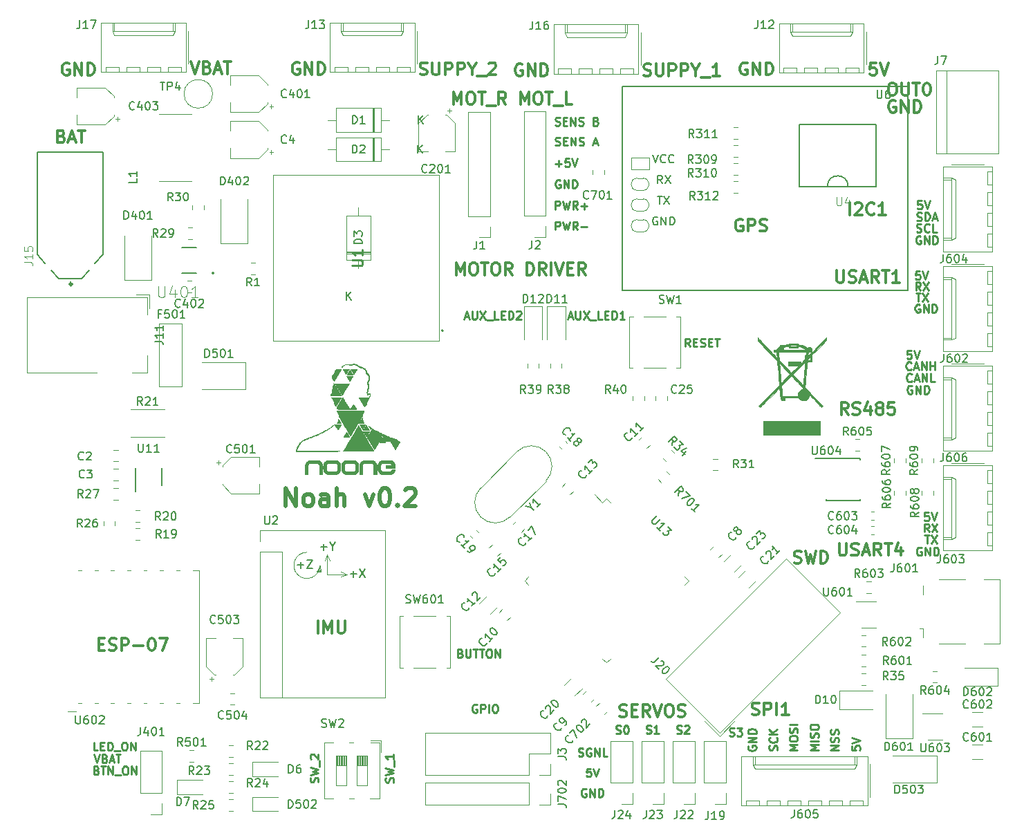
<source format=gbr>
G04 #@! TF.GenerationSoftware,KiCad,Pcbnew,(5.1.5)-3*
G04 #@! TF.CreationDate,2020-06-17T18:22:29-03:00*
G04 #@! TF.ProjectId,root,726f6f74-2e6b-4696-9361-645f70636258,rev?*
G04 #@! TF.SameCoordinates,Original*
G04 #@! TF.FileFunction,Legend,Top*
G04 #@! TF.FilePolarity,Positive*
%FSLAX46Y46*%
G04 Gerber Fmt 4.6, Leading zero omitted, Abs format (unit mm)*
G04 Created by KiCad (PCBNEW (5.1.5)-3) date 2020-06-17 18:22:29*
%MOMM*%
%LPD*%
G04 APERTURE LIST*
%ADD10C,0.250000*%
%ADD11C,0.550000*%
%ADD12C,0.300000*%
%ADD13C,0.120000*%
%ADD14C,0.150000*%
%ADD15C,0.010000*%
%ADD16C,0.152400*%
%ADD17C,0.200000*%
%ADD18C,0.127000*%
%ADD19C,0.100000*%
%ADD20C,0.015000*%
%ADD21C,0.254000*%
G04 APERTURE END LIST*
D10*
X157945714Y-141584761D02*
X158088571Y-141632380D01*
X158326666Y-141632380D01*
X158421904Y-141584761D01*
X158469523Y-141537142D01*
X158517142Y-141441904D01*
X158517142Y-141346666D01*
X158469523Y-141251428D01*
X158421904Y-141203809D01*
X158326666Y-141156190D01*
X158136190Y-141108571D01*
X158040952Y-141060952D01*
X157993333Y-141013333D01*
X157945714Y-140918095D01*
X157945714Y-140822857D01*
X157993333Y-140727619D01*
X158040952Y-140680000D01*
X158136190Y-140632380D01*
X158374285Y-140632380D01*
X158517142Y-140680000D01*
X159469523Y-140680000D02*
X159374285Y-140632380D01*
X159231428Y-140632380D01*
X159088571Y-140680000D01*
X158993333Y-140775238D01*
X158945714Y-140870476D01*
X158898095Y-141060952D01*
X158898095Y-141203809D01*
X158945714Y-141394285D01*
X158993333Y-141489523D01*
X159088571Y-141584761D01*
X159231428Y-141632380D01*
X159326666Y-141632380D01*
X159469523Y-141584761D01*
X159517142Y-141537142D01*
X159517142Y-141203809D01*
X159326666Y-141203809D01*
X159945714Y-141632380D02*
X159945714Y-140632380D01*
X160517142Y-141632380D01*
X160517142Y-140632380D01*
X161469523Y-141632380D02*
X160993333Y-141632380D01*
X160993333Y-140632380D01*
D11*
X122090476Y-110995238D02*
X122090476Y-108795238D01*
X123347619Y-110995238D01*
X123347619Y-108795238D01*
X124709523Y-110995238D02*
X124500000Y-110890476D01*
X124395238Y-110785714D01*
X124290476Y-110576190D01*
X124290476Y-109947619D01*
X124395238Y-109738095D01*
X124500000Y-109633333D01*
X124709523Y-109528571D01*
X125023809Y-109528571D01*
X125233333Y-109633333D01*
X125338095Y-109738095D01*
X125442857Y-109947619D01*
X125442857Y-110576190D01*
X125338095Y-110785714D01*
X125233333Y-110890476D01*
X125023809Y-110995238D01*
X124709523Y-110995238D01*
X127328571Y-110995238D02*
X127328571Y-109842857D01*
X127223809Y-109633333D01*
X127014285Y-109528571D01*
X126595238Y-109528571D01*
X126385714Y-109633333D01*
X127328571Y-110890476D02*
X127119047Y-110995238D01*
X126595238Y-110995238D01*
X126385714Y-110890476D01*
X126280952Y-110680952D01*
X126280952Y-110471428D01*
X126385714Y-110261904D01*
X126595238Y-110157142D01*
X127119047Y-110157142D01*
X127328571Y-110052380D01*
X128376190Y-110995238D02*
X128376190Y-108795238D01*
X129319047Y-110995238D02*
X129319047Y-109842857D01*
X129214285Y-109633333D01*
X129004761Y-109528571D01*
X128690476Y-109528571D01*
X128480952Y-109633333D01*
X128376190Y-109738095D01*
X131833333Y-109528571D02*
X132357142Y-110995238D01*
X132880952Y-109528571D01*
X134138095Y-108795238D02*
X134347619Y-108795238D01*
X134557142Y-108900000D01*
X134661904Y-109004761D01*
X134766666Y-109214285D01*
X134871428Y-109633333D01*
X134871428Y-110157142D01*
X134766666Y-110576190D01*
X134661904Y-110785714D01*
X134557142Y-110890476D01*
X134347619Y-110995238D01*
X134138095Y-110995238D01*
X133928571Y-110890476D01*
X133823809Y-110785714D01*
X133719047Y-110576190D01*
X133614285Y-110157142D01*
X133614285Y-109633333D01*
X133719047Y-109214285D01*
X133823809Y-109004761D01*
X133928571Y-108900000D01*
X134138095Y-108795238D01*
X135814285Y-110785714D02*
X135919047Y-110890476D01*
X135814285Y-110995238D01*
X135709523Y-110890476D01*
X135814285Y-110785714D01*
X135814285Y-110995238D01*
X136757142Y-109004761D02*
X136861904Y-108900000D01*
X137071428Y-108795238D01*
X137595238Y-108795238D01*
X137804761Y-108900000D01*
X137909523Y-109004761D01*
X138014285Y-109214285D01*
X138014285Y-109423809D01*
X137909523Y-109738095D01*
X136652380Y-110995238D01*
X138014285Y-110995238D01*
D10*
X155137619Y-77152380D02*
X155137619Y-76152380D01*
X155518571Y-76152380D01*
X155613809Y-76200000D01*
X155661428Y-76247619D01*
X155709047Y-76342857D01*
X155709047Y-76485714D01*
X155661428Y-76580952D01*
X155613809Y-76628571D01*
X155518571Y-76676190D01*
X155137619Y-76676190D01*
X156042380Y-76152380D02*
X156280476Y-77152380D01*
X156470952Y-76438095D01*
X156661428Y-77152380D01*
X156899523Y-76152380D01*
X157851904Y-77152380D02*
X157518571Y-76676190D01*
X157280476Y-77152380D02*
X157280476Y-76152380D01*
X157661428Y-76152380D01*
X157756666Y-76200000D01*
X157804285Y-76247619D01*
X157851904Y-76342857D01*
X157851904Y-76485714D01*
X157804285Y-76580952D01*
X157756666Y-76628571D01*
X157661428Y-76676190D01*
X157280476Y-76676190D01*
X158280476Y-76771428D02*
X159042380Y-76771428D01*
X155127619Y-74632380D02*
X155127619Y-73632380D01*
X155508571Y-73632380D01*
X155603809Y-73680000D01*
X155651428Y-73727619D01*
X155699047Y-73822857D01*
X155699047Y-73965714D01*
X155651428Y-74060952D01*
X155603809Y-74108571D01*
X155508571Y-74156190D01*
X155127619Y-74156190D01*
X156032380Y-73632380D02*
X156270476Y-74632380D01*
X156460952Y-73918095D01*
X156651428Y-74632380D01*
X156889523Y-73632380D01*
X157841904Y-74632380D02*
X157508571Y-74156190D01*
X157270476Y-74632380D02*
X157270476Y-73632380D01*
X157651428Y-73632380D01*
X157746666Y-73680000D01*
X157794285Y-73727619D01*
X157841904Y-73822857D01*
X157841904Y-73965714D01*
X157794285Y-74060952D01*
X157746666Y-74108571D01*
X157651428Y-74156190D01*
X157270476Y-74156190D01*
X158270476Y-74251428D02*
X159032380Y-74251428D01*
X158651428Y-74632380D02*
X158651428Y-73870476D01*
X155698095Y-71070000D02*
X155602857Y-71022380D01*
X155460000Y-71022380D01*
X155317142Y-71070000D01*
X155221904Y-71165238D01*
X155174285Y-71260476D01*
X155126666Y-71450952D01*
X155126666Y-71593809D01*
X155174285Y-71784285D01*
X155221904Y-71879523D01*
X155317142Y-71974761D01*
X155460000Y-72022380D01*
X155555238Y-72022380D01*
X155698095Y-71974761D01*
X155745714Y-71927142D01*
X155745714Y-71593809D01*
X155555238Y-71593809D01*
X156174285Y-72022380D02*
X156174285Y-71022380D01*
X156745714Y-72022380D01*
X156745714Y-71022380D01*
X157221904Y-72022380D02*
X157221904Y-71022380D01*
X157460000Y-71022380D01*
X157602857Y-71070000D01*
X157698095Y-71165238D01*
X157745714Y-71260476D01*
X157793333Y-71450952D01*
X157793333Y-71593809D01*
X157745714Y-71784285D01*
X157698095Y-71879523D01*
X157602857Y-71974761D01*
X157460000Y-72022380D01*
X157221904Y-72022380D01*
X155114285Y-69046428D02*
X155876190Y-69046428D01*
X155495238Y-69427380D02*
X155495238Y-68665476D01*
X156828571Y-68427380D02*
X156352380Y-68427380D01*
X156304761Y-68903571D01*
X156352380Y-68855952D01*
X156447619Y-68808333D01*
X156685714Y-68808333D01*
X156780952Y-68855952D01*
X156828571Y-68903571D01*
X156876190Y-68998809D01*
X156876190Y-69236904D01*
X156828571Y-69332142D01*
X156780952Y-69379761D01*
X156685714Y-69427380D01*
X156447619Y-69427380D01*
X156352380Y-69379761D01*
X156304761Y-69332142D01*
X157161904Y-68427380D02*
X157495238Y-69427380D01*
X157828571Y-68427380D01*
X155105952Y-64329761D02*
X155248809Y-64377380D01*
X155486904Y-64377380D01*
X155582142Y-64329761D01*
X155629761Y-64282142D01*
X155677380Y-64186904D01*
X155677380Y-64091666D01*
X155629761Y-63996428D01*
X155582142Y-63948809D01*
X155486904Y-63901190D01*
X155296428Y-63853571D01*
X155201190Y-63805952D01*
X155153571Y-63758333D01*
X155105952Y-63663095D01*
X155105952Y-63567857D01*
X155153571Y-63472619D01*
X155201190Y-63425000D01*
X155296428Y-63377380D01*
X155534523Y-63377380D01*
X155677380Y-63425000D01*
X156105952Y-63853571D02*
X156439285Y-63853571D01*
X156582142Y-64377380D02*
X156105952Y-64377380D01*
X156105952Y-63377380D01*
X156582142Y-63377380D01*
X157010714Y-64377380D02*
X157010714Y-63377380D01*
X157582142Y-64377380D01*
X157582142Y-63377380D01*
X158010714Y-64329761D02*
X158153571Y-64377380D01*
X158391666Y-64377380D01*
X158486904Y-64329761D01*
X158534523Y-64282142D01*
X158582142Y-64186904D01*
X158582142Y-64091666D01*
X158534523Y-63996428D01*
X158486904Y-63948809D01*
X158391666Y-63901190D01*
X158201190Y-63853571D01*
X158105952Y-63805952D01*
X158058333Y-63758333D01*
X158010714Y-63663095D01*
X158010714Y-63567857D01*
X158058333Y-63472619D01*
X158105952Y-63425000D01*
X158201190Y-63377380D01*
X158439285Y-63377380D01*
X158582142Y-63425000D01*
X160105952Y-63853571D02*
X160248809Y-63901190D01*
X160296428Y-63948809D01*
X160344047Y-64044047D01*
X160344047Y-64186904D01*
X160296428Y-64282142D01*
X160248809Y-64329761D01*
X160153571Y-64377380D01*
X159772619Y-64377380D01*
X159772619Y-63377380D01*
X160105952Y-63377380D01*
X160201190Y-63425000D01*
X160248809Y-63472619D01*
X160296428Y-63567857D01*
X160296428Y-63663095D01*
X160248809Y-63758333D01*
X160201190Y-63805952D01*
X160105952Y-63853571D01*
X159772619Y-63853571D01*
X155127380Y-66779761D02*
X155270238Y-66827380D01*
X155508333Y-66827380D01*
X155603571Y-66779761D01*
X155651190Y-66732142D01*
X155698809Y-66636904D01*
X155698809Y-66541666D01*
X155651190Y-66446428D01*
X155603571Y-66398809D01*
X155508333Y-66351190D01*
X155317857Y-66303571D01*
X155222619Y-66255952D01*
X155175000Y-66208333D01*
X155127380Y-66113095D01*
X155127380Y-66017857D01*
X155175000Y-65922619D01*
X155222619Y-65875000D01*
X155317857Y-65827380D01*
X155555952Y-65827380D01*
X155698809Y-65875000D01*
X156127380Y-66303571D02*
X156460714Y-66303571D01*
X156603571Y-66827380D02*
X156127380Y-66827380D01*
X156127380Y-65827380D01*
X156603571Y-65827380D01*
X157032142Y-66827380D02*
X157032142Y-65827380D01*
X157603571Y-66827380D01*
X157603571Y-65827380D01*
X158032142Y-66779761D02*
X158175000Y-66827380D01*
X158413095Y-66827380D01*
X158508333Y-66779761D01*
X158555952Y-66732142D01*
X158603571Y-66636904D01*
X158603571Y-66541666D01*
X158555952Y-66446428D01*
X158508333Y-66398809D01*
X158413095Y-66351190D01*
X158222619Y-66303571D01*
X158127380Y-66255952D01*
X158079761Y-66208333D01*
X158032142Y-66113095D01*
X158032142Y-66017857D01*
X158079761Y-65922619D01*
X158127380Y-65875000D01*
X158222619Y-65827380D01*
X158460714Y-65827380D01*
X158603571Y-65875000D01*
X159746428Y-66541666D02*
X160222619Y-66541666D01*
X159651190Y-66827380D02*
X159984523Y-65827380D01*
X160317857Y-66827380D01*
X159459523Y-143127380D02*
X158983333Y-143127380D01*
X158935714Y-143603571D01*
X158983333Y-143555952D01*
X159078571Y-143508333D01*
X159316666Y-143508333D01*
X159411904Y-143555952D01*
X159459523Y-143603571D01*
X159507142Y-143698809D01*
X159507142Y-143936904D01*
X159459523Y-144032142D01*
X159411904Y-144079761D01*
X159316666Y-144127380D01*
X159078571Y-144127380D01*
X158983333Y-144079761D01*
X158935714Y-144032142D01*
X159792857Y-143127380D02*
X160126190Y-144127380D01*
X160459523Y-143127380D01*
X158878095Y-145640000D02*
X158782857Y-145592380D01*
X158640000Y-145592380D01*
X158497142Y-145640000D01*
X158401904Y-145735238D01*
X158354285Y-145830476D01*
X158306666Y-146020952D01*
X158306666Y-146163809D01*
X158354285Y-146354285D01*
X158401904Y-146449523D01*
X158497142Y-146544761D01*
X158640000Y-146592380D01*
X158735238Y-146592380D01*
X158878095Y-146544761D01*
X158925714Y-146497142D01*
X158925714Y-146163809D01*
X158735238Y-146163809D01*
X159354285Y-146592380D02*
X159354285Y-145592380D01*
X159925714Y-146592380D01*
X159925714Y-145592380D01*
X160401904Y-146592380D02*
X160401904Y-145592380D01*
X160640000Y-145592380D01*
X160782857Y-145640000D01*
X160878095Y-145735238D01*
X160925714Y-145830476D01*
X160973333Y-146020952D01*
X160973333Y-146163809D01*
X160925714Y-146354285D01*
X160878095Y-146449523D01*
X160782857Y-146544761D01*
X160640000Y-146592380D01*
X160401904Y-146592380D01*
X191427380Y-140365476D02*
X191427380Y-140841666D01*
X191903571Y-140889285D01*
X191855952Y-140841666D01*
X191808333Y-140746428D01*
X191808333Y-140508333D01*
X191855952Y-140413095D01*
X191903571Y-140365476D01*
X191998809Y-140317857D01*
X192236904Y-140317857D01*
X192332142Y-140365476D01*
X192379761Y-140413095D01*
X192427380Y-140508333D01*
X192427380Y-140746428D01*
X192379761Y-140841666D01*
X192332142Y-140889285D01*
X191427380Y-140032142D02*
X192427380Y-139698809D01*
X191427380Y-139365476D01*
X200834523Y-111777380D02*
X200358333Y-111777380D01*
X200310714Y-112253571D01*
X200358333Y-112205952D01*
X200453571Y-112158333D01*
X200691666Y-112158333D01*
X200786904Y-112205952D01*
X200834523Y-112253571D01*
X200882142Y-112348809D01*
X200882142Y-112586904D01*
X200834523Y-112682142D01*
X200786904Y-112729761D01*
X200691666Y-112777380D01*
X200453571Y-112777380D01*
X200358333Y-112729761D01*
X200310714Y-112682142D01*
X201167857Y-111777380D02*
X201501190Y-112777380D01*
X201834523Y-111777380D01*
X198684523Y-91952380D02*
X198208333Y-91952380D01*
X198160714Y-92428571D01*
X198208333Y-92380952D01*
X198303571Y-92333333D01*
X198541666Y-92333333D01*
X198636904Y-92380952D01*
X198684523Y-92428571D01*
X198732142Y-92523809D01*
X198732142Y-92761904D01*
X198684523Y-92857142D01*
X198636904Y-92904761D01*
X198541666Y-92952380D01*
X198303571Y-92952380D01*
X198208333Y-92904761D01*
X198160714Y-92857142D01*
X199017857Y-91952380D02*
X199351190Y-92952380D01*
X199684523Y-91952380D01*
X199759523Y-82227380D02*
X199283333Y-82227380D01*
X199235714Y-82703571D01*
X199283333Y-82655952D01*
X199378571Y-82608333D01*
X199616666Y-82608333D01*
X199711904Y-82655952D01*
X199759523Y-82703571D01*
X199807142Y-82798809D01*
X199807142Y-83036904D01*
X199759523Y-83132142D01*
X199711904Y-83179761D01*
X199616666Y-83227380D01*
X199378571Y-83227380D01*
X199283333Y-83179761D01*
X199235714Y-83132142D01*
X200092857Y-82227380D02*
X200426190Y-83227380D01*
X200759523Y-82227380D01*
X199984523Y-73602380D02*
X199508333Y-73602380D01*
X199460714Y-74078571D01*
X199508333Y-74030952D01*
X199603571Y-73983333D01*
X199841666Y-73983333D01*
X199936904Y-74030952D01*
X199984523Y-74078571D01*
X200032142Y-74173809D01*
X200032142Y-74411904D01*
X199984523Y-74507142D01*
X199936904Y-74554761D01*
X199841666Y-74602380D01*
X199603571Y-74602380D01*
X199508333Y-74554761D01*
X199460714Y-74507142D01*
X200317857Y-73602380D02*
X200651190Y-74602380D01*
X200984523Y-73602380D01*
X178750000Y-140361904D02*
X178702380Y-140457142D01*
X178702380Y-140600000D01*
X178750000Y-140742857D01*
X178845238Y-140838095D01*
X178940476Y-140885714D01*
X179130952Y-140933333D01*
X179273809Y-140933333D01*
X179464285Y-140885714D01*
X179559523Y-140838095D01*
X179654761Y-140742857D01*
X179702380Y-140600000D01*
X179702380Y-140504761D01*
X179654761Y-140361904D01*
X179607142Y-140314285D01*
X179273809Y-140314285D01*
X179273809Y-140504761D01*
X179702380Y-139885714D02*
X178702380Y-139885714D01*
X179702380Y-139314285D01*
X178702380Y-139314285D01*
X179702380Y-138838095D02*
X178702380Y-138838095D01*
X178702380Y-138600000D01*
X178750000Y-138457142D01*
X178845238Y-138361904D01*
X178940476Y-138314285D01*
X179130952Y-138266666D01*
X179273809Y-138266666D01*
X179464285Y-138314285D01*
X179559523Y-138361904D01*
X179654761Y-138457142D01*
X179702380Y-138600000D01*
X179702380Y-138838095D01*
X182254761Y-140885714D02*
X182302380Y-140742857D01*
X182302380Y-140504761D01*
X182254761Y-140409523D01*
X182207142Y-140361904D01*
X182111904Y-140314285D01*
X182016666Y-140314285D01*
X181921428Y-140361904D01*
X181873809Y-140409523D01*
X181826190Y-140504761D01*
X181778571Y-140695238D01*
X181730952Y-140790476D01*
X181683333Y-140838095D01*
X181588095Y-140885714D01*
X181492857Y-140885714D01*
X181397619Y-140838095D01*
X181350000Y-140790476D01*
X181302380Y-140695238D01*
X181302380Y-140457142D01*
X181350000Y-140314285D01*
X182207142Y-139314285D02*
X182254761Y-139361904D01*
X182302380Y-139504761D01*
X182302380Y-139600000D01*
X182254761Y-139742857D01*
X182159523Y-139838095D01*
X182064285Y-139885714D01*
X181873809Y-139933333D01*
X181730952Y-139933333D01*
X181540476Y-139885714D01*
X181445238Y-139838095D01*
X181350000Y-139742857D01*
X181302380Y-139600000D01*
X181302380Y-139504761D01*
X181350000Y-139361904D01*
X181397619Y-139314285D01*
X182302380Y-138885714D02*
X181302380Y-138885714D01*
X182302380Y-138314285D02*
X181730952Y-138742857D01*
X181302380Y-138314285D02*
X181873809Y-138885714D01*
X184777380Y-140871428D02*
X183777380Y-140871428D01*
X184491666Y-140538095D01*
X183777380Y-140204761D01*
X184777380Y-140204761D01*
X183777380Y-139538095D02*
X183777380Y-139347619D01*
X183825000Y-139252380D01*
X183920238Y-139157142D01*
X184110714Y-139109523D01*
X184444047Y-139109523D01*
X184634523Y-139157142D01*
X184729761Y-139252380D01*
X184777380Y-139347619D01*
X184777380Y-139538095D01*
X184729761Y-139633333D01*
X184634523Y-139728571D01*
X184444047Y-139776190D01*
X184110714Y-139776190D01*
X183920238Y-139728571D01*
X183825000Y-139633333D01*
X183777380Y-139538095D01*
X184729761Y-138728571D02*
X184777380Y-138585714D01*
X184777380Y-138347619D01*
X184729761Y-138252380D01*
X184682142Y-138204761D01*
X184586904Y-138157142D01*
X184491666Y-138157142D01*
X184396428Y-138204761D01*
X184348809Y-138252380D01*
X184301190Y-138347619D01*
X184253571Y-138538095D01*
X184205952Y-138633333D01*
X184158333Y-138680952D01*
X184063095Y-138728571D01*
X183967857Y-138728571D01*
X183872619Y-138680952D01*
X183825000Y-138633333D01*
X183777380Y-138538095D01*
X183777380Y-138300000D01*
X183825000Y-138157142D01*
X184777380Y-137728571D02*
X183777380Y-137728571D01*
X187327380Y-140896428D02*
X186327380Y-140896428D01*
X187041666Y-140563095D01*
X186327380Y-140229761D01*
X187327380Y-140229761D01*
X187327380Y-139753571D02*
X186327380Y-139753571D01*
X187279761Y-139325000D02*
X187327380Y-139182142D01*
X187327380Y-138944047D01*
X187279761Y-138848809D01*
X187232142Y-138801190D01*
X187136904Y-138753571D01*
X187041666Y-138753571D01*
X186946428Y-138801190D01*
X186898809Y-138848809D01*
X186851190Y-138944047D01*
X186803571Y-139134523D01*
X186755952Y-139229761D01*
X186708333Y-139277380D01*
X186613095Y-139325000D01*
X186517857Y-139325000D01*
X186422619Y-139277380D01*
X186375000Y-139229761D01*
X186327380Y-139134523D01*
X186327380Y-138896428D01*
X186375000Y-138753571D01*
X186327380Y-138134523D02*
X186327380Y-137944047D01*
X186375000Y-137848809D01*
X186470238Y-137753571D01*
X186660714Y-137705952D01*
X186994047Y-137705952D01*
X187184523Y-137753571D01*
X187279761Y-137848809D01*
X187327380Y-137944047D01*
X187327380Y-138134523D01*
X187279761Y-138229761D01*
X187184523Y-138325000D01*
X186994047Y-138372619D01*
X186660714Y-138372619D01*
X186470238Y-138325000D01*
X186375000Y-138229761D01*
X186327380Y-138134523D01*
X189802380Y-140888095D02*
X188802380Y-140888095D01*
X189802380Y-140316666D01*
X188802380Y-140316666D01*
X189754761Y-139888095D02*
X189802380Y-139745238D01*
X189802380Y-139507142D01*
X189754761Y-139411904D01*
X189707142Y-139364285D01*
X189611904Y-139316666D01*
X189516666Y-139316666D01*
X189421428Y-139364285D01*
X189373809Y-139411904D01*
X189326190Y-139507142D01*
X189278571Y-139697619D01*
X189230952Y-139792857D01*
X189183333Y-139840476D01*
X189088095Y-139888095D01*
X188992857Y-139888095D01*
X188897619Y-139840476D01*
X188850000Y-139792857D01*
X188802380Y-139697619D01*
X188802380Y-139459523D01*
X188850000Y-139316666D01*
X189754761Y-138935714D02*
X189802380Y-138792857D01*
X189802380Y-138554761D01*
X189754761Y-138459523D01*
X189707142Y-138411904D01*
X189611904Y-138364285D01*
X189516666Y-138364285D01*
X189421428Y-138411904D01*
X189373809Y-138459523D01*
X189326190Y-138554761D01*
X189278571Y-138745238D01*
X189230952Y-138840476D01*
X189183333Y-138888095D01*
X189088095Y-138935714D01*
X188992857Y-138935714D01*
X188897619Y-138888095D01*
X188850000Y-138840476D01*
X188802380Y-138745238D01*
X188802380Y-138507142D01*
X188850000Y-138364285D01*
D12*
X196757142Y-61350000D02*
X196614285Y-61278571D01*
X196400000Y-61278571D01*
X196185714Y-61350000D01*
X196042857Y-61492857D01*
X195971428Y-61635714D01*
X195900000Y-61921428D01*
X195900000Y-62135714D01*
X195971428Y-62421428D01*
X196042857Y-62564285D01*
X196185714Y-62707142D01*
X196400000Y-62778571D01*
X196542857Y-62778571D01*
X196757142Y-62707142D01*
X196828571Y-62635714D01*
X196828571Y-62135714D01*
X196542857Y-62135714D01*
X197471428Y-62778571D02*
X197471428Y-61278571D01*
X198328571Y-62778571D01*
X198328571Y-61278571D01*
X199042857Y-62778571D02*
X199042857Y-61278571D01*
X199400000Y-61278571D01*
X199614285Y-61350000D01*
X199757142Y-61492857D01*
X199828571Y-61635714D01*
X199900000Y-61921428D01*
X199900000Y-62135714D01*
X199828571Y-62421428D01*
X199757142Y-62564285D01*
X199614285Y-62707142D01*
X199400000Y-62778571D01*
X199042857Y-62778571D01*
D10*
X199938095Y-116075000D02*
X199842857Y-116027380D01*
X199700000Y-116027380D01*
X199557142Y-116075000D01*
X199461904Y-116170238D01*
X199414285Y-116265476D01*
X199366666Y-116455952D01*
X199366666Y-116598809D01*
X199414285Y-116789285D01*
X199461904Y-116884523D01*
X199557142Y-116979761D01*
X199700000Y-117027380D01*
X199795238Y-117027380D01*
X199938095Y-116979761D01*
X199985714Y-116932142D01*
X199985714Y-116598809D01*
X199795238Y-116598809D01*
X200414285Y-117027380D02*
X200414285Y-116027380D01*
X200985714Y-117027380D01*
X200985714Y-116027380D01*
X201461904Y-117027380D02*
X201461904Y-116027380D01*
X201700000Y-116027380D01*
X201842857Y-116075000D01*
X201938095Y-116170238D01*
X201985714Y-116265476D01*
X202033333Y-116455952D01*
X202033333Y-116598809D01*
X201985714Y-116789285D01*
X201938095Y-116884523D01*
X201842857Y-116979761D01*
X201700000Y-117027380D01*
X201461904Y-117027380D01*
X198683333Y-94232142D02*
X198635714Y-94279761D01*
X198492857Y-94327380D01*
X198397619Y-94327380D01*
X198254761Y-94279761D01*
X198159523Y-94184523D01*
X198111904Y-94089285D01*
X198064285Y-93898809D01*
X198064285Y-93755952D01*
X198111904Y-93565476D01*
X198159523Y-93470238D01*
X198254761Y-93375000D01*
X198397619Y-93327380D01*
X198492857Y-93327380D01*
X198635714Y-93375000D01*
X198683333Y-93422619D01*
X199064285Y-94041666D02*
X199540476Y-94041666D01*
X198969047Y-94327380D02*
X199302380Y-93327380D01*
X199635714Y-94327380D01*
X199969047Y-94327380D02*
X199969047Y-93327380D01*
X200540476Y-94327380D01*
X200540476Y-93327380D01*
X201016666Y-94327380D02*
X201016666Y-93327380D01*
X201016666Y-93803571D02*
X201588095Y-93803571D01*
X201588095Y-94327380D02*
X201588095Y-93327380D01*
X198752380Y-95657142D02*
X198704761Y-95704761D01*
X198561904Y-95752380D01*
X198466666Y-95752380D01*
X198323809Y-95704761D01*
X198228571Y-95609523D01*
X198180952Y-95514285D01*
X198133333Y-95323809D01*
X198133333Y-95180952D01*
X198180952Y-94990476D01*
X198228571Y-94895238D01*
X198323809Y-94800000D01*
X198466666Y-94752380D01*
X198561904Y-94752380D01*
X198704761Y-94800000D01*
X198752380Y-94847619D01*
X199133333Y-95466666D02*
X199609523Y-95466666D01*
X199038095Y-95752380D02*
X199371428Y-94752380D01*
X199704761Y-95752380D01*
X200038095Y-95752380D02*
X200038095Y-94752380D01*
X200609523Y-95752380D01*
X200609523Y-94752380D01*
X201561904Y-95752380D02*
X201085714Y-95752380D01*
X201085714Y-94752380D01*
X198788095Y-96275000D02*
X198692857Y-96227380D01*
X198550000Y-96227380D01*
X198407142Y-96275000D01*
X198311904Y-96370238D01*
X198264285Y-96465476D01*
X198216666Y-96655952D01*
X198216666Y-96798809D01*
X198264285Y-96989285D01*
X198311904Y-97084523D01*
X198407142Y-97179761D01*
X198550000Y-97227380D01*
X198645238Y-97227380D01*
X198788095Y-97179761D01*
X198835714Y-97132142D01*
X198835714Y-96798809D01*
X198645238Y-96798809D01*
X199264285Y-97227380D02*
X199264285Y-96227380D01*
X199835714Y-97227380D01*
X199835714Y-96227380D01*
X200311904Y-97227380D02*
X200311904Y-96227380D01*
X200550000Y-96227380D01*
X200692857Y-96275000D01*
X200788095Y-96370238D01*
X200835714Y-96465476D01*
X200883333Y-96655952D01*
X200883333Y-96798809D01*
X200835714Y-96989285D01*
X200788095Y-97084523D01*
X200692857Y-97179761D01*
X200550000Y-97227380D01*
X200311904Y-97227380D01*
X199838095Y-77925000D02*
X199742857Y-77877380D01*
X199600000Y-77877380D01*
X199457142Y-77925000D01*
X199361904Y-78020238D01*
X199314285Y-78115476D01*
X199266666Y-78305952D01*
X199266666Y-78448809D01*
X199314285Y-78639285D01*
X199361904Y-78734523D01*
X199457142Y-78829761D01*
X199600000Y-78877380D01*
X199695238Y-78877380D01*
X199838095Y-78829761D01*
X199885714Y-78782142D01*
X199885714Y-78448809D01*
X199695238Y-78448809D01*
X200314285Y-78877380D02*
X200314285Y-77877380D01*
X200885714Y-78877380D01*
X200885714Y-77877380D01*
X201361904Y-78877380D02*
X201361904Y-77877380D01*
X201600000Y-77877380D01*
X201742857Y-77925000D01*
X201838095Y-78020238D01*
X201885714Y-78115476D01*
X201933333Y-78305952D01*
X201933333Y-78448809D01*
X201885714Y-78639285D01*
X201838095Y-78734523D01*
X201742857Y-78829761D01*
X201600000Y-78877380D01*
X201361904Y-78877380D01*
X199738095Y-86325000D02*
X199642857Y-86277380D01*
X199500000Y-86277380D01*
X199357142Y-86325000D01*
X199261904Y-86420238D01*
X199214285Y-86515476D01*
X199166666Y-86705952D01*
X199166666Y-86848809D01*
X199214285Y-87039285D01*
X199261904Y-87134523D01*
X199357142Y-87229761D01*
X199500000Y-87277380D01*
X199595238Y-87277380D01*
X199738095Y-87229761D01*
X199785714Y-87182142D01*
X199785714Y-86848809D01*
X199595238Y-86848809D01*
X200214285Y-87277380D02*
X200214285Y-86277380D01*
X200785714Y-87277380D01*
X200785714Y-86277380D01*
X201261904Y-87277380D02*
X201261904Y-86277380D01*
X201500000Y-86277380D01*
X201642857Y-86325000D01*
X201738095Y-86420238D01*
X201785714Y-86515476D01*
X201833333Y-86705952D01*
X201833333Y-86848809D01*
X201785714Y-87039285D01*
X201738095Y-87134523D01*
X201642857Y-87229761D01*
X201500000Y-87277380D01*
X201261904Y-87277380D01*
X200883333Y-114152380D02*
X200550000Y-113676190D01*
X200311904Y-114152380D02*
X200311904Y-113152380D01*
X200692857Y-113152380D01*
X200788095Y-113200000D01*
X200835714Y-113247619D01*
X200883333Y-113342857D01*
X200883333Y-113485714D01*
X200835714Y-113580952D01*
X200788095Y-113628571D01*
X200692857Y-113676190D01*
X200311904Y-113676190D01*
X201216666Y-113152380D02*
X201883333Y-114152380D01*
X201883333Y-113152380D02*
X201216666Y-114152380D01*
X200338095Y-114577380D02*
X200909523Y-114577380D01*
X200623809Y-115577380D02*
X200623809Y-114577380D01*
X201147619Y-114577380D02*
X201814285Y-115577380D01*
X201814285Y-114577380D02*
X201147619Y-115577380D01*
X199263095Y-84902380D02*
X199834523Y-84902380D01*
X199548809Y-85902380D02*
X199548809Y-84902380D01*
X200072619Y-84902380D02*
X200739285Y-85902380D01*
X200739285Y-84902380D02*
X200072619Y-85902380D01*
X199833333Y-84552380D02*
X199500000Y-84076190D01*
X199261904Y-84552380D02*
X199261904Y-83552380D01*
X199642857Y-83552380D01*
X199738095Y-83600000D01*
X199785714Y-83647619D01*
X199833333Y-83742857D01*
X199833333Y-83885714D01*
X199785714Y-83980952D01*
X199738095Y-84028571D01*
X199642857Y-84076190D01*
X199261904Y-84076190D01*
X200166666Y-83552380D02*
X200833333Y-84552380D01*
X200833333Y-83552380D02*
X200166666Y-84552380D01*
X199359523Y-77379761D02*
X199502380Y-77427380D01*
X199740476Y-77427380D01*
X199835714Y-77379761D01*
X199883333Y-77332142D01*
X199930952Y-77236904D01*
X199930952Y-77141666D01*
X199883333Y-77046428D01*
X199835714Y-76998809D01*
X199740476Y-76951190D01*
X199550000Y-76903571D01*
X199454761Y-76855952D01*
X199407142Y-76808333D01*
X199359523Y-76713095D01*
X199359523Y-76617857D01*
X199407142Y-76522619D01*
X199454761Y-76475000D01*
X199550000Y-76427380D01*
X199788095Y-76427380D01*
X199930952Y-76475000D01*
X200930952Y-77332142D02*
X200883333Y-77379761D01*
X200740476Y-77427380D01*
X200645238Y-77427380D01*
X200502380Y-77379761D01*
X200407142Y-77284523D01*
X200359523Y-77189285D01*
X200311904Y-76998809D01*
X200311904Y-76855952D01*
X200359523Y-76665476D01*
X200407142Y-76570238D01*
X200502380Y-76475000D01*
X200645238Y-76427380D01*
X200740476Y-76427380D01*
X200883333Y-76475000D01*
X200930952Y-76522619D01*
X201835714Y-77427380D02*
X201359523Y-77427380D01*
X201359523Y-76427380D01*
X199385714Y-75979761D02*
X199528571Y-76027380D01*
X199766666Y-76027380D01*
X199861904Y-75979761D01*
X199909523Y-75932142D01*
X199957142Y-75836904D01*
X199957142Y-75741666D01*
X199909523Y-75646428D01*
X199861904Y-75598809D01*
X199766666Y-75551190D01*
X199576190Y-75503571D01*
X199480952Y-75455952D01*
X199433333Y-75408333D01*
X199385714Y-75313095D01*
X199385714Y-75217857D01*
X199433333Y-75122619D01*
X199480952Y-75075000D01*
X199576190Y-75027380D01*
X199814285Y-75027380D01*
X199957142Y-75075000D01*
X200385714Y-76027380D02*
X200385714Y-75027380D01*
X200623809Y-75027380D01*
X200766666Y-75075000D01*
X200861904Y-75170238D01*
X200909523Y-75265476D01*
X200957142Y-75455952D01*
X200957142Y-75598809D01*
X200909523Y-75789285D01*
X200861904Y-75884523D01*
X200766666Y-75979761D01*
X200623809Y-76027380D01*
X200385714Y-76027380D01*
X201338095Y-75741666D02*
X201814285Y-75741666D01*
X201242857Y-76027380D02*
X201576190Y-75027380D01*
X201909523Y-76027380D01*
X171597619Y-91452380D02*
X171264285Y-90976190D01*
X171026190Y-91452380D02*
X171026190Y-90452380D01*
X171407142Y-90452380D01*
X171502380Y-90500000D01*
X171550000Y-90547619D01*
X171597619Y-90642857D01*
X171597619Y-90785714D01*
X171550000Y-90880952D01*
X171502380Y-90928571D01*
X171407142Y-90976190D01*
X171026190Y-90976190D01*
X172026190Y-90928571D02*
X172359523Y-90928571D01*
X172502380Y-91452380D02*
X172026190Y-91452380D01*
X172026190Y-90452380D01*
X172502380Y-90452380D01*
X172883333Y-91404761D02*
X173026190Y-91452380D01*
X173264285Y-91452380D01*
X173359523Y-91404761D01*
X173407142Y-91357142D01*
X173454761Y-91261904D01*
X173454761Y-91166666D01*
X173407142Y-91071428D01*
X173359523Y-91023809D01*
X173264285Y-90976190D01*
X173073809Y-90928571D01*
X172978571Y-90880952D01*
X172930952Y-90833333D01*
X172883333Y-90738095D01*
X172883333Y-90642857D01*
X172930952Y-90547619D01*
X172978571Y-90500000D01*
X173073809Y-90452380D01*
X173311904Y-90452380D01*
X173454761Y-90500000D01*
X173883333Y-90928571D02*
X174216666Y-90928571D01*
X174359523Y-91452380D02*
X173883333Y-91452380D01*
X173883333Y-90452380D01*
X174359523Y-90452380D01*
X174645238Y-90452380D02*
X175216666Y-90452380D01*
X174930952Y-91452380D02*
X174930952Y-90452380D01*
X143488095Y-129003571D02*
X143630952Y-129051190D01*
X143678571Y-129098809D01*
X143726190Y-129194047D01*
X143726190Y-129336904D01*
X143678571Y-129432142D01*
X143630952Y-129479761D01*
X143535714Y-129527380D01*
X143154761Y-129527380D01*
X143154761Y-128527380D01*
X143488095Y-128527380D01*
X143583333Y-128575000D01*
X143630952Y-128622619D01*
X143678571Y-128717857D01*
X143678571Y-128813095D01*
X143630952Y-128908333D01*
X143583333Y-128955952D01*
X143488095Y-129003571D01*
X143154761Y-129003571D01*
X144154761Y-128527380D02*
X144154761Y-129336904D01*
X144202380Y-129432142D01*
X144250000Y-129479761D01*
X144345238Y-129527380D01*
X144535714Y-129527380D01*
X144630952Y-129479761D01*
X144678571Y-129432142D01*
X144726190Y-129336904D01*
X144726190Y-128527380D01*
X145059523Y-128527380D02*
X145630952Y-128527380D01*
X145345238Y-129527380D02*
X145345238Y-128527380D01*
X145821428Y-128527380D02*
X146392857Y-128527380D01*
X146107142Y-129527380D02*
X146107142Y-128527380D01*
X146916666Y-128527380D02*
X147107142Y-128527380D01*
X147202380Y-128575000D01*
X147297619Y-128670238D01*
X147345238Y-128860714D01*
X147345238Y-129194047D01*
X147297619Y-129384523D01*
X147202380Y-129479761D01*
X147107142Y-129527380D01*
X146916666Y-129527380D01*
X146821428Y-129479761D01*
X146726190Y-129384523D01*
X146678571Y-129194047D01*
X146678571Y-128860714D01*
X146726190Y-128670238D01*
X146821428Y-128575000D01*
X146916666Y-128527380D01*
X147773809Y-129527380D02*
X147773809Y-128527380D01*
X148345238Y-129527380D01*
X148345238Y-128527380D01*
X144022619Y-87816666D02*
X144498809Y-87816666D01*
X143927380Y-88102380D02*
X144260714Y-87102380D01*
X144594047Y-88102380D01*
X144927380Y-87102380D02*
X144927380Y-87911904D01*
X144975000Y-88007142D01*
X145022619Y-88054761D01*
X145117857Y-88102380D01*
X145308333Y-88102380D01*
X145403571Y-88054761D01*
X145451190Y-88007142D01*
X145498809Y-87911904D01*
X145498809Y-87102380D01*
X145879761Y-87102380D02*
X146546428Y-88102380D01*
X146546428Y-87102380D02*
X145879761Y-88102380D01*
X146689285Y-88197619D02*
X147451190Y-88197619D01*
X148165476Y-88102380D02*
X147689285Y-88102380D01*
X147689285Y-87102380D01*
X148498809Y-87578571D02*
X148832142Y-87578571D01*
X148975000Y-88102380D02*
X148498809Y-88102380D01*
X148498809Y-87102380D01*
X148975000Y-87102380D01*
X149403571Y-88102380D02*
X149403571Y-87102380D01*
X149641666Y-87102380D01*
X149784523Y-87150000D01*
X149879761Y-87245238D01*
X149927380Y-87340476D01*
X149975000Y-87530952D01*
X149975000Y-87673809D01*
X149927380Y-87864285D01*
X149879761Y-87959523D01*
X149784523Y-88054761D01*
X149641666Y-88102380D01*
X149403571Y-88102380D01*
X150355952Y-87197619D02*
X150403571Y-87150000D01*
X150498809Y-87102380D01*
X150736904Y-87102380D01*
X150832142Y-87150000D01*
X150879761Y-87197619D01*
X150927380Y-87292857D01*
X150927380Y-87388095D01*
X150879761Y-87530952D01*
X150308333Y-88102380D01*
X150927380Y-88102380D01*
X156697619Y-87816666D02*
X157173809Y-87816666D01*
X156602380Y-88102380D02*
X156935714Y-87102380D01*
X157269047Y-88102380D01*
X157602380Y-87102380D02*
X157602380Y-87911904D01*
X157650000Y-88007142D01*
X157697619Y-88054761D01*
X157792857Y-88102380D01*
X157983333Y-88102380D01*
X158078571Y-88054761D01*
X158126190Y-88007142D01*
X158173809Y-87911904D01*
X158173809Y-87102380D01*
X158554761Y-87102380D02*
X159221428Y-88102380D01*
X159221428Y-87102380D02*
X158554761Y-88102380D01*
X159364285Y-88197619D02*
X160126190Y-88197619D01*
X160840476Y-88102380D02*
X160364285Y-88102380D01*
X160364285Y-87102380D01*
X161173809Y-87578571D02*
X161507142Y-87578571D01*
X161650000Y-88102380D02*
X161173809Y-88102380D01*
X161173809Y-87102380D01*
X161650000Y-87102380D01*
X162078571Y-88102380D02*
X162078571Y-87102380D01*
X162316666Y-87102380D01*
X162459523Y-87150000D01*
X162554761Y-87245238D01*
X162602380Y-87340476D01*
X162650000Y-87530952D01*
X162650000Y-87673809D01*
X162602380Y-87864285D01*
X162554761Y-87959523D01*
X162459523Y-88054761D01*
X162316666Y-88102380D01*
X162078571Y-88102380D01*
X163602380Y-88102380D02*
X163030952Y-88102380D01*
X163316666Y-88102380D02*
X163316666Y-87102380D01*
X163221428Y-87245238D01*
X163126190Y-87340476D01*
X163030952Y-87388095D01*
X99078571Y-140902380D02*
X98602380Y-140902380D01*
X98602380Y-139902380D01*
X99411904Y-140378571D02*
X99745238Y-140378571D01*
X99888095Y-140902380D02*
X99411904Y-140902380D01*
X99411904Y-139902380D01*
X99888095Y-139902380D01*
X100316666Y-140902380D02*
X100316666Y-139902380D01*
X100554761Y-139902380D01*
X100697619Y-139950000D01*
X100792857Y-140045238D01*
X100840476Y-140140476D01*
X100888095Y-140330952D01*
X100888095Y-140473809D01*
X100840476Y-140664285D01*
X100792857Y-140759523D01*
X100697619Y-140854761D01*
X100554761Y-140902380D01*
X100316666Y-140902380D01*
X101078571Y-140997619D02*
X101840476Y-140997619D01*
X102269047Y-139902380D02*
X102459523Y-139902380D01*
X102554761Y-139950000D01*
X102650000Y-140045238D01*
X102697619Y-140235714D01*
X102697619Y-140569047D01*
X102650000Y-140759523D01*
X102554761Y-140854761D01*
X102459523Y-140902380D01*
X102269047Y-140902380D01*
X102173809Y-140854761D01*
X102078571Y-140759523D01*
X102030952Y-140569047D01*
X102030952Y-140235714D01*
X102078571Y-140045238D01*
X102173809Y-139950000D01*
X102269047Y-139902380D01*
X103126190Y-140902380D02*
X103126190Y-139902380D01*
X103697619Y-140902380D01*
X103697619Y-139902380D01*
X176438095Y-139104761D02*
X176580952Y-139152380D01*
X176819047Y-139152380D01*
X176914285Y-139104761D01*
X176961904Y-139057142D01*
X177009523Y-138961904D01*
X177009523Y-138866666D01*
X176961904Y-138771428D01*
X176914285Y-138723809D01*
X176819047Y-138676190D01*
X176628571Y-138628571D01*
X176533333Y-138580952D01*
X176485714Y-138533333D01*
X176438095Y-138438095D01*
X176438095Y-138342857D01*
X176485714Y-138247619D01*
X176533333Y-138200000D01*
X176628571Y-138152380D01*
X176866666Y-138152380D01*
X177009523Y-138200000D01*
X177342857Y-138152380D02*
X177961904Y-138152380D01*
X177628571Y-138533333D01*
X177771428Y-138533333D01*
X177866666Y-138580952D01*
X177914285Y-138628571D01*
X177961904Y-138723809D01*
X177961904Y-138961904D01*
X177914285Y-139057142D01*
X177866666Y-139104761D01*
X177771428Y-139152380D01*
X177485714Y-139152380D01*
X177390476Y-139104761D01*
X177342857Y-139057142D01*
X169988095Y-138804761D02*
X170130952Y-138852380D01*
X170369047Y-138852380D01*
X170464285Y-138804761D01*
X170511904Y-138757142D01*
X170559523Y-138661904D01*
X170559523Y-138566666D01*
X170511904Y-138471428D01*
X170464285Y-138423809D01*
X170369047Y-138376190D01*
X170178571Y-138328571D01*
X170083333Y-138280952D01*
X170035714Y-138233333D01*
X169988095Y-138138095D01*
X169988095Y-138042857D01*
X170035714Y-137947619D01*
X170083333Y-137900000D01*
X170178571Y-137852380D01*
X170416666Y-137852380D01*
X170559523Y-137900000D01*
X170940476Y-137947619D02*
X170988095Y-137900000D01*
X171083333Y-137852380D01*
X171321428Y-137852380D01*
X171416666Y-137900000D01*
X171464285Y-137947619D01*
X171511904Y-138042857D01*
X171511904Y-138138095D01*
X171464285Y-138280952D01*
X170892857Y-138852380D01*
X171511904Y-138852380D01*
X166263095Y-138779761D02*
X166405952Y-138827380D01*
X166644047Y-138827380D01*
X166739285Y-138779761D01*
X166786904Y-138732142D01*
X166834523Y-138636904D01*
X166834523Y-138541666D01*
X166786904Y-138446428D01*
X166739285Y-138398809D01*
X166644047Y-138351190D01*
X166453571Y-138303571D01*
X166358333Y-138255952D01*
X166310714Y-138208333D01*
X166263095Y-138113095D01*
X166263095Y-138017857D01*
X166310714Y-137922619D01*
X166358333Y-137875000D01*
X166453571Y-137827380D01*
X166691666Y-137827380D01*
X166834523Y-137875000D01*
X167786904Y-138827380D02*
X167215476Y-138827380D01*
X167501190Y-138827380D02*
X167501190Y-137827380D01*
X167405952Y-137970238D01*
X167310714Y-138065476D01*
X167215476Y-138113095D01*
X162538095Y-138804761D02*
X162680952Y-138852380D01*
X162919047Y-138852380D01*
X163014285Y-138804761D01*
X163061904Y-138757142D01*
X163109523Y-138661904D01*
X163109523Y-138566666D01*
X163061904Y-138471428D01*
X163014285Y-138423809D01*
X162919047Y-138376190D01*
X162728571Y-138328571D01*
X162633333Y-138280952D01*
X162585714Y-138233333D01*
X162538095Y-138138095D01*
X162538095Y-138042857D01*
X162585714Y-137947619D01*
X162633333Y-137900000D01*
X162728571Y-137852380D01*
X162966666Y-137852380D01*
X163109523Y-137900000D01*
X163728571Y-137852380D02*
X163823809Y-137852380D01*
X163919047Y-137900000D01*
X163966666Y-137947619D01*
X164014285Y-138042857D01*
X164061904Y-138233333D01*
X164061904Y-138471428D01*
X164014285Y-138661904D01*
X163966666Y-138757142D01*
X163919047Y-138804761D01*
X163823809Y-138852380D01*
X163728571Y-138852380D01*
X163633333Y-138804761D01*
X163585714Y-138757142D01*
X163538095Y-138661904D01*
X163490476Y-138471428D01*
X163490476Y-138233333D01*
X163538095Y-138042857D01*
X163585714Y-137947619D01*
X163633333Y-137900000D01*
X163728571Y-137852380D01*
D12*
X163000000Y-136707142D02*
X163214285Y-136778571D01*
X163571428Y-136778571D01*
X163714285Y-136707142D01*
X163785714Y-136635714D01*
X163857142Y-136492857D01*
X163857142Y-136350000D01*
X163785714Y-136207142D01*
X163714285Y-136135714D01*
X163571428Y-136064285D01*
X163285714Y-135992857D01*
X163142857Y-135921428D01*
X163071428Y-135850000D01*
X163000000Y-135707142D01*
X163000000Y-135564285D01*
X163071428Y-135421428D01*
X163142857Y-135350000D01*
X163285714Y-135278571D01*
X163642857Y-135278571D01*
X163857142Y-135350000D01*
X164500000Y-135992857D02*
X165000000Y-135992857D01*
X165214285Y-136778571D02*
X164500000Y-136778571D01*
X164500000Y-135278571D01*
X165214285Y-135278571D01*
X166714285Y-136778571D02*
X166214285Y-136064285D01*
X165857142Y-136778571D02*
X165857142Y-135278571D01*
X166428571Y-135278571D01*
X166571428Y-135350000D01*
X166642857Y-135421428D01*
X166714285Y-135564285D01*
X166714285Y-135778571D01*
X166642857Y-135921428D01*
X166571428Y-135992857D01*
X166428571Y-136064285D01*
X165857142Y-136064285D01*
X167142857Y-135278571D02*
X167642857Y-136778571D01*
X168142857Y-135278571D01*
X168928571Y-135278571D02*
X169214285Y-135278571D01*
X169357142Y-135350000D01*
X169500000Y-135492857D01*
X169571428Y-135778571D01*
X169571428Y-136278571D01*
X169500000Y-136564285D01*
X169357142Y-136707142D01*
X169214285Y-136778571D01*
X168928571Y-136778571D01*
X168785714Y-136707142D01*
X168642857Y-136564285D01*
X168571428Y-136278571D01*
X168571428Y-135778571D01*
X168642857Y-135492857D01*
X168785714Y-135350000D01*
X168928571Y-135278571D01*
X170142857Y-136707142D02*
X170357142Y-136778571D01*
X170714285Y-136778571D01*
X170857142Y-136707142D01*
X170928571Y-136635714D01*
X171000000Y-136492857D01*
X171000000Y-136350000D01*
X170928571Y-136207142D01*
X170857142Y-136135714D01*
X170714285Y-136064285D01*
X170428571Y-135992857D01*
X170285714Y-135921428D01*
X170214285Y-135850000D01*
X170142857Y-135707142D01*
X170142857Y-135564285D01*
X170214285Y-135421428D01*
X170285714Y-135350000D01*
X170428571Y-135278571D01*
X170785714Y-135278571D01*
X171000000Y-135350000D01*
X94642857Y-65692857D02*
X94857142Y-65764285D01*
X94928571Y-65835714D01*
X95000000Y-65978571D01*
X95000000Y-66192857D01*
X94928571Y-66335714D01*
X94857142Y-66407142D01*
X94714285Y-66478571D01*
X94142857Y-66478571D01*
X94142857Y-64978571D01*
X94642857Y-64978571D01*
X94785714Y-65050000D01*
X94857142Y-65121428D01*
X94928571Y-65264285D01*
X94928571Y-65407142D01*
X94857142Y-65550000D01*
X94785714Y-65621428D01*
X94642857Y-65692857D01*
X94142857Y-65692857D01*
X95571428Y-66050000D02*
X96285714Y-66050000D01*
X95428571Y-66478571D02*
X95928571Y-64978571D01*
X96428571Y-66478571D01*
X96714285Y-64978571D02*
X97571428Y-64978571D01*
X97142857Y-66478571D02*
X97142857Y-64978571D01*
X184364285Y-117907142D02*
X184578571Y-117978571D01*
X184935714Y-117978571D01*
X185078571Y-117907142D01*
X185150000Y-117835714D01*
X185221428Y-117692857D01*
X185221428Y-117550000D01*
X185150000Y-117407142D01*
X185078571Y-117335714D01*
X184935714Y-117264285D01*
X184650000Y-117192857D01*
X184507142Y-117121428D01*
X184435714Y-117050000D01*
X184364285Y-116907142D01*
X184364285Y-116764285D01*
X184435714Y-116621428D01*
X184507142Y-116550000D01*
X184650000Y-116478571D01*
X185007142Y-116478571D01*
X185221428Y-116550000D01*
X185721428Y-116478571D02*
X186078571Y-117978571D01*
X186364285Y-116907142D01*
X186650000Y-117978571D01*
X187007142Y-116478571D01*
X187578571Y-117978571D02*
X187578571Y-116478571D01*
X187935714Y-116478571D01*
X188150000Y-116550000D01*
X188292857Y-116692857D01*
X188364285Y-116835714D01*
X188435714Y-117121428D01*
X188435714Y-117335714D01*
X188364285Y-117621428D01*
X188292857Y-117764285D01*
X188150000Y-117907142D01*
X187935714Y-117978571D01*
X187578571Y-117978571D01*
X179200000Y-136507142D02*
X179414285Y-136578571D01*
X179771428Y-136578571D01*
X179914285Y-136507142D01*
X179985714Y-136435714D01*
X180057142Y-136292857D01*
X180057142Y-136150000D01*
X179985714Y-136007142D01*
X179914285Y-135935714D01*
X179771428Y-135864285D01*
X179485714Y-135792857D01*
X179342857Y-135721428D01*
X179271428Y-135650000D01*
X179200000Y-135507142D01*
X179200000Y-135364285D01*
X179271428Y-135221428D01*
X179342857Y-135150000D01*
X179485714Y-135078571D01*
X179842857Y-135078571D01*
X180057142Y-135150000D01*
X180700000Y-136578571D02*
X180700000Y-135078571D01*
X181271428Y-135078571D01*
X181414285Y-135150000D01*
X181485714Y-135221428D01*
X181557142Y-135364285D01*
X181557142Y-135578571D01*
X181485714Y-135721428D01*
X181414285Y-135792857D01*
X181271428Y-135864285D01*
X180700000Y-135864285D01*
X182200000Y-136578571D02*
X182200000Y-135078571D01*
X183700000Y-136578571D02*
X182842857Y-136578571D01*
X183271428Y-136578571D02*
X183271428Y-135078571D01*
X183128571Y-135292857D01*
X182985714Y-135435714D01*
X182842857Y-135507142D01*
D10*
X145500000Y-135325000D02*
X145404761Y-135277380D01*
X145261904Y-135277380D01*
X145119047Y-135325000D01*
X145023809Y-135420238D01*
X144976190Y-135515476D01*
X144928571Y-135705952D01*
X144928571Y-135848809D01*
X144976190Y-136039285D01*
X145023809Y-136134523D01*
X145119047Y-136229761D01*
X145261904Y-136277380D01*
X145357142Y-136277380D01*
X145500000Y-136229761D01*
X145547619Y-136182142D01*
X145547619Y-135848809D01*
X145357142Y-135848809D01*
X145976190Y-136277380D02*
X145976190Y-135277380D01*
X146357142Y-135277380D01*
X146452380Y-135325000D01*
X146500000Y-135372619D01*
X146547619Y-135467857D01*
X146547619Y-135610714D01*
X146500000Y-135705952D01*
X146452380Y-135753571D01*
X146357142Y-135801190D01*
X145976190Y-135801190D01*
X146976190Y-136277380D02*
X146976190Y-135277380D01*
X147642857Y-135277380D02*
X147833333Y-135277380D01*
X147928571Y-135325000D01*
X148023809Y-135420238D01*
X148071428Y-135610714D01*
X148071428Y-135944047D01*
X148023809Y-136134523D01*
X147928571Y-136229761D01*
X147833333Y-136277380D01*
X147642857Y-136277380D01*
X147547619Y-136229761D01*
X147452380Y-136134523D01*
X147404761Y-135944047D01*
X147404761Y-135610714D01*
X147452380Y-135420238D01*
X147547619Y-135325000D01*
X147642857Y-135277380D01*
X126054761Y-144789285D02*
X126102380Y-144646428D01*
X126102380Y-144408333D01*
X126054761Y-144313095D01*
X126007142Y-144265476D01*
X125911904Y-144217857D01*
X125816666Y-144217857D01*
X125721428Y-144265476D01*
X125673809Y-144313095D01*
X125626190Y-144408333D01*
X125578571Y-144598809D01*
X125530952Y-144694047D01*
X125483333Y-144741666D01*
X125388095Y-144789285D01*
X125292857Y-144789285D01*
X125197619Y-144741666D01*
X125150000Y-144694047D01*
X125102380Y-144598809D01*
X125102380Y-144360714D01*
X125150000Y-144217857D01*
X125102380Y-143884523D02*
X126102380Y-143646428D01*
X125388095Y-143455952D01*
X126102380Y-143265476D01*
X125102380Y-143027380D01*
X126197619Y-142884523D02*
X126197619Y-142122619D01*
X125197619Y-141932142D02*
X125150000Y-141884523D01*
X125102380Y-141789285D01*
X125102380Y-141551190D01*
X125150000Y-141455952D01*
X125197619Y-141408333D01*
X125292857Y-141360714D01*
X125388095Y-141360714D01*
X125530952Y-141408333D01*
X126102380Y-141979761D01*
X126102380Y-141360714D01*
X98938095Y-143328571D02*
X99080952Y-143376190D01*
X99128571Y-143423809D01*
X99176190Y-143519047D01*
X99176190Y-143661904D01*
X99128571Y-143757142D01*
X99080952Y-143804761D01*
X98985714Y-143852380D01*
X98604761Y-143852380D01*
X98604761Y-142852380D01*
X98938095Y-142852380D01*
X99033333Y-142900000D01*
X99080952Y-142947619D01*
X99128571Y-143042857D01*
X99128571Y-143138095D01*
X99080952Y-143233333D01*
X99033333Y-143280952D01*
X98938095Y-143328571D01*
X98604761Y-143328571D01*
X99461904Y-142852380D02*
X100033333Y-142852380D01*
X99747619Y-143852380D02*
X99747619Y-142852380D01*
X100366666Y-143852380D02*
X100366666Y-142852380D01*
X100938095Y-143852380D01*
X100938095Y-142852380D01*
X101176190Y-143947619D02*
X101938095Y-143947619D01*
X102366666Y-142852380D02*
X102557142Y-142852380D01*
X102652380Y-142900000D01*
X102747619Y-142995238D01*
X102795238Y-143185714D01*
X102795238Y-143519047D01*
X102747619Y-143709523D01*
X102652380Y-143804761D01*
X102557142Y-143852380D01*
X102366666Y-143852380D01*
X102271428Y-143804761D01*
X102176190Y-143709523D01*
X102128571Y-143519047D01*
X102128571Y-143185714D01*
X102176190Y-142995238D01*
X102271428Y-142900000D01*
X102366666Y-142852380D01*
X103223809Y-143852380D02*
X103223809Y-142852380D01*
X103795238Y-143852380D01*
X103795238Y-142852380D01*
X98607142Y-141402380D02*
X98940476Y-142402380D01*
X99273809Y-141402380D01*
X99940476Y-141878571D02*
X100083333Y-141926190D01*
X100130952Y-141973809D01*
X100178571Y-142069047D01*
X100178571Y-142211904D01*
X100130952Y-142307142D01*
X100083333Y-142354761D01*
X99988095Y-142402380D01*
X99607142Y-142402380D01*
X99607142Y-141402380D01*
X99940476Y-141402380D01*
X100035714Y-141450000D01*
X100083333Y-141497619D01*
X100130952Y-141592857D01*
X100130952Y-141688095D01*
X100083333Y-141783333D01*
X100035714Y-141830952D01*
X99940476Y-141878571D01*
X99607142Y-141878571D01*
X100559523Y-142116666D02*
X101035714Y-142116666D01*
X100464285Y-142402380D02*
X100797619Y-141402380D01*
X101130952Y-142402380D01*
X101321428Y-141402380D02*
X101892857Y-141402380D01*
X101607142Y-142402380D02*
X101607142Y-141402380D01*
X135254761Y-144814285D02*
X135302380Y-144671428D01*
X135302380Y-144433333D01*
X135254761Y-144338095D01*
X135207142Y-144290476D01*
X135111904Y-144242857D01*
X135016666Y-144242857D01*
X134921428Y-144290476D01*
X134873809Y-144338095D01*
X134826190Y-144433333D01*
X134778571Y-144623809D01*
X134730952Y-144719047D01*
X134683333Y-144766666D01*
X134588095Y-144814285D01*
X134492857Y-144814285D01*
X134397619Y-144766666D01*
X134350000Y-144719047D01*
X134302380Y-144623809D01*
X134302380Y-144385714D01*
X134350000Y-144242857D01*
X134302380Y-143909523D02*
X135302380Y-143671428D01*
X134588095Y-143480952D01*
X135302380Y-143290476D01*
X134302380Y-143052380D01*
X135397619Y-142909523D02*
X135397619Y-142147619D01*
X135302380Y-141385714D02*
X135302380Y-141957142D01*
X135302380Y-141671428D02*
X134302380Y-141671428D01*
X134445238Y-141766666D01*
X134540476Y-141861904D01*
X134588095Y-141957142D01*
D12*
X190982142Y-99778571D02*
X190482142Y-99064285D01*
X190125000Y-99778571D02*
X190125000Y-98278571D01*
X190696428Y-98278571D01*
X190839285Y-98350000D01*
X190910714Y-98421428D01*
X190982142Y-98564285D01*
X190982142Y-98778571D01*
X190910714Y-98921428D01*
X190839285Y-98992857D01*
X190696428Y-99064285D01*
X190125000Y-99064285D01*
X191553571Y-99707142D02*
X191767857Y-99778571D01*
X192125000Y-99778571D01*
X192267857Y-99707142D01*
X192339285Y-99635714D01*
X192410714Y-99492857D01*
X192410714Y-99350000D01*
X192339285Y-99207142D01*
X192267857Y-99135714D01*
X192125000Y-99064285D01*
X191839285Y-98992857D01*
X191696428Y-98921428D01*
X191625000Y-98850000D01*
X191553571Y-98707142D01*
X191553571Y-98564285D01*
X191625000Y-98421428D01*
X191696428Y-98350000D01*
X191839285Y-98278571D01*
X192196428Y-98278571D01*
X192410714Y-98350000D01*
X193696428Y-98778571D02*
X193696428Y-99778571D01*
X193339285Y-98207142D02*
X192982142Y-99278571D01*
X193910714Y-99278571D01*
X194696428Y-98921428D02*
X194553571Y-98850000D01*
X194482142Y-98778571D01*
X194410714Y-98635714D01*
X194410714Y-98564285D01*
X194482142Y-98421428D01*
X194553571Y-98350000D01*
X194696428Y-98278571D01*
X194982142Y-98278571D01*
X195125000Y-98350000D01*
X195196428Y-98421428D01*
X195267857Y-98564285D01*
X195267857Y-98635714D01*
X195196428Y-98778571D01*
X195125000Y-98850000D01*
X194982142Y-98921428D01*
X194696428Y-98921428D01*
X194553571Y-98992857D01*
X194482142Y-99064285D01*
X194410714Y-99207142D01*
X194410714Y-99492857D01*
X194482142Y-99635714D01*
X194553571Y-99707142D01*
X194696428Y-99778571D01*
X194982142Y-99778571D01*
X195125000Y-99707142D01*
X195196428Y-99635714D01*
X195267857Y-99492857D01*
X195267857Y-99207142D01*
X195196428Y-99064285D01*
X195125000Y-98992857D01*
X194982142Y-98921428D01*
X196625000Y-98278571D02*
X195910714Y-98278571D01*
X195839285Y-98992857D01*
X195910714Y-98921428D01*
X196053571Y-98850000D01*
X196410714Y-98850000D01*
X196553571Y-98921428D01*
X196625000Y-98992857D01*
X196696428Y-99135714D01*
X196696428Y-99492857D01*
X196625000Y-99635714D01*
X196553571Y-99707142D01*
X196410714Y-99778571D01*
X196053571Y-99778571D01*
X195910714Y-99707142D01*
X195839285Y-99635714D01*
X110485714Y-56528571D02*
X110985714Y-58028571D01*
X111485714Y-56528571D01*
X112485714Y-57242857D02*
X112700000Y-57314285D01*
X112771428Y-57385714D01*
X112842857Y-57528571D01*
X112842857Y-57742857D01*
X112771428Y-57885714D01*
X112700000Y-57957142D01*
X112557142Y-58028571D01*
X111985714Y-58028571D01*
X111985714Y-56528571D01*
X112485714Y-56528571D01*
X112628571Y-56600000D01*
X112700000Y-56671428D01*
X112771428Y-56814285D01*
X112771428Y-56957142D01*
X112700000Y-57100000D01*
X112628571Y-57171428D01*
X112485714Y-57242857D01*
X111985714Y-57242857D01*
X113414285Y-57600000D02*
X114128571Y-57600000D01*
X113271428Y-58028571D02*
X113771428Y-56528571D01*
X114271428Y-58028571D01*
X114557142Y-56528571D02*
X115414285Y-56528571D01*
X114985714Y-58028571D02*
X114985714Y-56528571D01*
X95557142Y-56800000D02*
X95414285Y-56728571D01*
X95200000Y-56728571D01*
X94985714Y-56800000D01*
X94842857Y-56942857D01*
X94771428Y-57085714D01*
X94700000Y-57371428D01*
X94700000Y-57585714D01*
X94771428Y-57871428D01*
X94842857Y-58014285D01*
X94985714Y-58157142D01*
X95200000Y-58228571D01*
X95342857Y-58228571D01*
X95557142Y-58157142D01*
X95628571Y-58085714D01*
X95628571Y-57585714D01*
X95342857Y-57585714D01*
X96271428Y-58228571D02*
X96271428Y-56728571D01*
X97128571Y-58228571D01*
X97128571Y-56728571D01*
X97842857Y-58228571D02*
X97842857Y-56728571D01*
X98200000Y-56728571D01*
X98414285Y-56800000D01*
X98557142Y-56942857D01*
X98628571Y-57085714D01*
X98700000Y-57371428D01*
X98700000Y-57585714D01*
X98628571Y-57871428D01*
X98557142Y-58014285D01*
X98414285Y-58157142D01*
X98200000Y-58228571D01*
X97842857Y-58228571D01*
X150864285Y-61778571D02*
X150864285Y-60278571D01*
X151364285Y-61350000D01*
X151864285Y-60278571D01*
X151864285Y-61778571D01*
X152864285Y-60278571D02*
X153150000Y-60278571D01*
X153292857Y-60350000D01*
X153435714Y-60492857D01*
X153507142Y-60778571D01*
X153507142Y-61278571D01*
X153435714Y-61564285D01*
X153292857Y-61707142D01*
X153150000Y-61778571D01*
X152864285Y-61778571D01*
X152721428Y-61707142D01*
X152578571Y-61564285D01*
X152507142Y-61278571D01*
X152507142Y-60778571D01*
X152578571Y-60492857D01*
X152721428Y-60350000D01*
X152864285Y-60278571D01*
X153935714Y-60278571D02*
X154792857Y-60278571D01*
X154364285Y-61778571D02*
X154364285Y-60278571D01*
X154935714Y-61921428D02*
X156078571Y-61921428D01*
X157150000Y-61778571D02*
X156435714Y-61778571D01*
X156435714Y-60278571D01*
X142621428Y-61778571D02*
X142621428Y-60278571D01*
X143121428Y-61350000D01*
X143621428Y-60278571D01*
X143621428Y-61778571D01*
X144621428Y-60278571D02*
X144907142Y-60278571D01*
X145050000Y-60350000D01*
X145192857Y-60492857D01*
X145264285Y-60778571D01*
X145264285Y-61278571D01*
X145192857Y-61564285D01*
X145050000Y-61707142D01*
X144907142Y-61778571D01*
X144621428Y-61778571D01*
X144478571Y-61707142D01*
X144335714Y-61564285D01*
X144264285Y-61278571D01*
X144264285Y-60778571D01*
X144335714Y-60492857D01*
X144478571Y-60350000D01*
X144621428Y-60278571D01*
X145692857Y-60278571D02*
X146550000Y-60278571D01*
X146121428Y-61778571D02*
X146121428Y-60278571D01*
X146692857Y-61921428D02*
X147835714Y-61921428D01*
X149050000Y-61778571D02*
X148550000Y-61064285D01*
X148192857Y-61778571D02*
X148192857Y-60278571D01*
X148764285Y-60278571D01*
X148907142Y-60350000D01*
X148978571Y-60421428D01*
X149050000Y-60564285D01*
X149050000Y-60778571D01*
X148978571Y-60921428D01*
X148907142Y-60992857D01*
X148764285Y-61064285D01*
X148192857Y-61064285D01*
X123757142Y-56700000D02*
X123614285Y-56628571D01*
X123400000Y-56628571D01*
X123185714Y-56700000D01*
X123042857Y-56842857D01*
X122971428Y-56985714D01*
X122900000Y-57271428D01*
X122900000Y-57485714D01*
X122971428Y-57771428D01*
X123042857Y-57914285D01*
X123185714Y-58057142D01*
X123400000Y-58128571D01*
X123542857Y-58128571D01*
X123757142Y-58057142D01*
X123828571Y-57985714D01*
X123828571Y-57485714D01*
X123542857Y-57485714D01*
X124471428Y-58128571D02*
X124471428Y-56628571D01*
X125328571Y-58128571D01*
X125328571Y-56628571D01*
X126042857Y-58128571D02*
X126042857Y-56628571D01*
X126400000Y-56628571D01*
X126614285Y-56700000D01*
X126757142Y-56842857D01*
X126828571Y-56985714D01*
X126900000Y-57271428D01*
X126900000Y-57485714D01*
X126828571Y-57771428D01*
X126757142Y-57914285D01*
X126614285Y-58057142D01*
X126400000Y-58128571D01*
X126042857Y-58128571D01*
X138557142Y-58107142D02*
X138771428Y-58178571D01*
X139128571Y-58178571D01*
X139271428Y-58107142D01*
X139342857Y-58035714D01*
X139414285Y-57892857D01*
X139414285Y-57750000D01*
X139342857Y-57607142D01*
X139271428Y-57535714D01*
X139128571Y-57464285D01*
X138842857Y-57392857D01*
X138700000Y-57321428D01*
X138628571Y-57250000D01*
X138557142Y-57107142D01*
X138557142Y-56964285D01*
X138628571Y-56821428D01*
X138700000Y-56750000D01*
X138842857Y-56678571D01*
X139200000Y-56678571D01*
X139414285Y-56750000D01*
X140057142Y-56678571D02*
X140057142Y-57892857D01*
X140128571Y-58035714D01*
X140200000Y-58107142D01*
X140342857Y-58178571D01*
X140628571Y-58178571D01*
X140771428Y-58107142D01*
X140842857Y-58035714D01*
X140914285Y-57892857D01*
X140914285Y-56678571D01*
X141628571Y-58178571D02*
X141628571Y-56678571D01*
X142200000Y-56678571D01*
X142342857Y-56750000D01*
X142414285Y-56821428D01*
X142485714Y-56964285D01*
X142485714Y-57178571D01*
X142414285Y-57321428D01*
X142342857Y-57392857D01*
X142200000Y-57464285D01*
X141628571Y-57464285D01*
X143128571Y-58178571D02*
X143128571Y-56678571D01*
X143700000Y-56678571D01*
X143842857Y-56750000D01*
X143914285Y-56821428D01*
X143985714Y-56964285D01*
X143985714Y-57178571D01*
X143914285Y-57321428D01*
X143842857Y-57392857D01*
X143700000Y-57464285D01*
X143128571Y-57464285D01*
X144914285Y-57464285D02*
X144914285Y-58178571D01*
X144414285Y-56678571D02*
X144914285Y-57464285D01*
X145414285Y-56678571D01*
X145557142Y-58321428D02*
X146700000Y-58321428D01*
X146985714Y-56821428D02*
X147057142Y-56750000D01*
X147200000Y-56678571D01*
X147557142Y-56678571D01*
X147700000Y-56750000D01*
X147771428Y-56821428D01*
X147842857Y-56964285D01*
X147842857Y-57107142D01*
X147771428Y-57321428D01*
X146914285Y-58178571D01*
X147842857Y-58178571D01*
X165957142Y-58257142D02*
X166171428Y-58328571D01*
X166528571Y-58328571D01*
X166671428Y-58257142D01*
X166742857Y-58185714D01*
X166814285Y-58042857D01*
X166814285Y-57900000D01*
X166742857Y-57757142D01*
X166671428Y-57685714D01*
X166528571Y-57614285D01*
X166242857Y-57542857D01*
X166100000Y-57471428D01*
X166028571Y-57400000D01*
X165957142Y-57257142D01*
X165957142Y-57114285D01*
X166028571Y-56971428D01*
X166100000Y-56900000D01*
X166242857Y-56828571D01*
X166600000Y-56828571D01*
X166814285Y-56900000D01*
X167457142Y-56828571D02*
X167457142Y-58042857D01*
X167528571Y-58185714D01*
X167600000Y-58257142D01*
X167742857Y-58328571D01*
X168028571Y-58328571D01*
X168171428Y-58257142D01*
X168242857Y-58185714D01*
X168314285Y-58042857D01*
X168314285Y-56828571D01*
X169028571Y-58328571D02*
X169028571Y-56828571D01*
X169600000Y-56828571D01*
X169742857Y-56900000D01*
X169814285Y-56971428D01*
X169885714Y-57114285D01*
X169885714Y-57328571D01*
X169814285Y-57471428D01*
X169742857Y-57542857D01*
X169600000Y-57614285D01*
X169028571Y-57614285D01*
X170528571Y-58328571D02*
X170528571Y-56828571D01*
X171100000Y-56828571D01*
X171242857Y-56900000D01*
X171314285Y-56971428D01*
X171385714Y-57114285D01*
X171385714Y-57328571D01*
X171314285Y-57471428D01*
X171242857Y-57542857D01*
X171100000Y-57614285D01*
X170528571Y-57614285D01*
X172314285Y-57614285D02*
X172314285Y-58328571D01*
X171814285Y-56828571D02*
X172314285Y-57614285D01*
X172814285Y-56828571D01*
X172957142Y-58471428D02*
X174100000Y-58471428D01*
X175242857Y-58328571D02*
X174385714Y-58328571D01*
X174814285Y-58328571D02*
X174814285Y-56828571D01*
X174671428Y-57042857D01*
X174528571Y-57185714D01*
X174385714Y-57257142D01*
X151057142Y-56900000D02*
X150914285Y-56828571D01*
X150700000Y-56828571D01*
X150485714Y-56900000D01*
X150342857Y-57042857D01*
X150271428Y-57185714D01*
X150200000Y-57471428D01*
X150200000Y-57685714D01*
X150271428Y-57971428D01*
X150342857Y-58114285D01*
X150485714Y-58257142D01*
X150700000Y-58328571D01*
X150842857Y-58328571D01*
X151057142Y-58257142D01*
X151128571Y-58185714D01*
X151128571Y-57685714D01*
X150842857Y-57685714D01*
X151771428Y-58328571D02*
X151771428Y-56828571D01*
X152628571Y-58328571D01*
X152628571Y-56828571D01*
X153342857Y-58328571D02*
X153342857Y-56828571D01*
X153700000Y-56828571D01*
X153914285Y-56900000D01*
X154057142Y-57042857D01*
X154128571Y-57185714D01*
X154200000Y-57471428D01*
X154200000Y-57685714D01*
X154128571Y-57971428D01*
X154057142Y-58114285D01*
X153914285Y-58257142D01*
X153700000Y-58328571D01*
X153342857Y-58328571D01*
X178607142Y-56750000D02*
X178464285Y-56678571D01*
X178250000Y-56678571D01*
X178035714Y-56750000D01*
X177892857Y-56892857D01*
X177821428Y-57035714D01*
X177750000Y-57321428D01*
X177750000Y-57535714D01*
X177821428Y-57821428D01*
X177892857Y-57964285D01*
X178035714Y-58107142D01*
X178250000Y-58178571D01*
X178392857Y-58178571D01*
X178607142Y-58107142D01*
X178678571Y-58035714D01*
X178678571Y-57535714D01*
X178392857Y-57535714D01*
X179321428Y-58178571D02*
X179321428Y-56678571D01*
X180178571Y-58178571D01*
X180178571Y-56678571D01*
X180892857Y-58178571D02*
X180892857Y-56678571D01*
X181250000Y-56678571D01*
X181464285Y-56750000D01*
X181607142Y-56892857D01*
X181678571Y-57035714D01*
X181750000Y-57321428D01*
X181750000Y-57535714D01*
X181678571Y-57821428D01*
X181607142Y-57964285D01*
X181464285Y-58107142D01*
X181250000Y-58178571D01*
X180892857Y-58178571D01*
X194414285Y-56728571D02*
X193700000Y-56728571D01*
X193628571Y-57442857D01*
X193700000Y-57371428D01*
X193842857Y-57300000D01*
X194200000Y-57300000D01*
X194342857Y-57371428D01*
X194414285Y-57442857D01*
X194485714Y-57585714D01*
X194485714Y-57942857D01*
X194414285Y-58085714D01*
X194342857Y-58157142D01*
X194200000Y-58228571D01*
X193842857Y-58228571D01*
X193700000Y-58157142D01*
X193628571Y-58085714D01*
X194914285Y-56728571D02*
X195414285Y-58228571D01*
X195914285Y-56728571D01*
X196260714Y-59153571D02*
X196546428Y-59153571D01*
X196689285Y-59225000D01*
X196832142Y-59367857D01*
X196903571Y-59653571D01*
X196903571Y-60153571D01*
X196832142Y-60439285D01*
X196689285Y-60582142D01*
X196546428Y-60653571D01*
X196260714Y-60653571D01*
X196117857Y-60582142D01*
X195975000Y-60439285D01*
X195903571Y-60153571D01*
X195903571Y-59653571D01*
X195975000Y-59367857D01*
X196117857Y-59225000D01*
X196260714Y-59153571D01*
X197546428Y-59153571D02*
X197546428Y-60367857D01*
X197617857Y-60510714D01*
X197689285Y-60582142D01*
X197832142Y-60653571D01*
X198117857Y-60653571D01*
X198260714Y-60582142D01*
X198332142Y-60510714D01*
X198403571Y-60367857D01*
X198403571Y-59153571D01*
X198903571Y-59153571D02*
X199760714Y-59153571D01*
X199332142Y-60653571D02*
X199332142Y-59153571D01*
X200546428Y-59153571D02*
X200689285Y-59153571D01*
X200832142Y-59225000D01*
X200903571Y-59296428D01*
X200975000Y-59439285D01*
X201046428Y-59725000D01*
X201046428Y-60082142D01*
X200975000Y-60367857D01*
X200903571Y-60510714D01*
X200832142Y-60582142D01*
X200689285Y-60653571D01*
X200546428Y-60653571D01*
X200403571Y-60582142D01*
X200332142Y-60510714D01*
X200260714Y-60367857D01*
X200189285Y-60082142D01*
X200189285Y-59725000D01*
X200260714Y-59439285D01*
X200332142Y-59296428D01*
X200403571Y-59225000D01*
X200546428Y-59153571D01*
X191171428Y-75328571D02*
X191171428Y-73828571D01*
X191814285Y-73971428D02*
X191885714Y-73900000D01*
X192028571Y-73828571D01*
X192385714Y-73828571D01*
X192528571Y-73900000D01*
X192600000Y-73971428D01*
X192671428Y-74114285D01*
X192671428Y-74257142D01*
X192600000Y-74471428D01*
X191742857Y-75328571D01*
X192671428Y-75328571D01*
X194171428Y-75185714D02*
X194100000Y-75257142D01*
X193885714Y-75328571D01*
X193742857Y-75328571D01*
X193528571Y-75257142D01*
X193385714Y-75114285D01*
X193314285Y-74971428D01*
X193242857Y-74685714D01*
X193242857Y-74471428D01*
X193314285Y-74185714D01*
X193385714Y-74042857D01*
X193528571Y-73900000D01*
X193742857Y-73828571D01*
X193885714Y-73828571D01*
X194100000Y-73900000D01*
X194171428Y-73971428D01*
X195600000Y-75328571D02*
X194742857Y-75328571D01*
X195171428Y-75328571D02*
X195171428Y-73828571D01*
X195028571Y-74042857D01*
X194885714Y-74185714D01*
X194742857Y-74257142D01*
X99207142Y-127892857D02*
X99707142Y-127892857D01*
X99921428Y-128678571D02*
X99207142Y-128678571D01*
X99207142Y-127178571D01*
X99921428Y-127178571D01*
X100492857Y-128607142D02*
X100707142Y-128678571D01*
X101064285Y-128678571D01*
X101207142Y-128607142D01*
X101278571Y-128535714D01*
X101350000Y-128392857D01*
X101350000Y-128250000D01*
X101278571Y-128107142D01*
X101207142Y-128035714D01*
X101064285Y-127964285D01*
X100778571Y-127892857D01*
X100635714Y-127821428D01*
X100564285Y-127750000D01*
X100492857Y-127607142D01*
X100492857Y-127464285D01*
X100564285Y-127321428D01*
X100635714Y-127250000D01*
X100778571Y-127178571D01*
X101135714Y-127178571D01*
X101350000Y-127250000D01*
X101992857Y-128678571D02*
X101992857Y-127178571D01*
X102564285Y-127178571D01*
X102707142Y-127250000D01*
X102778571Y-127321428D01*
X102850000Y-127464285D01*
X102850000Y-127678571D01*
X102778571Y-127821428D01*
X102707142Y-127892857D01*
X102564285Y-127964285D01*
X101992857Y-127964285D01*
X103492857Y-128107142D02*
X104635714Y-128107142D01*
X105635714Y-127178571D02*
X105778571Y-127178571D01*
X105921428Y-127250000D01*
X105992857Y-127321428D01*
X106064285Y-127464285D01*
X106135714Y-127750000D01*
X106135714Y-128107142D01*
X106064285Y-128392857D01*
X105992857Y-128535714D01*
X105921428Y-128607142D01*
X105778571Y-128678571D01*
X105635714Y-128678571D01*
X105492857Y-128607142D01*
X105421428Y-128535714D01*
X105350000Y-128392857D01*
X105278571Y-128107142D01*
X105278571Y-127750000D01*
X105350000Y-127464285D01*
X105421428Y-127321428D01*
X105492857Y-127250000D01*
X105635714Y-127178571D01*
X106635714Y-127178571D02*
X107635714Y-127178571D01*
X106992857Y-128678571D01*
X126057142Y-126528571D02*
X126057142Y-125028571D01*
X126771428Y-126528571D02*
X126771428Y-125028571D01*
X127271428Y-126100000D01*
X127771428Y-125028571D01*
X127771428Y-126528571D01*
X128485714Y-125028571D02*
X128485714Y-126242857D01*
X128557142Y-126385714D01*
X128628571Y-126457142D01*
X128771428Y-126528571D01*
X129057142Y-126528571D01*
X129200000Y-126457142D01*
X129271428Y-126385714D01*
X129342857Y-126242857D01*
X129342857Y-125028571D01*
X142977142Y-82678571D02*
X142977142Y-81178571D01*
X143477142Y-82250000D01*
X143977142Y-81178571D01*
X143977142Y-82678571D01*
X144977142Y-81178571D02*
X145262857Y-81178571D01*
X145405714Y-81250000D01*
X145548571Y-81392857D01*
X145620000Y-81678571D01*
X145620000Y-82178571D01*
X145548571Y-82464285D01*
X145405714Y-82607142D01*
X145262857Y-82678571D01*
X144977142Y-82678571D01*
X144834285Y-82607142D01*
X144691428Y-82464285D01*
X144620000Y-82178571D01*
X144620000Y-81678571D01*
X144691428Y-81392857D01*
X144834285Y-81250000D01*
X144977142Y-81178571D01*
X146048571Y-81178571D02*
X146905714Y-81178571D01*
X146477142Y-82678571D02*
X146477142Y-81178571D01*
X147691428Y-81178571D02*
X147977142Y-81178571D01*
X148120000Y-81250000D01*
X148262857Y-81392857D01*
X148334285Y-81678571D01*
X148334285Y-82178571D01*
X148262857Y-82464285D01*
X148120000Y-82607142D01*
X147977142Y-82678571D01*
X147691428Y-82678571D01*
X147548571Y-82607142D01*
X147405714Y-82464285D01*
X147334285Y-82178571D01*
X147334285Y-81678571D01*
X147405714Y-81392857D01*
X147548571Y-81250000D01*
X147691428Y-81178571D01*
X149834285Y-82678571D02*
X149334285Y-81964285D01*
X148977142Y-82678571D02*
X148977142Y-81178571D01*
X149548571Y-81178571D01*
X149691428Y-81250000D01*
X149762857Y-81321428D01*
X149834285Y-81464285D01*
X149834285Y-81678571D01*
X149762857Y-81821428D01*
X149691428Y-81892857D01*
X149548571Y-81964285D01*
X148977142Y-81964285D01*
X151620000Y-82678571D02*
X151620000Y-81178571D01*
X151977142Y-81178571D01*
X152191428Y-81250000D01*
X152334285Y-81392857D01*
X152405714Y-81535714D01*
X152477142Y-81821428D01*
X152477142Y-82035714D01*
X152405714Y-82321428D01*
X152334285Y-82464285D01*
X152191428Y-82607142D01*
X151977142Y-82678571D01*
X151620000Y-82678571D01*
X153977142Y-82678571D02*
X153477142Y-81964285D01*
X153120000Y-82678571D02*
X153120000Y-81178571D01*
X153691428Y-81178571D01*
X153834285Y-81250000D01*
X153905714Y-81321428D01*
X153977142Y-81464285D01*
X153977142Y-81678571D01*
X153905714Y-81821428D01*
X153834285Y-81892857D01*
X153691428Y-81964285D01*
X153120000Y-81964285D01*
X154620000Y-82678571D02*
X154620000Y-81178571D01*
X155120000Y-81178571D02*
X155620000Y-82678571D01*
X156120000Y-81178571D01*
X156620000Y-81892857D02*
X157120000Y-81892857D01*
X157334285Y-82678571D02*
X156620000Y-82678571D01*
X156620000Y-81178571D01*
X157334285Y-81178571D01*
X158834285Y-82678571D02*
X158334285Y-81964285D01*
X157977142Y-82678571D02*
X157977142Y-81178571D01*
X158548571Y-81178571D01*
X158691428Y-81250000D01*
X158762857Y-81321428D01*
X158834285Y-81464285D01*
X158834285Y-81678571D01*
X158762857Y-81821428D01*
X158691428Y-81892857D01*
X158548571Y-81964285D01*
X157977142Y-81964285D01*
X178028571Y-75900000D02*
X177885714Y-75828571D01*
X177671428Y-75828571D01*
X177457142Y-75900000D01*
X177314285Y-76042857D01*
X177242857Y-76185714D01*
X177171428Y-76471428D01*
X177171428Y-76685714D01*
X177242857Y-76971428D01*
X177314285Y-77114285D01*
X177457142Y-77257142D01*
X177671428Y-77328571D01*
X177814285Y-77328571D01*
X178028571Y-77257142D01*
X178100000Y-77185714D01*
X178100000Y-76685714D01*
X177814285Y-76685714D01*
X178742857Y-77328571D02*
X178742857Y-75828571D01*
X179314285Y-75828571D01*
X179457142Y-75900000D01*
X179528571Y-75971428D01*
X179600000Y-76114285D01*
X179600000Y-76328571D01*
X179528571Y-76471428D01*
X179457142Y-76542857D01*
X179314285Y-76614285D01*
X178742857Y-76614285D01*
X180171428Y-77257142D02*
X180385714Y-77328571D01*
X180742857Y-77328571D01*
X180885714Y-77257142D01*
X180957142Y-77185714D01*
X181028571Y-77042857D01*
X181028571Y-76900000D01*
X180957142Y-76757142D01*
X180885714Y-76685714D01*
X180742857Y-76614285D01*
X180457142Y-76542857D01*
X180314285Y-76471428D01*
X180242857Y-76400000D01*
X180171428Y-76257142D01*
X180171428Y-76114285D01*
X180242857Y-75971428D01*
X180314285Y-75900000D01*
X180457142Y-75828571D01*
X180814285Y-75828571D01*
X181028571Y-75900000D01*
X189878571Y-115528571D02*
X189878571Y-116742857D01*
X189950000Y-116885714D01*
X190021428Y-116957142D01*
X190164285Y-117028571D01*
X190450000Y-117028571D01*
X190592857Y-116957142D01*
X190664285Y-116885714D01*
X190735714Y-116742857D01*
X190735714Y-115528571D01*
X191378571Y-116957142D02*
X191592857Y-117028571D01*
X191950000Y-117028571D01*
X192092857Y-116957142D01*
X192164285Y-116885714D01*
X192235714Y-116742857D01*
X192235714Y-116600000D01*
X192164285Y-116457142D01*
X192092857Y-116385714D01*
X191950000Y-116314285D01*
X191664285Y-116242857D01*
X191521428Y-116171428D01*
X191450000Y-116100000D01*
X191378571Y-115957142D01*
X191378571Y-115814285D01*
X191450000Y-115671428D01*
X191521428Y-115600000D01*
X191664285Y-115528571D01*
X192021428Y-115528571D01*
X192235714Y-115600000D01*
X192807142Y-116600000D02*
X193521428Y-116600000D01*
X192664285Y-117028571D02*
X193164285Y-115528571D01*
X193664285Y-117028571D01*
X195021428Y-117028571D02*
X194521428Y-116314285D01*
X194164285Y-117028571D02*
X194164285Y-115528571D01*
X194735714Y-115528571D01*
X194878571Y-115600000D01*
X194950000Y-115671428D01*
X195021428Y-115814285D01*
X195021428Y-116028571D01*
X194950000Y-116171428D01*
X194878571Y-116242857D01*
X194735714Y-116314285D01*
X194164285Y-116314285D01*
X195450000Y-115528571D02*
X196307142Y-115528571D01*
X195878571Y-117028571D02*
X195878571Y-115528571D01*
X197450000Y-116028571D02*
X197450000Y-117028571D01*
X197092857Y-115457142D02*
X196735714Y-116528571D01*
X197664285Y-116528571D01*
X189578571Y-82128571D02*
X189578571Y-83342857D01*
X189650000Y-83485714D01*
X189721428Y-83557142D01*
X189864285Y-83628571D01*
X190150000Y-83628571D01*
X190292857Y-83557142D01*
X190364285Y-83485714D01*
X190435714Y-83342857D01*
X190435714Y-82128571D01*
X191078571Y-83557142D02*
X191292857Y-83628571D01*
X191650000Y-83628571D01*
X191792857Y-83557142D01*
X191864285Y-83485714D01*
X191935714Y-83342857D01*
X191935714Y-83200000D01*
X191864285Y-83057142D01*
X191792857Y-82985714D01*
X191650000Y-82914285D01*
X191364285Y-82842857D01*
X191221428Y-82771428D01*
X191150000Y-82700000D01*
X191078571Y-82557142D01*
X191078571Y-82414285D01*
X191150000Y-82271428D01*
X191221428Y-82200000D01*
X191364285Y-82128571D01*
X191721428Y-82128571D01*
X191935714Y-82200000D01*
X192507142Y-83200000D02*
X193221428Y-83200000D01*
X192364285Y-83628571D02*
X192864285Y-82128571D01*
X193364285Y-83628571D01*
X194721428Y-83628571D02*
X194221428Y-82914285D01*
X193864285Y-83628571D02*
X193864285Y-82128571D01*
X194435714Y-82128571D01*
X194578571Y-82200000D01*
X194650000Y-82271428D01*
X194721428Y-82414285D01*
X194721428Y-82628571D01*
X194650000Y-82771428D01*
X194578571Y-82842857D01*
X194435714Y-82914285D01*
X193864285Y-82914285D01*
X195150000Y-82128571D02*
X196007142Y-82128571D01*
X195578571Y-83628571D02*
X195578571Y-82128571D01*
X197292857Y-83628571D02*
X196435714Y-83628571D01*
X196864285Y-83628571D02*
X196864285Y-82128571D01*
X196721428Y-82342857D01*
X196578571Y-82485714D01*
X196435714Y-82557142D01*
D13*
X175224677Y-139144273D02*
X173428626Y-137348222D01*
X175224677Y-139144273D02*
X177020729Y-137348222D01*
X175224677Y-138790720D02*
X168613229Y-132179271D01*
X189974925Y-124040472D02*
X175224677Y-138790720D01*
X183363476Y-117429024D02*
X189974925Y-124040472D01*
X168613229Y-132179271D02*
X183363476Y-117429024D01*
D14*
X103680000Y-109210000D02*
X103680000Y-106335000D01*
X106930000Y-108435000D02*
X106930000Y-106335000D01*
D13*
X159690000Y-69838748D02*
X159690000Y-70361252D01*
X161110000Y-69838748D02*
X161110000Y-70361252D01*
X142410000Y-62550000D02*
X141910000Y-62550000D01*
X142160000Y-62300000D02*
X142160000Y-62800000D01*
X139404437Y-63040000D02*
X138340000Y-64104437D01*
X141795563Y-63040000D02*
X142860000Y-64104437D01*
X141795563Y-63040000D02*
X141660000Y-63040000D01*
X139404437Y-63040000D02*
X139540000Y-63040000D01*
X138340000Y-64104437D02*
X138340000Y-67560000D01*
X142860000Y-64104437D02*
X142860000Y-67560000D01*
X142860000Y-67560000D02*
X141660000Y-67560000D01*
X138340000Y-67560000D02*
X139540000Y-67560000D01*
X115338748Y-135310000D02*
X115861252Y-135310000D01*
X115338748Y-133890000D02*
X115861252Y-133890000D01*
X112790000Y-132150000D02*
X113290000Y-132150000D01*
X113040000Y-132400000D02*
X113040000Y-131900000D01*
X115795563Y-131660000D02*
X116860000Y-130595563D01*
X113404437Y-131660000D02*
X112340000Y-130595563D01*
X113404437Y-131660000D02*
X113540000Y-131660000D01*
X115795563Y-131660000D02*
X115660000Y-131660000D01*
X116860000Y-130595563D02*
X116860000Y-127140000D01*
X112340000Y-130595563D02*
X112340000Y-127140000D01*
X112340000Y-127140000D02*
X113540000Y-127140000D01*
X116860000Y-127140000D02*
X115660000Y-127140000D01*
X154530000Y-146200000D02*
X154530000Y-147530000D01*
X154530000Y-147530000D02*
X153200000Y-147530000D01*
X151930000Y-147530000D02*
X139170000Y-147530000D01*
X139170000Y-144870000D02*
X139170000Y-147530000D01*
X151930000Y-144870000D02*
X139170000Y-144870000D01*
X151930000Y-144870000D02*
X151930000Y-147530000D01*
X154530000Y-142600000D02*
X154530000Y-143930000D01*
X154530000Y-143930000D02*
X153200000Y-143930000D01*
X154530000Y-141330000D02*
X151930000Y-141330000D01*
X151930000Y-141330000D02*
X151930000Y-143930000D01*
X151930000Y-143930000D02*
X139170000Y-143930000D01*
X139170000Y-138730000D02*
X139170000Y-143930000D01*
X154530000Y-138730000D02*
X139170000Y-138730000D01*
X154530000Y-138730000D02*
X154530000Y-141330000D01*
D14*
X163300000Y-84600000D02*
X198300000Y-84600000D01*
X163300000Y-59600000D02*
X163300000Y-84600000D01*
X198300000Y-59600000D02*
X163300000Y-59600000D01*
X198300000Y-84600000D02*
X198300000Y-59600000D01*
D15*
G36*
X188307205Y-90487248D02*
G01*
X188305978Y-90659706D01*
X187411386Y-91568628D01*
X186516794Y-92477549D01*
X186515490Y-93311765D01*
X185970699Y-93311765D01*
X185956661Y-93417598D01*
X185951345Y-93465837D01*
X185942386Y-93556679D01*
X185930261Y-93684704D01*
X185915450Y-93844494D01*
X185898432Y-94030630D01*
X185879687Y-94237693D01*
X185859694Y-94460265D01*
X185838932Y-94692926D01*
X185817880Y-94930257D01*
X185797017Y-95166840D01*
X185776823Y-95397256D01*
X185757778Y-95616086D01*
X185740359Y-95817911D01*
X185725047Y-95997312D01*
X185712321Y-96148870D01*
X185702659Y-96267168D01*
X185696542Y-96346784D01*
X185694449Y-96382302D01*
X185694450Y-96382471D01*
X185709716Y-96410970D01*
X185755570Y-96469815D01*
X185832635Y-96559691D01*
X185941535Y-96681283D01*
X186082895Y-96835276D01*
X186257338Y-97022355D01*
X186465488Y-97243204D01*
X186707968Y-97498510D01*
X186776125Y-97570000D01*
X187857075Y-98703039D01*
X187769684Y-98790196D01*
X187682294Y-98877353D01*
X187540902Y-98723521D01*
X187489176Y-98667926D01*
X187408376Y-98581953D01*
X187303833Y-98471235D01*
X187180879Y-98341403D01*
X187044843Y-98198089D01*
X186901059Y-98046927D01*
X186815040Y-97956644D01*
X186653549Y-97787509D01*
X186523017Y-97652033D01*
X186420116Y-97547752D01*
X186341517Y-97472203D01*
X186283892Y-97422922D01*
X186243911Y-97397446D01*
X186218248Y-97393311D01*
X186203573Y-97408054D01*
X186196558Y-97439212D01*
X186193875Y-97484320D01*
X186193515Y-97496630D01*
X186174863Y-97581433D01*
X186128906Y-97683934D01*
X186064819Y-97787924D01*
X185991774Y-97877191D01*
X185962546Y-97904766D01*
X185812578Y-98001250D01*
X185637395Y-98055234D01*
X185482512Y-98068039D01*
X185306986Y-98043886D01*
X185144879Y-97973061D01*
X185001404Y-97858017D01*
X184974932Y-97829381D01*
X184878133Y-97719412D01*
X183203529Y-97719412D01*
X183203529Y-98068039D01*
X182755294Y-98068039D01*
X182755294Y-97905168D01*
X182749669Y-97793980D01*
X182730771Y-97716805D01*
X182707803Y-97674825D01*
X182691393Y-97644789D01*
X182677341Y-97601239D01*
X182664716Y-97537720D01*
X182652587Y-97447774D01*
X182640024Y-97324947D01*
X182626094Y-97162782D01*
X182616556Y-97042144D01*
X182572800Y-96476934D01*
X181498626Y-97565085D01*
X181304405Y-97761981D01*
X181117957Y-97951281D01*
X180942690Y-98129506D01*
X180782011Y-98293180D01*
X180639326Y-98438824D01*
X180518042Y-98562962D01*
X180421566Y-98662115D01*
X180353304Y-98732807D01*
X180316702Y-98771520D01*
X180256568Y-98832811D01*
X180206408Y-98875559D01*
X180179429Y-98889804D01*
X180144968Y-98873118D01*
X180094736Y-98831425D01*
X180077709Y-98814447D01*
X180005512Y-98739089D01*
X180403001Y-98335164D01*
X180504408Y-98232266D01*
X180635167Y-98099820D01*
X180789541Y-97943625D01*
X180961796Y-97769478D01*
X181146194Y-97583176D01*
X181336999Y-97390518D01*
X181528477Y-97197301D01*
X181665833Y-97058777D01*
X181874628Y-96847678D01*
X182050038Y-96668960D01*
X182194308Y-96520204D01*
X182309680Y-96398991D01*
X182398399Y-96302903D01*
X182442370Y-96252727D01*
X182795469Y-96252727D01*
X182839677Y-96817981D01*
X182853009Y-96983668D01*
X182865905Y-97135185D01*
X182877636Y-97264611D01*
X182887470Y-97364027D01*
X182894676Y-97425515D01*
X182896995Y-97439265D01*
X182910105Y-97495294D01*
X184790436Y-97495294D01*
X184802988Y-97338925D01*
X184840884Y-97154173D01*
X184920188Y-96990742D01*
X185035899Y-96854585D01*
X185183019Y-96751654D01*
X185348146Y-96689866D01*
X185401716Y-96660883D01*
X185428535Y-96598680D01*
X185429097Y-96595937D01*
X185432315Y-96569677D01*
X185428337Y-96542787D01*
X185413281Y-96510279D01*
X185383264Y-96467166D01*
X185334403Y-96408461D01*
X185262816Y-96329174D01*
X185164620Y-96224319D01*
X185035932Y-96088907D01*
X185027617Y-96080186D01*
X184889200Y-95934837D01*
X184742043Y-95780021D01*
X184596259Y-95626397D01*
X184461958Y-95484623D01*
X184349253Y-95365355D01*
X184324118Y-95338692D01*
X184227762Y-95238153D01*
X184142166Y-95152115D01*
X184073473Y-95086496D01*
X184027828Y-95047214D01*
X184012503Y-95038580D01*
X183989648Y-95056650D01*
X183936201Y-95106219D01*
X183856370Y-95183162D01*
X183754364Y-95283351D01*
X183634392Y-95402660D01*
X183500663Y-95536962D01*
X183391364Y-95647589D01*
X182795469Y-96252727D01*
X182442370Y-96252727D01*
X182462708Y-96229519D01*
X182504852Y-96176420D01*
X182527073Y-96141189D01*
X182532017Y-96124873D01*
X182530144Y-96089266D01*
X182524454Y-96008669D01*
X182515315Y-95887720D01*
X182503096Y-95731058D01*
X182488164Y-95543320D01*
X182470887Y-95329146D01*
X182451635Y-95093172D01*
X182430775Y-94840036D01*
X182413963Y-94637729D01*
X182318843Y-93497099D01*
X182563602Y-93497099D01*
X182564656Y-93521714D01*
X182569614Y-93591041D01*
X182578078Y-93700171D01*
X182589648Y-93844200D01*
X182603928Y-94018219D01*
X182620517Y-94217322D01*
X182639019Y-94436604D01*
X182656775Y-94644797D01*
X182676887Y-94881016D01*
X182695621Y-95104000D01*
X182712546Y-95308428D01*
X182727235Y-95488975D01*
X182739257Y-95640320D01*
X182748183Y-95757139D01*
X182753585Y-95834111D01*
X182755084Y-95864004D01*
X182757423Y-95882608D01*
X182766689Y-95889991D01*
X182786454Y-95883070D01*
X182820290Y-95858767D01*
X182871769Y-95813999D01*
X182944462Y-95745688D01*
X183041942Y-95650751D01*
X183167779Y-95526110D01*
X183301297Y-95392917D01*
X183847301Y-94847337D01*
X183843474Y-94843235D01*
X184204387Y-94843235D01*
X184220836Y-94865761D01*
X184266883Y-94918801D01*
X184337914Y-94997481D01*
X184429314Y-95096926D01*
X184536468Y-95212261D01*
X184654760Y-95338612D01*
X184779576Y-95471104D01*
X184906300Y-95604863D01*
X185030318Y-95735013D01*
X185147013Y-95856680D01*
X185251772Y-95964990D01*
X185339979Y-96055068D01*
X185407019Y-96122038D01*
X185448276Y-96161027D01*
X185459527Y-96168970D01*
X185463236Y-96143332D01*
X185470935Y-96072519D01*
X185482202Y-95960964D01*
X185496611Y-95813100D01*
X185513741Y-95633359D01*
X185533167Y-95426175D01*
X185554467Y-95195981D01*
X185577217Y-94947210D01*
X185595381Y-94746615D01*
X185618616Y-94486512D01*
X185640083Y-94241484D01*
X185659421Y-94015976D01*
X185676268Y-93814432D01*
X185690265Y-93641297D01*
X185701050Y-93501018D01*
X185708261Y-93398037D01*
X185711539Y-93336801D01*
X185711164Y-93320902D01*
X185691574Y-93335064D01*
X185641689Y-93380587D01*
X185565868Y-93453064D01*
X185468472Y-93548090D01*
X185353864Y-93661258D01*
X185226403Y-93788162D01*
X185090452Y-93924396D01*
X184950371Y-94065554D01*
X184810522Y-94207230D01*
X184675265Y-94345016D01*
X184548962Y-94474508D01*
X184435974Y-94591300D01*
X184340662Y-94690984D01*
X184267388Y-94769154D01*
X184220511Y-94821406D01*
X184204387Y-94843235D01*
X183843474Y-94843235D01*
X183643699Y-94629132D01*
X183540008Y-94518393D01*
X183423628Y-94394759D01*
X183299160Y-94263054D01*
X183171206Y-94128100D01*
X183044367Y-93994720D01*
X182923245Y-93867737D01*
X182812442Y-93751972D01*
X182716558Y-93652250D01*
X182640194Y-93573392D01*
X182587954Y-93520222D01*
X182564437Y-93497562D01*
X182563602Y-93497099D01*
X182318843Y-93497099D01*
X182295069Y-93212026D01*
X179916471Y-90710520D01*
X179918221Y-90360882D01*
X180110336Y-90566103D01*
X180217855Y-90680564D01*
X180344796Y-90815041D01*
X180487734Y-90965956D01*
X180643243Y-91129729D01*
X180807897Y-91302782D01*
X180978271Y-91481537D01*
X181150939Y-91662415D01*
X181322475Y-91841838D01*
X181489454Y-92016226D01*
X181648450Y-92182002D01*
X181796037Y-92335586D01*
X181928789Y-92473400D01*
X182043282Y-92591866D01*
X182136088Y-92687404D01*
X182203783Y-92756437D01*
X182242940Y-92795385D01*
X182251522Y-92802857D01*
X182252112Y-92776866D01*
X182248866Y-92710319D01*
X182242347Y-92612272D01*
X182233120Y-92491779D01*
X182229159Y-92443645D01*
X182199661Y-92091569D01*
X182430620Y-92091569D01*
X182442544Y-92147598D01*
X182448625Y-92191909D01*
X182457170Y-92275283D01*
X182467191Y-92387097D01*
X182477701Y-92516728D01*
X182481338Y-92564706D01*
X182492066Y-92702460D01*
X182502894Y-92830387D01*
X182512739Y-92936399D01*
X182520518Y-93008409D01*
X182522272Y-93021477D01*
X182528889Y-93048307D01*
X182543212Y-93079712D01*
X182568287Y-93119214D01*
X182607159Y-93170332D01*
X182662874Y-93236589D01*
X182738477Y-93321503D01*
X182837013Y-93428595D01*
X182961529Y-93561386D01*
X183115070Y-93723397D01*
X183271700Y-93887783D01*
X183427530Y-94050461D01*
X183572994Y-94201118D01*
X183704469Y-94336093D01*
X183818335Y-94451722D01*
X183910970Y-94544343D01*
X183978754Y-94610294D01*
X184018065Y-94645910D01*
X184026448Y-94651208D01*
X184048504Y-94631996D01*
X184100058Y-94581893D01*
X184176106Y-94505926D01*
X184271645Y-94409121D01*
X184381672Y-94296504D01*
X184461240Y-94214461D01*
X184876650Y-93784902D01*
X183651765Y-93784902D01*
X183651765Y-93311765D01*
X185145882Y-93311765D01*
X185145882Y-93522582D01*
X185419804Y-93249510D01*
X185614116Y-93055800D01*
X185992549Y-93055800D01*
X185996169Y-93086358D01*
X186014491Y-93103383D01*
X186058707Y-93110801D01*
X186140012Y-93112536D01*
X186154412Y-93112549D01*
X186316274Y-93112549D01*
X186316274Y-92678204D01*
X186154412Y-92838628D01*
X186063105Y-92936161D01*
X186008493Y-93010883D01*
X185992549Y-93055800D01*
X185614116Y-93055800D01*
X185693725Y-92976438D01*
X185693725Y-92733219D01*
X185694488Y-92621323D01*
X185697979Y-92550137D01*
X185706000Y-92510579D01*
X185720356Y-92493562D01*
X185742004Y-92490000D01*
X185766080Y-92484771D01*
X185783875Y-92463805D01*
X185797541Y-92419186D01*
X185809228Y-92342997D01*
X185821089Y-92227320D01*
X185824896Y-92184951D01*
X185833137Y-92091569D01*
X182430620Y-92091569D01*
X182199661Y-92091569D01*
X181883725Y-92091569D01*
X181883725Y-91867451D01*
X182017987Y-91867451D01*
X182096514Y-91865300D01*
X182139183Y-91854919D01*
X182144403Y-91848740D01*
X182419407Y-91848740D01*
X182433880Y-91862855D01*
X182484014Y-91867212D01*
X182517849Y-91867451D01*
X182630784Y-91867451D01*
X183051936Y-91867451D01*
X185853245Y-91867451D01*
X185758496Y-91770419D01*
X185611336Y-91650681D01*
X185429207Y-91558330D01*
X185209023Y-91492100D01*
X184990245Y-91455470D01*
X184847059Y-91438379D01*
X184847059Y-91618431D01*
X183701569Y-91618431D01*
X183701569Y-91414161D01*
X183533480Y-91431197D01*
X183416037Y-91445574D01*
X183290909Y-91464633D01*
X183215980Y-91478245D01*
X183066569Y-91508257D01*
X183059252Y-91687854D01*
X183051936Y-91867451D01*
X182630784Y-91867451D01*
X182630784Y-91767843D01*
X182627492Y-91705443D01*
X182619267Y-91670760D01*
X182615952Y-91668235D01*
X182579086Y-91684208D01*
X182525226Y-91722957D01*
X182471231Y-91770732D01*
X182433962Y-91813781D01*
X182430642Y-91819379D01*
X182419407Y-91848740D01*
X182144403Y-91848740D01*
X182159885Y-91830416D01*
X182168242Y-91803724D01*
X182202352Y-91734456D01*
X182267864Y-91651185D01*
X182353507Y-91565587D01*
X182448009Y-91489339D01*
X182510083Y-91449625D01*
X182580795Y-91406155D01*
X182617044Y-91369638D01*
X182629780Y-91326578D01*
X182630759Y-91300931D01*
X182630760Y-91294706D01*
X183900784Y-91294706D01*
X183900784Y-91419216D01*
X184647843Y-91419216D01*
X184647843Y-91294706D01*
X183900784Y-91294706D01*
X182630760Y-91294706D01*
X182630784Y-91220000D01*
X182840376Y-91220000D01*
X182936807Y-91222331D01*
X183011963Y-91228543D01*
X183053743Y-91237465D01*
X183058268Y-91241078D01*
X183084770Y-91246624D01*
X183149267Y-91244352D01*
X183240677Y-91234935D01*
X183303137Y-91226240D01*
X183416392Y-91209159D01*
X183519970Y-91193739D01*
X183597808Y-91182363D01*
X183620637Y-91179132D01*
X183680282Y-91160660D01*
X183701569Y-91131715D01*
X183708041Y-91119926D01*
X183731192Y-91110933D01*
X183776626Y-91104381D01*
X183849945Y-91099915D01*
X183956754Y-91097181D01*
X184102654Y-91095826D01*
X184274314Y-91095490D01*
X184457519Y-91095681D01*
X184596892Y-91096579D01*
X184698404Y-91098677D01*
X184768026Y-91102467D01*
X184811731Y-91108439D01*
X184835488Y-91117085D01*
X184845269Y-91128897D01*
X184847059Y-91142630D01*
X184862295Y-91186221D01*
X184912201Y-91211027D01*
X185003076Y-91219874D01*
X185019426Y-91220000D01*
X185173320Y-91235876D01*
X185348109Y-91279579D01*
X185528032Y-91345224D01*
X185697324Y-91426927D01*
X185840223Y-91518801D01*
X185858731Y-91533358D01*
X185919056Y-91580720D01*
X185954780Y-91599690D01*
X185979728Y-91593557D01*
X186005336Y-91568256D01*
X186080972Y-91518695D01*
X186179409Y-91499669D01*
X186285412Y-91509564D01*
X186383746Y-91546763D01*
X186459176Y-91609651D01*
X186464639Y-91616961D01*
X186521081Y-91734354D01*
X186531582Y-91855869D01*
X186497301Y-91971707D01*
X186419396Y-92072068D01*
X186409870Y-92080355D01*
X186354558Y-92119722D01*
X186298438Y-92137058D01*
X186219541Y-92138310D01*
X186199832Y-92137200D01*
X186122638Y-92134367D01*
X186082876Y-92140857D01*
X186068481Y-92160441D01*
X186067004Y-92178726D01*
X186063987Y-92231768D01*
X186056500Y-92311539D01*
X186051119Y-92359265D01*
X186043314Y-92435069D01*
X186046560Y-92473874D01*
X186065383Y-92488058D01*
X186098911Y-92490000D01*
X186118796Y-92483587D01*
X186150874Y-92462831D01*
X186197522Y-92425456D01*
X186261118Y-92369189D01*
X186344038Y-92291755D01*
X186448660Y-92190878D01*
X186577361Y-92064283D01*
X186732518Y-91909696D01*
X186916508Y-91724842D01*
X187131709Y-91507446D01*
X187235419Y-91402395D01*
X188308431Y-90314791D01*
X188307205Y-90487248D01*
G37*
X188307205Y-90487248D02*
X188305978Y-90659706D01*
X187411386Y-91568628D01*
X186516794Y-92477549D01*
X186515490Y-93311765D01*
X185970699Y-93311765D01*
X185956661Y-93417598D01*
X185951345Y-93465837D01*
X185942386Y-93556679D01*
X185930261Y-93684704D01*
X185915450Y-93844494D01*
X185898432Y-94030630D01*
X185879687Y-94237693D01*
X185859694Y-94460265D01*
X185838932Y-94692926D01*
X185817880Y-94930257D01*
X185797017Y-95166840D01*
X185776823Y-95397256D01*
X185757778Y-95616086D01*
X185740359Y-95817911D01*
X185725047Y-95997312D01*
X185712321Y-96148870D01*
X185702659Y-96267168D01*
X185696542Y-96346784D01*
X185694449Y-96382302D01*
X185694450Y-96382471D01*
X185709716Y-96410970D01*
X185755570Y-96469815D01*
X185832635Y-96559691D01*
X185941535Y-96681283D01*
X186082895Y-96835276D01*
X186257338Y-97022355D01*
X186465488Y-97243204D01*
X186707968Y-97498510D01*
X186776125Y-97570000D01*
X187857075Y-98703039D01*
X187769684Y-98790196D01*
X187682294Y-98877353D01*
X187540902Y-98723521D01*
X187489176Y-98667926D01*
X187408376Y-98581953D01*
X187303833Y-98471235D01*
X187180879Y-98341403D01*
X187044843Y-98198089D01*
X186901059Y-98046927D01*
X186815040Y-97956644D01*
X186653549Y-97787509D01*
X186523017Y-97652033D01*
X186420116Y-97547752D01*
X186341517Y-97472203D01*
X186283892Y-97422922D01*
X186243911Y-97397446D01*
X186218248Y-97393311D01*
X186203573Y-97408054D01*
X186196558Y-97439212D01*
X186193875Y-97484320D01*
X186193515Y-97496630D01*
X186174863Y-97581433D01*
X186128906Y-97683934D01*
X186064819Y-97787924D01*
X185991774Y-97877191D01*
X185962546Y-97904766D01*
X185812578Y-98001250D01*
X185637395Y-98055234D01*
X185482512Y-98068039D01*
X185306986Y-98043886D01*
X185144879Y-97973061D01*
X185001404Y-97858017D01*
X184974932Y-97829381D01*
X184878133Y-97719412D01*
X183203529Y-97719412D01*
X183203529Y-98068039D01*
X182755294Y-98068039D01*
X182755294Y-97905168D01*
X182749669Y-97793980D01*
X182730771Y-97716805D01*
X182707803Y-97674825D01*
X182691393Y-97644789D01*
X182677341Y-97601239D01*
X182664716Y-97537720D01*
X182652587Y-97447774D01*
X182640024Y-97324947D01*
X182626094Y-97162782D01*
X182616556Y-97042144D01*
X182572800Y-96476934D01*
X181498626Y-97565085D01*
X181304405Y-97761981D01*
X181117957Y-97951281D01*
X180942690Y-98129506D01*
X180782011Y-98293180D01*
X180639326Y-98438824D01*
X180518042Y-98562962D01*
X180421566Y-98662115D01*
X180353304Y-98732807D01*
X180316702Y-98771520D01*
X180256568Y-98832811D01*
X180206408Y-98875559D01*
X180179429Y-98889804D01*
X180144968Y-98873118D01*
X180094736Y-98831425D01*
X180077709Y-98814447D01*
X180005512Y-98739089D01*
X180403001Y-98335164D01*
X180504408Y-98232266D01*
X180635167Y-98099820D01*
X180789541Y-97943625D01*
X180961796Y-97769478D01*
X181146194Y-97583176D01*
X181336999Y-97390518D01*
X181528477Y-97197301D01*
X181665833Y-97058777D01*
X181874628Y-96847678D01*
X182050038Y-96668960D01*
X182194308Y-96520204D01*
X182309680Y-96398991D01*
X182398399Y-96302903D01*
X182442370Y-96252727D01*
X182795469Y-96252727D01*
X182839677Y-96817981D01*
X182853009Y-96983668D01*
X182865905Y-97135185D01*
X182877636Y-97264611D01*
X182887470Y-97364027D01*
X182894676Y-97425515D01*
X182896995Y-97439265D01*
X182910105Y-97495294D01*
X184790436Y-97495294D01*
X184802988Y-97338925D01*
X184840884Y-97154173D01*
X184920188Y-96990742D01*
X185035899Y-96854585D01*
X185183019Y-96751654D01*
X185348146Y-96689866D01*
X185401716Y-96660883D01*
X185428535Y-96598680D01*
X185429097Y-96595937D01*
X185432315Y-96569677D01*
X185428337Y-96542787D01*
X185413281Y-96510279D01*
X185383264Y-96467166D01*
X185334403Y-96408461D01*
X185262816Y-96329174D01*
X185164620Y-96224319D01*
X185035932Y-96088907D01*
X185027617Y-96080186D01*
X184889200Y-95934837D01*
X184742043Y-95780021D01*
X184596259Y-95626397D01*
X184461958Y-95484623D01*
X184349253Y-95365355D01*
X184324118Y-95338692D01*
X184227762Y-95238153D01*
X184142166Y-95152115D01*
X184073473Y-95086496D01*
X184027828Y-95047214D01*
X184012503Y-95038580D01*
X183989648Y-95056650D01*
X183936201Y-95106219D01*
X183856370Y-95183162D01*
X183754364Y-95283351D01*
X183634392Y-95402660D01*
X183500663Y-95536962D01*
X183391364Y-95647589D01*
X182795469Y-96252727D01*
X182442370Y-96252727D01*
X182462708Y-96229519D01*
X182504852Y-96176420D01*
X182527073Y-96141189D01*
X182532017Y-96124873D01*
X182530144Y-96089266D01*
X182524454Y-96008669D01*
X182515315Y-95887720D01*
X182503096Y-95731058D01*
X182488164Y-95543320D01*
X182470887Y-95329146D01*
X182451635Y-95093172D01*
X182430775Y-94840036D01*
X182413963Y-94637729D01*
X182318843Y-93497099D01*
X182563602Y-93497099D01*
X182564656Y-93521714D01*
X182569614Y-93591041D01*
X182578078Y-93700171D01*
X182589648Y-93844200D01*
X182603928Y-94018219D01*
X182620517Y-94217322D01*
X182639019Y-94436604D01*
X182656775Y-94644797D01*
X182676887Y-94881016D01*
X182695621Y-95104000D01*
X182712546Y-95308428D01*
X182727235Y-95488975D01*
X182739257Y-95640320D01*
X182748183Y-95757139D01*
X182753585Y-95834111D01*
X182755084Y-95864004D01*
X182757423Y-95882608D01*
X182766689Y-95889991D01*
X182786454Y-95883070D01*
X182820290Y-95858767D01*
X182871769Y-95813999D01*
X182944462Y-95745688D01*
X183041942Y-95650751D01*
X183167779Y-95526110D01*
X183301297Y-95392917D01*
X183847301Y-94847337D01*
X183843474Y-94843235D01*
X184204387Y-94843235D01*
X184220836Y-94865761D01*
X184266883Y-94918801D01*
X184337914Y-94997481D01*
X184429314Y-95096926D01*
X184536468Y-95212261D01*
X184654760Y-95338612D01*
X184779576Y-95471104D01*
X184906300Y-95604863D01*
X185030318Y-95735013D01*
X185147013Y-95856680D01*
X185251772Y-95964990D01*
X185339979Y-96055068D01*
X185407019Y-96122038D01*
X185448276Y-96161027D01*
X185459527Y-96168970D01*
X185463236Y-96143332D01*
X185470935Y-96072519D01*
X185482202Y-95960964D01*
X185496611Y-95813100D01*
X185513741Y-95633359D01*
X185533167Y-95426175D01*
X185554467Y-95195981D01*
X185577217Y-94947210D01*
X185595381Y-94746615D01*
X185618616Y-94486512D01*
X185640083Y-94241484D01*
X185659421Y-94015976D01*
X185676268Y-93814432D01*
X185690265Y-93641297D01*
X185701050Y-93501018D01*
X185708261Y-93398037D01*
X185711539Y-93336801D01*
X185711164Y-93320902D01*
X185691574Y-93335064D01*
X185641689Y-93380587D01*
X185565868Y-93453064D01*
X185468472Y-93548090D01*
X185353864Y-93661258D01*
X185226403Y-93788162D01*
X185090452Y-93924396D01*
X184950371Y-94065554D01*
X184810522Y-94207230D01*
X184675265Y-94345016D01*
X184548962Y-94474508D01*
X184435974Y-94591300D01*
X184340662Y-94690984D01*
X184267388Y-94769154D01*
X184220511Y-94821406D01*
X184204387Y-94843235D01*
X183843474Y-94843235D01*
X183643699Y-94629132D01*
X183540008Y-94518393D01*
X183423628Y-94394759D01*
X183299160Y-94263054D01*
X183171206Y-94128100D01*
X183044367Y-93994720D01*
X182923245Y-93867737D01*
X182812442Y-93751972D01*
X182716558Y-93652250D01*
X182640194Y-93573392D01*
X182587954Y-93520222D01*
X182564437Y-93497562D01*
X182563602Y-93497099D01*
X182318843Y-93497099D01*
X182295069Y-93212026D01*
X179916471Y-90710520D01*
X179918221Y-90360882D01*
X180110336Y-90566103D01*
X180217855Y-90680564D01*
X180344796Y-90815041D01*
X180487734Y-90965956D01*
X180643243Y-91129729D01*
X180807897Y-91302782D01*
X180978271Y-91481537D01*
X181150939Y-91662415D01*
X181322475Y-91841838D01*
X181489454Y-92016226D01*
X181648450Y-92182002D01*
X181796037Y-92335586D01*
X181928789Y-92473400D01*
X182043282Y-92591866D01*
X182136088Y-92687404D01*
X182203783Y-92756437D01*
X182242940Y-92795385D01*
X182251522Y-92802857D01*
X182252112Y-92776866D01*
X182248866Y-92710319D01*
X182242347Y-92612272D01*
X182233120Y-92491779D01*
X182229159Y-92443645D01*
X182199661Y-92091569D01*
X182430620Y-92091569D01*
X182442544Y-92147598D01*
X182448625Y-92191909D01*
X182457170Y-92275283D01*
X182467191Y-92387097D01*
X182477701Y-92516728D01*
X182481338Y-92564706D01*
X182492066Y-92702460D01*
X182502894Y-92830387D01*
X182512739Y-92936399D01*
X182520518Y-93008409D01*
X182522272Y-93021477D01*
X182528889Y-93048307D01*
X182543212Y-93079712D01*
X182568287Y-93119214D01*
X182607159Y-93170332D01*
X182662874Y-93236589D01*
X182738477Y-93321503D01*
X182837013Y-93428595D01*
X182961529Y-93561386D01*
X183115070Y-93723397D01*
X183271700Y-93887783D01*
X183427530Y-94050461D01*
X183572994Y-94201118D01*
X183704469Y-94336093D01*
X183818335Y-94451722D01*
X183910970Y-94544343D01*
X183978754Y-94610294D01*
X184018065Y-94645910D01*
X184026448Y-94651208D01*
X184048504Y-94631996D01*
X184100058Y-94581893D01*
X184176106Y-94505926D01*
X184271645Y-94409121D01*
X184381672Y-94296504D01*
X184461240Y-94214461D01*
X184876650Y-93784902D01*
X183651765Y-93784902D01*
X183651765Y-93311765D01*
X185145882Y-93311765D01*
X185145882Y-93522582D01*
X185419804Y-93249510D01*
X185614116Y-93055800D01*
X185992549Y-93055800D01*
X185996169Y-93086358D01*
X186014491Y-93103383D01*
X186058707Y-93110801D01*
X186140012Y-93112536D01*
X186154412Y-93112549D01*
X186316274Y-93112549D01*
X186316274Y-92678204D01*
X186154412Y-92838628D01*
X186063105Y-92936161D01*
X186008493Y-93010883D01*
X185992549Y-93055800D01*
X185614116Y-93055800D01*
X185693725Y-92976438D01*
X185693725Y-92733219D01*
X185694488Y-92621323D01*
X185697979Y-92550137D01*
X185706000Y-92510579D01*
X185720356Y-92493562D01*
X185742004Y-92490000D01*
X185766080Y-92484771D01*
X185783875Y-92463805D01*
X185797541Y-92419186D01*
X185809228Y-92342997D01*
X185821089Y-92227320D01*
X185824896Y-92184951D01*
X185833137Y-92091569D01*
X182430620Y-92091569D01*
X182199661Y-92091569D01*
X181883725Y-92091569D01*
X181883725Y-91867451D01*
X182017987Y-91867451D01*
X182096514Y-91865300D01*
X182139183Y-91854919D01*
X182144403Y-91848740D01*
X182419407Y-91848740D01*
X182433880Y-91862855D01*
X182484014Y-91867212D01*
X182517849Y-91867451D01*
X182630784Y-91867451D01*
X183051936Y-91867451D01*
X185853245Y-91867451D01*
X185758496Y-91770419D01*
X185611336Y-91650681D01*
X185429207Y-91558330D01*
X185209023Y-91492100D01*
X184990245Y-91455470D01*
X184847059Y-91438379D01*
X184847059Y-91618431D01*
X183701569Y-91618431D01*
X183701569Y-91414161D01*
X183533480Y-91431197D01*
X183416037Y-91445574D01*
X183290909Y-91464633D01*
X183215980Y-91478245D01*
X183066569Y-91508257D01*
X183059252Y-91687854D01*
X183051936Y-91867451D01*
X182630784Y-91867451D01*
X182630784Y-91767843D01*
X182627492Y-91705443D01*
X182619267Y-91670760D01*
X182615952Y-91668235D01*
X182579086Y-91684208D01*
X182525226Y-91722957D01*
X182471231Y-91770732D01*
X182433962Y-91813781D01*
X182430642Y-91819379D01*
X182419407Y-91848740D01*
X182144403Y-91848740D01*
X182159885Y-91830416D01*
X182168242Y-91803724D01*
X182202352Y-91734456D01*
X182267864Y-91651185D01*
X182353507Y-91565587D01*
X182448009Y-91489339D01*
X182510083Y-91449625D01*
X182580795Y-91406155D01*
X182617044Y-91369638D01*
X182629780Y-91326578D01*
X182630759Y-91300931D01*
X182630760Y-91294706D01*
X183900784Y-91294706D01*
X183900784Y-91419216D01*
X184647843Y-91419216D01*
X184647843Y-91294706D01*
X183900784Y-91294706D01*
X182630760Y-91294706D01*
X182630784Y-91220000D01*
X182840376Y-91220000D01*
X182936807Y-91222331D01*
X183011963Y-91228543D01*
X183053743Y-91237465D01*
X183058268Y-91241078D01*
X183084770Y-91246624D01*
X183149267Y-91244352D01*
X183240677Y-91234935D01*
X183303137Y-91226240D01*
X183416392Y-91209159D01*
X183519970Y-91193739D01*
X183597808Y-91182363D01*
X183620637Y-91179132D01*
X183680282Y-91160660D01*
X183701569Y-91131715D01*
X183708041Y-91119926D01*
X183731192Y-91110933D01*
X183776626Y-91104381D01*
X183849945Y-91099915D01*
X183956754Y-91097181D01*
X184102654Y-91095826D01*
X184274314Y-91095490D01*
X184457519Y-91095681D01*
X184596892Y-91096579D01*
X184698404Y-91098677D01*
X184768026Y-91102467D01*
X184811731Y-91108439D01*
X184835488Y-91117085D01*
X184845269Y-91128897D01*
X184847059Y-91142630D01*
X184862295Y-91186221D01*
X184912201Y-91211027D01*
X185003076Y-91219874D01*
X185019426Y-91220000D01*
X185173320Y-91235876D01*
X185348109Y-91279579D01*
X185528032Y-91345224D01*
X185697324Y-91426927D01*
X185840223Y-91518801D01*
X185858731Y-91533358D01*
X185919056Y-91580720D01*
X185954780Y-91599690D01*
X185979728Y-91593557D01*
X186005336Y-91568256D01*
X186080972Y-91518695D01*
X186179409Y-91499669D01*
X186285412Y-91509564D01*
X186383746Y-91546763D01*
X186459176Y-91609651D01*
X186464639Y-91616961D01*
X186521081Y-91734354D01*
X186531582Y-91855869D01*
X186497301Y-91971707D01*
X186419396Y-92072068D01*
X186409870Y-92080355D01*
X186354558Y-92119722D01*
X186298438Y-92137058D01*
X186219541Y-92138310D01*
X186199832Y-92137200D01*
X186122638Y-92134367D01*
X186082876Y-92140857D01*
X186068481Y-92160441D01*
X186067004Y-92178726D01*
X186063987Y-92231768D01*
X186056500Y-92311539D01*
X186051119Y-92359265D01*
X186043314Y-92435069D01*
X186046560Y-92473874D01*
X186065383Y-92488058D01*
X186098911Y-92490000D01*
X186118796Y-92483587D01*
X186150874Y-92462831D01*
X186197522Y-92425456D01*
X186261118Y-92369189D01*
X186344038Y-92291755D01*
X186448660Y-92190878D01*
X186577361Y-92064283D01*
X186732518Y-91909696D01*
X186916508Y-91724842D01*
X187131709Y-91507446D01*
X187235419Y-91402395D01*
X188308431Y-90314791D01*
X188307205Y-90487248D01*
G36*
X187561372Y-102276471D02*
G01*
X180588823Y-102276471D01*
X180588823Y-100558235D01*
X187561372Y-100558235D01*
X187561372Y-102276471D01*
G37*
X187561372Y-102276471D02*
X180588823Y-102276471D01*
X180588823Y-100558235D01*
X187561372Y-100558235D01*
X187561372Y-102276471D01*
G36*
X130805449Y-94226225D02*
G01*
X130801777Y-94232254D01*
X130794183Y-94244608D01*
X130783071Y-94262634D01*
X130768846Y-94285677D01*
X130751913Y-94313082D01*
X130732679Y-94344197D01*
X130711547Y-94378367D01*
X130688922Y-94414937D01*
X130665211Y-94453253D01*
X130640817Y-94492662D01*
X130616146Y-94532509D01*
X130591603Y-94572139D01*
X130567593Y-94610900D01*
X130544520Y-94648136D01*
X130522791Y-94683193D01*
X130502810Y-94715418D01*
X130484983Y-94744155D01*
X130469713Y-94768752D01*
X130457407Y-94788553D01*
X130448469Y-94802905D01*
X130443305Y-94811154D01*
X130442156Y-94812942D01*
X130439396Y-94810616D01*
X130433864Y-94803057D01*
X130430661Y-94798125D01*
X130418307Y-94778383D01*
X130402963Y-94753763D01*
X130385032Y-94724918D01*
X130364917Y-94692500D01*
X130343019Y-94657161D01*
X130319741Y-94619553D01*
X130295484Y-94580327D01*
X130270652Y-94540137D01*
X130245645Y-94499633D01*
X130220867Y-94459468D01*
X130196720Y-94420295D01*
X130173605Y-94382764D01*
X130151924Y-94347528D01*
X130132081Y-94315239D01*
X130114476Y-94286550D01*
X130099513Y-94262111D01*
X130087593Y-94242576D01*
X130079119Y-94228595D01*
X130074492Y-94220822D01*
X130073741Y-94219450D01*
X130073736Y-94218233D01*
X130075056Y-94217165D01*
X130078213Y-94216236D01*
X130083719Y-94215438D01*
X130092086Y-94214760D01*
X130103826Y-94214193D01*
X130119451Y-94213727D01*
X130139472Y-94213352D01*
X130164402Y-94213058D01*
X130194752Y-94212836D01*
X130231034Y-94212677D01*
X130273760Y-94212570D01*
X130323442Y-94212506D01*
X130380592Y-94212475D01*
X130442349Y-94212467D01*
X130813636Y-94212467D01*
X130805449Y-94226225D01*
G37*
X130805449Y-94226225D02*
X130801777Y-94232254D01*
X130794183Y-94244608D01*
X130783071Y-94262634D01*
X130768846Y-94285677D01*
X130751913Y-94313082D01*
X130732679Y-94344197D01*
X130711547Y-94378367D01*
X130688922Y-94414937D01*
X130665211Y-94453253D01*
X130640817Y-94492662D01*
X130616146Y-94532509D01*
X130591603Y-94572139D01*
X130567593Y-94610900D01*
X130544520Y-94648136D01*
X130522791Y-94683193D01*
X130502810Y-94715418D01*
X130484983Y-94744155D01*
X130469713Y-94768752D01*
X130457407Y-94788553D01*
X130448469Y-94802905D01*
X130443305Y-94811154D01*
X130442156Y-94812942D01*
X130439396Y-94810616D01*
X130433864Y-94803057D01*
X130430661Y-94798125D01*
X130418307Y-94778383D01*
X130402963Y-94753763D01*
X130385032Y-94724918D01*
X130364917Y-94692500D01*
X130343019Y-94657161D01*
X130319741Y-94619553D01*
X130295484Y-94580327D01*
X130270652Y-94540137D01*
X130245645Y-94499633D01*
X130220867Y-94459468D01*
X130196720Y-94420295D01*
X130173605Y-94382764D01*
X130151924Y-94347528D01*
X130132081Y-94315239D01*
X130114476Y-94286550D01*
X130099513Y-94262111D01*
X130087593Y-94242576D01*
X130079119Y-94228595D01*
X130074492Y-94220822D01*
X130073741Y-94219450D01*
X130073736Y-94218233D01*
X130075056Y-94217165D01*
X130078213Y-94216236D01*
X130083719Y-94215438D01*
X130092086Y-94214760D01*
X130103826Y-94214193D01*
X130119451Y-94213727D01*
X130139472Y-94213352D01*
X130164402Y-94213058D01*
X130194752Y-94212836D01*
X130231034Y-94212677D01*
X130273760Y-94212570D01*
X130323442Y-94212506D01*
X130380592Y-94212475D01*
X130442349Y-94212467D01*
X130813636Y-94212467D01*
X130805449Y-94226225D01*
G36*
X129320338Y-94213230D02*
G01*
X129370481Y-94213282D01*
X129423587Y-94213381D01*
X129469898Y-94213502D01*
X129838627Y-94214583D01*
X129654550Y-94512861D01*
X129626336Y-94558568D01*
X129599408Y-94602172D01*
X129574095Y-94643140D01*
X129550728Y-94680939D01*
X129529638Y-94715035D01*
X129511153Y-94744894D01*
X129495605Y-94769983D01*
X129483324Y-94789768D01*
X129474639Y-94803716D01*
X129469882Y-94811293D01*
X129469055Y-94812556D01*
X129466664Y-94809263D01*
X129460153Y-94799294D01*
X129449851Y-94783173D01*
X129436089Y-94761428D01*
X129419195Y-94734584D01*
X129399502Y-94703166D01*
X129377337Y-94667702D01*
X129353031Y-94628717D01*
X129326915Y-94586736D01*
X129299317Y-94542286D01*
X129282478Y-94515122D01*
X129254191Y-94469408D01*
X129227267Y-94425780D01*
X129202029Y-94384770D01*
X129178801Y-94346911D01*
X129157909Y-94312736D01*
X129139676Y-94282776D01*
X129124427Y-94257563D01*
X129112485Y-94237632D01*
X129104177Y-94223513D01*
X129099825Y-94215739D01*
X129099243Y-94214346D01*
X129103668Y-94214070D01*
X129115948Y-94213831D01*
X129135471Y-94213629D01*
X129161626Y-94213465D01*
X129193802Y-94213343D01*
X129231387Y-94213261D01*
X129273769Y-94213223D01*
X129320338Y-94213230D01*
G37*
X129320338Y-94213230D02*
X129370481Y-94213282D01*
X129423587Y-94213381D01*
X129469898Y-94213502D01*
X129838627Y-94214583D01*
X129654550Y-94512861D01*
X129626336Y-94558568D01*
X129599408Y-94602172D01*
X129574095Y-94643140D01*
X129550728Y-94680939D01*
X129529638Y-94715035D01*
X129511153Y-94744894D01*
X129495605Y-94769983D01*
X129483324Y-94789768D01*
X129474639Y-94803716D01*
X129469882Y-94811293D01*
X129469055Y-94812556D01*
X129466664Y-94809263D01*
X129460153Y-94799294D01*
X129449851Y-94783173D01*
X129436089Y-94761428D01*
X129419195Y-94734584D01*
X129399502Y-94703166D01*
X129377337Y-94667702D01*
X129353031Y-94628717D01*
X129326915Y-94586736D01*
X129299317Y-94542286D01*
X129282478Y-94515122D01*
X129254191Y-94469408D01*
X129227267Y-94425780D01*
X129202029Y-94384770D01*
X129178801Y-94346911D01*
X129157909Y-94312736D01*
X129139676Y-94282776D01*
X129124427Y-94257563D01*
X129112485Y-94237632D01*
X129104177Y-94223513D01*
X129099825Y-94215739D01*
X129099243Y-94214346D01*
X129103668Y-94214070D01*
X129115948Y-94213831D01*
X129135471Y-94213629D01*
X129161626Y-94213465D01*
X129193802Y-94213343D01*
X129231387Y-94213261D01*
X129273769Y-94213223D01*
X129320338Y-94213230D01*
G36*
X129958209Y-94323470D02*
G01*
X129964916Y-94333651D01*
X129975262Y-94349724D01*
X129988839Y-94371036D01*
X130005239Y-94396933D01*
X130024056Y-94426762D01*
X130044879Y-94459868D01*
X130067302Y-94495598D01*
X130090917Y-94533299D01*
X130115315Y-94572316D01*
X130140088Y-94611997D01*
X130164829Y-94651687D01*
X130189130Y-94690733D01*
X130212582Y-94728481D01*
X130234778Y-94764278D01*
X130255309Y-94797469D01*
X130273768Y-94827402D01*
X130289747Y-94853423D01*
X130302838Y-94874877D01*
X130312632Y-94891111D01*
X130318722Y-94901473D01*
X130319886Y-94903558D01*
X130326184Y-94915200D01*
X129580069Y-94915200D01*
X129588798Y-94901442D01*
X129592375Y-94895734D01*
X129600061Y-94883413D01*
X129611500Y-94865053D01*
X129626332Y-94841232D01*
X129644198Y-94812527D01*
X129664741Y-94779513D01*
X129687600Y-94742767D01*
X129712417Y-94702867D01*
X129738833Y-94660388D01*
X129766490Y-94615906D01*
X129774423Y-94603148D01*
X129802170Y-94558615D01*
X129828685Y-94516251D01*
X129853624Y-94476596D01*
X129876641Y-94440190D01*
X129897392Y-94407570D01*
X129915532Y-94379278D01*
X129930715Y-94355852D01*
X129942598Y-94337831D01*
X129950835Y-94325756D01*
X129955082Y-94320164D01*
X129955550Y-94319834D01*
X129958209Y-94323470D01*
G37*
X129958209Y-94323470D02*
X129964916Y-94333651D01*
X129975262Y-94349724D01*
X129988839Y-94371036D01*
X130005239Y-94396933D01*
X130024056Y-94426762D01*
X130044879Y-94459868D01*
X130067302Y-94495598D01*
X130090917Y-94533299D01*
X130115315Y-94572316D01*
X130140088Y-94611997D01*
X130164829Y-94651687D01*
X130189130Y-94690733D01*
X130212582Y-94728481D01*
X130234778Y-94764278D01*
X130255309Y-94797469D01*
X130273768Y-94827402D01*
X130289747Y-94853423D01*
X130302838Y-94874877D01*
X130312632Y-94891111D01*
X130318722Y-94901473D01*
X130319886Y-94903558D01*
X130326184Y-94915200D01*
X129580069Y-94915200D01*
X129588798Y-94901442D01*
X129592375Y-94895734D01*
X129600061Y-94883413D01*
X129611500Y-94865053D01*
X129626332Y-94841232D01*
X129644198Y-94812527D01*
X129664741Y-94779513D01*
X129687600Y-94742767D01*
X129712417Y-94702867D01*
X129738833Y-94660388D01*
X129766490Y-94615906D01*
X129774423Y-94603148D01*
X129802170Y-94558615D01*
X129828685Y-94516251D01*
X129853624Y-94476596D01*
X129876641Y-94440190D01*
X129897392Y-94407570D01*
X129915532Y-94379278D01*
X129930715Y-94355852D01*
X129942598Y-94337831D01*
X129950835Y-94325756D01*
X129955082Y-94320164D01*
X129955550Y-94319834D01*
X129958209Y-94323470D01*
G36*
X128621552Y-94246343D02*
G01*
X128673586Y-94246381D01*
X128718254Y-94246459D01*
X128756104Y-94246589D01*
X128787686Y-94246783D01*
X128813550Y-94247054D01*
X128834246Y-94247413D01*
X128850324Y-94247874D01*
X128862332Y-94248446D01*
X128870822Y-94249144D01*
X128876342Y-94249980D01*
X128879442Y-94250964D01*
X128880672Y-94252110D01*
X128880602Y-94253379D01*
X128878190Y-94257482D01*
X128871573Y-94268352D01*
X128861015Y-94285564D01*
X128846778Y-94308694D01*
X128829126Y-94337316D01*
X128808324Y-94371006D01*
X128784633Y-94409339D01*
X128758318Y-94451891D01*
X128729642Y-94498237D01*
X128698868Y-94547951D01*
X128666261Y-94600610D01*
X128632082Y-94655789D01*
X128596596Y-94713062D01*
X128560066Y-94772006D01*
X128522755Y-94832195D01*
X128484927Y-94893205D01*
X128446845Y-94954611D01*
X128408774Y-95015988D01*
X128370975Y-95076911D01*
X128333712Y-95136957D01*
X128297250Y-95195699D01*
X128261851Y-95252714D01*
X128227778Y-95307577D01*
X128195296Y-95359863D01*
X128164667Y-95409146D01*
X128136155Y-95455004D01*
X128110024Y-95497010D01*
X128086536Y-95534740D01*
X128065956Y-95567769D01*
X128048546Y-95595674D01*
X128034570Y-95618028D01*
X128024291Y-95634407D01*
X128017974Y-95644386D01*
X128016304Y-95646962D01*
X128006820Y-95661173D01*
X127996158Y-95644845D01*
X127991980Y-95638266D01*
X127983785Y-95625196D01*
X127972013Y-95606343D01*
X127957105Y-95582413D01*
X127939499Y-95554115D01*
X127919638Y-95522155D01*
X127897960Y-95487241D01*
X127874906Y-95450081D01*
X127858240Y-95423200D01*
X127730984Y-95217883D01*
X127730976Y-95184017D01*
X127733914Y-95135430D01*
X127742273Y-95084241D01*
X127755334Y-95033676D01*
X127772382Y-94986959D01*
X127777195Y-94976231D01*
X127807055Y-94922375D01*
X127844109Y-94872609D01*
X127887910Y-94827381D01*
X127938009Y-94787137D01*
X127993960Y-94752323D01*
X128010331Y-94743751D01*
X128038361Y-94729636D01*
X128043672Y-94683944D01*
X128056363Y-94609483D01*
X128076843Y-94535051D01*
X128104541Y-94462000D01*
X128138885Y-94391683D01*
X128179301Y-94325452D01*
X128216761Y-94274909D01*
X128239894Y-94246333D01*
X128561600Y-94246333D01*
X128621552Y-94246343D01*
G37*
X128621552Y-94246343D02*
X128673586Y-94246381D01*
X128718254Y-94246459D01*
X128756104Y-94246589D01*
X128787686Y-94246783D01*
X128813550Y-94247054D01*
X128834246Y-94247413D01*
X128850324Y-94247874D01*
X128862332Y-94248446D01*
X128870822Y-94249144D01*
X128876342Y-94249980D01*
X128879442Y-94250964D01*
X128880672Y-94252110D01*
X128880602Y-94253379D01*
X128878190Y-94257482D01*
X128871573Y-94268352D01*
X128861015Y-94285564D01*
X128846778Y-94308694D01*
X128829126Y-94337316D01*
X128808324Y-94371006D01*
X128784633Y-94409339D01*
X128758318Y-94451891D01*
X128729642Y-94498237D01*
X128698868Y-94547951D01*
X128666261Y-94600610D01*
X128632082Y-94655789D01*
X128596596Y-94713062D01*
X128560066Y-94772006D01*
X128522755Y-94832195D01*
X128484927Y-94893205D01*
X128446845Y-94954611D01*
X128408774Y-95015988D01*
X128370975Y-95076911D01*
X128333712Y-95136957D01*
X128297250Y-95195699D01*
X128261851Y-95252714D01*
X128227778Y-95307577D01*
X128195296Y-95359863D01*
X128164667Y-95409146D01*
X128136155Y-95455004D01*
X128110024Y-95497010D01*
X128086536Y-95534740D01*
X128065956Y-95567769D01*
X128048546Y-95595674D01*
X128034570Y-95618028D01*
X128024291Y-95634407D01*
X128017974Y-95644386D01*
X128016304Y-95646962D01*
X128006820Y-95661173D01*
X127996158Y-95644845D01*
X127991980Y-95638266D01*
X127983785Y-95625196D01*
X127972013Y-95606343D01*
X127957105Y-95582413D01*
X127939499Y-95554115D01*
X127919638Y-95522155D01*
X127897960Y-95487241D01*
X127874906Y-95450081D01*
X127858240Y-95423200D01*
X127730984Y-95217883D01*
X127730976Y-95184017D01*
X127733914Y-95135430D01*
X127742273Y-95084241D01*
X127755334Y-95033676D01*
X127772382Y-94986959D01*
X127777195Y-94976231D01*
X127807055Y-94922375D01*
X127844109Y-94872609D01*
X127887910Y-94827381D01*
X127938009Y-94787137D01*
X127993960Y-94752323D01*
X128010331Y-94743751D01*
X128038361Y-94729636D01*
X128043672Y-94683944D01*
X128056363Y-94609483D01*
X128076843Y-94535051D01*
X128104541Y-94462000D01*
X128138885Y-94391683D01*
X128179301Y-94325452D01*
X128216761Y-94274909D01*
X128239894Y-94246333D01*
X128561600Y-94246333D01*
X128621552Y-94246343D01*
G36*
X129990946Y-95071876D02*
G01*
X130048035Y-95072002D01*
X130100506Y-95072206D01*
X130147900Y-95072483D01*
X130189758Y-95072829D01*
X130225621Y-95073238D01*
X130255030Y-95073707D01*
X130277527Y-95074230D01*
X130292651Y-95074802D01*
X130299944Y-95075419D01*
X130300567Y-95075668D01*
X130298395Y-95079656D01*
X130292149Y-95090178D01*
X130282231Y-95106584D01*
X130269046Y-95128221D01*
X130252996Y-95154440D01*
X130234484Y-95184587D01*
X130213914Y-95218014D01*
X130191689Y-95254067D01*
X130168212Y-95292096D01*
X130143886Y-95331449D01*
X130119116Y-95371476D01*
X130094303Y-95411526D01*
X130069851Y-95450946D01*
X130046164Y-95489085D01*
X130023645Y-95525293D01*
X130002696Y-95558919D01*
X129983722Y-95589310D01*
X129967125Y-95615816D01*
X129953309Y-95637786D01*
X129942677Y-95654568D01*
X129935632Y-95665510D01*
X129932577Y-95669963D01*
X129932569Y-95669971D01*
X129927731Y-95670173D01*
X129925104Y-95667855D01*
X129921833Y-95662923D01*
X129914576Y-95651501D01*
X129903742Y-95634250D01*
X129889739Y-95611832D01*
X129872977Y-95584909D01*
X129853864Y-95554144D01*
X129832808Y-95520196D01*
X129810218Y-95483730D01*
X129786504Y-95445405D01*
X129762073Y-95405885D01*
X129737334Y-95365832D01*
X129712697Y-95325906D01*
X129688569Y-95286770D01*
X129665359Y-95249085D01*
X129643476Y-95213515D01*
X129623328Y-95180719D01*
X129605325Y-95151361D01*
X129589875Y-95126102D01*
X129577386Y-95105604D01*
X129568268Y-95090529D01*
X129562928Y-95081538D01*
X129561666Y-95079242D01*
X129561505Y-95077952D01*
X129562419Y-95076821D01*
X129564924Y-95075838D01*
X129569533Y-95074993D01*
X129576763Y-95074275D01*
X129587129Y-95073675D01*
X129601147Y-95073182D01*
X129619331Y-95072785D01*
X129642197Y-95072474D01*
X129670261Y-95072238D01*
X129704037Y-95072068D01*
X129744042Y-95071953D01*
X129790790Y-95071883D01*
X129844796Y-95071847D01*
X129906577Y-95071834D01*
X129929697Y-95071833D01*
X129990946Y-95071876D01*
G37*
X129990946Y-95071876D02*
X130048035Y-95072002D01*
X130100506Y-95072206D01*
X130147900Y-95072483D01*
X130189758Y-95072829D01*
X130225621Y-95073238D01*
X130255030Y-95073707D01*
X130277527Y-95074230D01*
X130292651Y-95074802D01*
X130299944Y-95075419D01*
X130300567Y-95075668D01*
X130298395Y-95079656D01*
X130292149Y-95090178D01*
X130282231Y-95106584D01*
X130269046Y-95128221D01*
X130252996Y-95154440D01*
X130234484Y-95184587D01*
X130213914Y-95218014D01*
X130191689Y-95254067D01*
X130168212Y-95292096D01*
X130143886Y-95331449D01*
X130119116Y-95371476D01*
X130094303Y-95411526D01*
X130069851Y-95450946D01*
X130046164Y-95489085D01*
X130023645Y-95525293D01*
X130002696Y-95558919D01*
X129983722Y-95589310D01*
X129967125Y-95615816D01*
X129953309Y-95637786D01*
X129942677Y-95654568D01*
X129935632Y-95665510D01*
X129932577Y-95669963D01*
X129932569Y-95669971D01*
X129927731Y-95670173D01*
X129925104Y-95667855D01*
X129921833Y-95662923D01*
X129914576Y-95651501D01*
X129903742Y-95634250D01*
X129889739Y-95611832D01*
X129872977Y-95584909D01*
X129853864Y-95554144D01*
X129832808Y-95520196D01*
X129810218Y-95483730D01*
X129786504Y-95445405D01*
X129762073Y-95405885D01*
X129737334Y-95365832D01*
X129712697Y-95325906D01*
X129688569Y-95286770D01*
X129665359Y-95249085D01*
X129643476Y-95213515D01*
X129623328Y-95180719D01*
X129605325Y-95151361D01*
X129589875Y-95126102D01*
X129577386Y-95105604D01*
X129568268Y-95090529D01*
X129562928Y-95081538D01*
X129561666Y-95079242D01*
X129561505Y-95077952D01*
X129562419Y-95076821D01*
X129564924Y-95075838D01*
X129569533Y-95074993D01*
X129576763Y-95074275D01*
X129587129Y-95073675D01*
X129601147Y-95073182D01*
X129619331Y-95072785D01*
X129642197Y-95072474D01*
X129670261Y-95072238D01*
X129704037Y-95072068D01*
X129744042Y-95071953D01*
X129790790Y-95071883D01*
X129844796Y-95071847D01*
X129906577Y-95071834D01*
X129929697Y-95071833D01*
X129990946Y-95071876D01*
G36*
X127923819Y-95904678D02*
G01*
X127921434Y-95910034D01*
X127917062Y-95916686D01*
X127914786Y-95918500D01*
X127914814Y-95915389D01*
X127917200Y-95910034D01*
X127921572Y-95903381D01*
X127923848Y-95901567D01*
X127923819Y-95904678D01*
G37*
X127923819Y-95904678D02*
X127921434Y-95910034D01*
X127917062Y-95916686D01*
X127914786Y-95918500D01*
X127914814Y-95915389D01*
X127917200Y-95910034D01*
X127921572Y-95903381D01*
X127923848Y-95901567D01*
X127923819Y-95904678D01*
G36*
X129101196Y-95956609D02*
G01*
X129197522Y-95956635D01*
X129285972Y-95956682D01*
X129366844Y-95956750D01*
X129440432Y-95956843D01*
X129507032Y-95956960D01*
X129566941Y-95957105D01*
X129620454Y-95957279D01*
X129667868Y-95957484D01*
X129709477Y-95957721D01*
X129745578Y-95957993D01*
X129776467Y-95958302D01*
X129802439Y-95958648D01*
X129823790Y-95959035D01*
X129840817Y-95959463D01*
X129853815Y-95959936D01*
X129863079Y-95960453D01*
X129868906Y-95961018D01*
X129871592Y-95961632D01*
X129871842Y-95961978D01*
X129869309Y-95966395D01*
X129862584Y-95977541D01*
X129851928Y-95994995D01*
X129837603Y-96018336D01*
X129819870Y-96047144D01*
X129798991Y-96080998D01*
X129775226Y-96119477D01*
X129748836Y-96162161D01*
X129720085Y-96208629D01*
X129689231Y-96258459D01*
X129656538Y-96311232D01*
X129622266Y-96366526D01*
X129586676Y-96423921D01*
X129550030Y-96482996D01*
X129512589Y-96543331D01*
X129474615Y-96604504D01*
X129436369Y-96666095D01*
X129398111Y-96727682D01*
X129360104Y-96788847D01*
X129322609Y-96849167D01*
X129285887Y-96908222D01*
X129250199Y-96965591D01*
X129215807Y-97020853D01*
X129182972Y-97073588D01*
X129151955Y-97123375D01*
X129123018Y-97169794D01*
X129096422Y-97212422D01*
X129072428Y-97250841D01*
X129051297Y-97284628D01*
X129033292Y-97313364D01*
X129018672Y-97336627D01*
X129007700Y-97353997D01*
X129000637Y-97365054D01*
X128997744Y-97369375D01*
X128997694Y-97369421D01*
X128995184Y-97365982D01*
X128988428Y-97355691D01*
X128977644Y-97338893D01*
X128963047Y-97315932D01*
X128944853Y-97287152D01*
X128923277Y-97252899D01*
X128898535Y-97213516D01*
X128870844Y-97169348D01*
X128840418Y-97120739D01*
X128807474Y-97068035D01*
X128772228Y-97011580D01*
X128734894Y-96951717D01*
X128695689Y-96888792D01*
X128654830Y-96823150D01*
X128612530Y-96755134D01*
X128569007Y-96685089D01*
X128559354Y-96669546D01*
X128515564Y-96599016D01*
X128472960Y-96530374D01*
X128431758Y-96463969D01*
X128392175Y-96400148D01*
X128354425Y-96339262D01*
X128318725Y-96281659D01*
X128285291Y-96227688D01*
X128254338Y-96177696D01*
X128226082Y-96132035D01*
X128200740Y-96091050D01*
X128178527Y-96055093D01*
X128159659Y-96024511D01*
X128144351Y-95999654D01*
X128132821Y-95980869D01*
X128125283Y-95968506D01*
X128121953Y-95962914D01*
X128121810Y-95962634D01*
X128122386Y-95961928D01*
X128124894Y-95961277D01*
X128129656Y-95960681D01*
X128136994Y-95960136D01*
X128147232Y-95959640D01*
X128160691Y-95959191D01*
X128177693Y-95958788D01*
X128198562Y-95958427D01*
X128223620Y-95958106D01*
X128253189Y-95957823D01*
X128287591Y-95957577D01*
X128327149Y-95957364D01*
X128372186Y-95957183D01*
X128423024Y-95957031D01*
X128479985Y-95956906D01*
X128543391Y-95956806D01*
X128613566Y-95956728D01*
X128690832Y-95956671D01*
X128775510Y-95956633D01*
X128867924Y-95956610D01*
X128968396Y-95956601D01*
X128996700Y-95956600D01*
X129101196Y-95956609D01*
G37*
X129101196Y-95956609D02*
X129197522Y-95956635D01*
X129285972Y-95956682D01*
X129366844Y-95956750D01*
X129440432Y-95956843D01*
X129507032Y-95956960D01*
X129566941Y-95957105D01*
X129620454Y-95957279D01*
X129667868Y-95957484D01*
X129709477Y-95957721D01*
X129745578Y-95957993D01*
X129776467Y-95958302D01*
X129802439Y-95958648D01*
X129823790Y-95959035D01*
X129840817Y-95959463D01*
X129853815Y-95959936D01*
X129863079Y-95960453D01*
X129868906Y-95961018D01*
X129871592Y-95961632D01*
X129871842Y-95961978D01*
X129869309Y-95966395D01*
X129862584Y-95977541D01*
X129851928Y-95994995D01*
X129837603Y-96018336D01*
X129819870Y-96047144D01*
X129798991Y-96080998D01*
X129775226Y-96119477D01*
X129748836Y-96162161D01*
X129720085Y-96208629D01*
X129689231Y-96258459D01*
X129656538Y-96311232D01*
X129622266Y-96366526D01*
X129586676Y-96423921D01*
X129550030Y-96482996D01*
X129512589Y-96543331D01*
X129474615Y-96604504D01*
X129436369Y-96666095D01*
X129398111Y-96727682D01*
X129360104Y-96788847D01*
X129322609Y-96849167D01*
X129285887Y-96908222D01*
X129250199Y-96965591D01*
X129215807Y-97020853D01*
X129182972Y-97073588D01*
X129151955Y-97123375D01*
X129123018Y-97169794D01*
X129096422Y-97212422D01*
X129072428Y-97250841D01*
X129051297Y-97284628D01*
X129033292Y-97313364D01*
X129018672Y-97336627D01*
X129007700Y-97353997D01*
X129000637Y-97365054D01*
X128997744Y-97369375D01*
X128997694Y-97369421D01*
X128995184Y-97365982D01*
X128988428Y-97355691D01*
X128977644Y-97338893D01*
X128963047Y-97315932D01*
X128944853Y-97287152D01*
X128923277Y-97252899D01*
X128898535Y-97213516D01*
X128870844Y-97169348D01*
X128840418Y-97120739D01*
X128807474Y-97068035D01*
X128772228Y-97011580D01*
X128734894Y-96951717D01*
X128695689Y-96888792D01*
X128654830Y-96823150D01*
X128612530Y-96755134D01*
X128569007Y-96685089D01*
X128559354Y-96669546D01*
X128515564Y-96599016D01*
X128472960Y-96530374D01*
X128431758Y-96463969D01*
X128392175Y-96400148D01*
X128354425Y-96339262D01*
X128318725Y-96281659D01*
X128285291Y-96227688D01*
X128254338Y-96177696D01*
X128226082Y-96132035D01*
X128200740Y-96091050D01*
X128178527Y-96055093D01*
X128159659Y-96024511D01*
X128144351Y-95999654D01*
X128132821Y-95980869D01*
X128125283Y-95968506D01*
X128121953Y-95962914D01*
X128121810Y-95962634D01*
X128122386Y-95961928D01*
X128124894Y-95961277D01*
X128129656Y-95960681D01*
X128136994Y-95960136D01*
X128147232Y-95959640D01*
X128160691Y-95959191D01*
X128177693Y-95958788D01*
X128198562Y-95958427D01*
X128223620Y-95958106D01*
X128253189Y-95957823D01*
X128287591Y-95957577D01*
X128327149Y-95957364D01*
X128372186Y-95957183D01*
X128423024Y-95957031D01*
X128479985Y-95956906D01*
X128543391Y-95956806D01*
X128613566Y-95956728D01*
X128690832Y-95956671D01*
X128775510Y-95956633D01*
X128867924Y-95956610D01*
X128968396Y-95956601D01*
X128996700Y-95956600D01*
X129101196Y-95956609D01*
G36*
X128021254Y-96027902D02*
G01*
X128027841Y-96038207D01*
X128038364Y-96054870D01*
X128052562Y-96077474D01*
X128070174Y-96105597D01*
X128090939Y-96138821D01*
X128114599Y-96176725D01*
X128140890Y-96218890D01*
X128169554Y-96264896D01*
X128200329Y-96314323D01*
X128232956Y-96366751D01*
X128267173Y-96421761D01*
X128302719Y-96478933D01*
X128339335Y-96537848D01*
X128376760Y-96598085D01*
X128414733Y-96659225D01*
X128452993Y-96720848D01*
X128491281Y-96782534D01*
X128529335Y-96843864D01*
X128566896Y-96904417D01*
X128603701Y-96963775D01*
X128639492Y-97021517D01*
X128674007Y-97077224D01*
X128706985Y-97130476D01*
X128738167Y-97180853D01*
X128767292Y-97227935D01*
X128794098Y-97271303D01*
X128818326Y-97310537D01*
X128839715Y-97345217D01*
X128858005Y-97374923D01*
X128872934Y-97399237D01*
X128884243Y-97417737D01*
X128891671Y-97430004D01*
X128894956Y-97435620D01*
X128895100Y-97435936D01*
X128890944Y-97436203D01*
X128878784Y-97436461D01*
X128859083Y-97436708D01*
X128832303Y-97436944D01*
X128798908Y-97437166D01*
X128759361Y-97437372D01*
X128714123Y-97437562D01*
X128663658Y-97437732D01*
X128608429Y-97437882D01*
X128548898Y-97438010D01*
X128485529Y-97438114D01*
X128418784Y-97438193D01*
X128349125Y-97438244D01*
X128277016Y-97438266D01*
X128260181Y-97438267D01*
X127625261Y-97438267D01*
X127622006Y-97426625D01*
X127620736Y-97417857D01*
X127619735Y-97402798D01*
X127619111Y-97383622D01*
X127618960Y-97364184D01*
X127620195Y-97331458D01*
X127623988Y-97305050D01*
X127630926Y-97283044D01*
X127641594Y-97263525D01*
X127654998Y-97246355D01*
X127665958Y-97236071D01*
X127680646Y-97225097D01*
X127696805Y-97214816D01*
X127712177Y-97206607D01*
X127724507Y-97201851D01*
X127728796Y-97201200D01*
X127730491Y-97197019D01*
X127733463Y-97184486D01*
X127737708Y-97163620D01*
X127743224Y-97134439D01*
X127750006Y-97096962D01*
X127758052Y-97051205D01*
X127767358Y-96997189D01*
X127777922Y-96934930D01*
X127789740Y-96864447D01*
X127794817Y-96833958D01*
X127855860Y-96466717D01*
X127850822Y-96432850D01*
X127848657Y-96413828D01*
X127846899Y-96389972D01*
X127845780Y-96364915D01*
X127845509Y-96350154D01*
X127845234Y-96301324D01*
X127930959Y-96162872D01*
X127950081Y-96132075D01*
X127967830Y-96103657D01*
X127983712Y-96078398D01*
X127997232Y-96057075D01*
X128007895Y-96040469D01*
X128015207Y-96029359D01*
X128018674Y-96024522D01*
X128018862Y-96024377D01*
X128021254Y-96027902D01*
G37*
X128021254Y-96027902D02*
X128027841Y-96038207D01*
X128038364Y-96054870D01*
X128052562Y-96077474D01*
X128070174Y-96105597D01*
X128090939Y-96138821D01*
X128114599Y-96176725D01*
X128140890Y-96218890D01*
X128169554Y-96264896D01*
X128200329Y-96314323D01*
X128232956Y-96366751D01*
X128267173Y-96421761D01*
X128302719Y-96478933D01*
X128339335Y-96537848D01*
X128376760Y-96598085D01*
X128414733Y-96659225D01*
X128452993Y-96720848D01*
X128491281Y-96782534D01*
X128529335Y-96843864D01*
X128566896Y-96904417D01*
X128603701Y-96963775D01*
X128639492Y-97021517D01*
X128674007Y-97077224D01*
X128706985Y-97130476D01*
X128738167Y-97180853D01*
X128767292Y-97227935D01*
X128794098Y-97271303D01*
X128818326Y-97310537D01*
X128839715Y-97345217D01*
X128858005Y-97374923D01*
X128872934Y-97399237D01*
X128884243Y-97417737D01*
X128891671Y-97430004D01*
X128894956Y-97435620D01*
X128895100Y-97435936D01*
X128890944Y-97436203D01*
X128878784Y-97436461D01*
X128859083Y-97436708D01*
X128832303Y-97436944D01*
X128798908Y-97437166D01*
X128759361Y-97437372D01*
X128714123Y-97437562D01*
X128663658Y-97437732D01*
X128608429Y-97437882D01*
X128548898Y-97438010D01*
X128485529Y-97438114D01*
X128418784Y-97438193D01*
X128349125Y-97438244D01*
X128277016Y-97438266D01*
X128260181Y-97438267D01*
X127625261Y-97438267D01*
X127622006Y-97426625D01*
X127620736Y-97417857D01*
X127619735Y-97402798D01*
X127619111Y-97383622D01*
X127618960Y-97364184D01*
X127620195Y-97331458D01*
X127623988Y-97305050D01*
X127630926Y-97283044D01*
X127641594Y-97263525D01*
X127654998Y-97246355D01*
X127665958Y-97236071D01*
X127680646Y-97225097D01*
X127696805Y-97214816D01*
X127712177Y-97206607D01*
X127724507Y-97201851D01*
X127728796Y-97201200D01*
X127730491Y-97197019D01*
X127733463Y-97184486D01*
X127737708Y-97163620D01*
X127743224Y-97134439D01*
X127750006Y-97096962D01*
X127758052Y-97051205D01*
X127767358Y-96997189D01*
X127777922Y-96934930D01*
X127789740Y-96864447D01*
X127794817Y-96833958D01*
X127855860Y-96466717D01*
X127850822Y-96432850D01*
X127848657Y-96413828D01*
X127846899Y-96389972D01*
X127845780Y-96364915D01*
X127845509Y-96350154D01*
X127845234Y-96301324D01*
X127930959Y-96162872D01*
X127950081Y-96132075D01*
X127967830Y-96103657D01*
X127983712Y-96078398D01*
X127997232Y-96057075D01*
X128007895Y-96040469D01*
X128015207Y-96029359D01*
X128018674Y-96024522D01*
X128018862Y-96024377D01*
X128021254Y-96027902D01*
G36*
X128370555Y-97649944D02*
G01*
X128438434Y-97649975D01*
X128503474Y-97650026D01*
X128565199Y-97650094D01*
X128623130Y-97650180D01*
X128676789Y-97650281D01*
X128725697Y-97650396D01*
X128769377Y-97650525D01*
X128807350Y-97650665D01*
X128839138Y-97650817D01*
X128864263Y-97650977D01*
X128882247Y-97651146D01*
X128892612Y-97651322D01*
X128895100Y-97651462D01*
X128892907Y-97655172D01*
X128886495Y-97665668D01*
X128876115Y-97682547D01*
X128862016Y-97705404D01*
X128844449Y-97733835D01*
X128823665Y-97767436D01*
X128799913Y-97805802D01*
X128773444Y-97848530D01*
X128744509Y-97895214D01*
X128713357Y-97945452D01*
X128680239Y-97998837D01*
X128645406Y-98054967D01*
X128609107Y-98113438D01*
X128575925Y-98166870D01*
X128530884Y-98239359D01*
X128490082Y-98304963D01*
X128453312Y-98364005D01*
X128420369Y-98416805D01*
X128391047Y-98463688D01*
X128365140Y-98504973D01*
X128342442Y-98540984D01*
X128322748Y-98572041D01*
X128305851Y-98598468D01*
X128291546Y-98620586D01*
X128279627Y-98638717D01*
X128269888Y-98653184D01*
X128262124Y-98664307D01*
X128256129Y-98672409D01*
X128251696Y-98677812D01*
X128248620Y-98680839D01*
X128246783Y-98681803D01*
X128237566Y-98680783D01*
X128224045Y-98677053D01*
X128212867Y-98672910D01*
X128181378Y-98658152D01*
X128154961Y-98641566D01*
X128130232Y-98620888D01*
X128119607Y-98610511D01*
X128091094Y-98575821D01*
X128068994Y-98535888D01*
X128053245Y-98490562D01*
X128043787Y-98439690D01*
X128041631Y-98415951D01*
X128037479Y-98377777D01*
X128029745Y-98333445D01*
X128018765Y-98284303D01*
X128004876Y-98231697D01*
X127988415Y-98176975D01*
X127969718Y-98121484D01*
X127964366Y-98106643D01*
X127951374Y-98071640D01*
X127940378Y-98043367D01*
X127930760Y-98020505D01*
X127921901Y-98001731D01*
X127913182Y-97985725D01*
X127903983Y-97971164D01*
X127894938Y-97958413D01*
X127880844Y-97938770D01*
X127864590Y-97915138D01*
X127846744Y-97888431D01*
X127827873Y-97859563D01*
X127808544Y-97829450D01*
X127789326Y-97799004D01*
X127770785Y-97769142D01*
X127753489Y-97740778D01*
X127738005Y-97714825D01*
X127724902Y-97692200D01*
X127714745Y-97673815D01*
X127708104Y-97660586D01*
X127705545Y-97653428D01*
X127705534Y-97653177D01*
X127709687Y-97652794D01*
X127721829Y-97652423D01*
X127741482Y-97652069D01*
X127768167Y-97651732D01*
X127801405Y-97651416D01*
X127840720Y-97651124D01*
X127885633Y-97650857D01*
X127935665Y-97650619D01*
X127990338Y-97650412D01*
X128049175Y-97650239D01*
X128111697Y-97650102D01*
X128177426Y-97650004D01*
X128245884Y-97649947D01*
X128300317Y-97649934D01*
X128370555Y-97649944D01*
G37*
X128370555Y-97649944D02*
X128438434Y-97649975D01*
X128503474Y-97650026D01*
X128565199Y-97650094D01*
X128623130Y-97650180D01*
X128676789Y-97650281D01*
X128725697Y-97650396D01*
X128769377Y-97650525D01*
X128807350Y-97650665D01*
X128839138Y-97650817D01*
X128864263Y-97650977D01*
X128882247Y-97651146D01*
X128892612Y-97651322D01*
X128895100Y-97651462D01*
X128892907Y-97655172D01*
X128886495Y-97665668D01*
X128876115Y-97682547D01*
X128862016Y-97705404D01*
X128844449Y-97733835D01*
X128823665Y-97767436D01*
X128799913Y-97805802D01*
X128773444Y-97848530D01*
X128744509Y-97895214D01*
X128713357Y-97945452D01*
X128680239Y-97998837D01*
X128645406Y-98054967D01*
X128609107Y-98113438D01*
X128575925Y-98166870D01*
X128530884Y-98239359D01*
X128490082Y-98304963D01*
X128453312Y-98364005D01*
X128420369Y-98416805D01*
X128391047Y-98463688D01*
X128365140Y-98504973D01*
X128342442Y-98540984D01*
X128322748Y-98572041D01*
X128305851Y-98598468D01*
X128291546Y-98620586D01*
X128279627Y-98638717D01*
X128269888Y-98653184D01*
X128262124Y-98664307D01*
X128256129Y-98672409D01*
X128251696Y-98677812D01*
X128248620Y-98680839D01*
X128246783Y-98681803D01*
X128237566Y-98680783D01*
X128224045Y-98677053D01*
X128212867Y-98672910D01*
X128181378Y-98658152D01*
X128154961Y-98641566D01*
X128130232Y-98620888D01*
X128119607Y-98610511D01*
X128091094Y-98575821D01*
X128068994Y-98535888D01*
X128053245Y-98490562D01*
X128043787Y-98439690D01*
X128041631Y-98415951D01*
X128037479Y-98377777D01*
X128029745Y-98333445D01*
X128018765Y-98284303D01*
X128004876Y-98231697D01*
X127988415Y-98176975D01*
X127969718Y-98121484D01*
X127964366Y-98106643D01*
X127951374Y-98071640D01*
X127940378Y-98043367D01*
X127930760Y-98020505D01*
X127921901Y-98001731D01*
X127913182Y-97985725D01*
X127903983Y-97971164D01*
X127894938Y-97958413D01*
X127880844Y-97938770D01*
X127864590Y-97915138D01*
X127846744Y-97888431D01*
X127827873Y-97859563D01*
X127808544Y-97829450D01*
X127789326Y-97799004D01*
X127770785Y-97769142D01*
X127753489Y-97740778D01*
X127738005Y-97714825D01*
X127724902Y-97692200D01*
X127714745Y-97673815D01*
X127708104Y-97660586D01*
X127705545Y-97653428D01*
X127705534Y-97653177D01*
X127709687Y-97652794D01*
X127721829Y-97652423D01*
X127741482Y-97652069D01*
X127768167Y-97651732D01*
X127801405Y-97651416D01*
X127840720Y-97651124D01*
X127885633Y-97650857D01*
X127935665Y-97650619D01*
X127990338Y-97650412D01*
X128049175Y-97650239D01*
X128111697Y-97650102D01*
X128177426Y-97650004D01*
X128245884Y-97649947D01*
X128300317Y-97649934D01*
X128370555Y-97649944D01*
G36*
X130569925Y-93581921D02*
G01*
X130650524Y-93598673D01*
X130730219Y-93623828D01*
X130771663Y-93640394D01*
X130837548Y-93672397D01*
X130903094Y-93711358D01*
X130966388Y-93755917D01*
X131025520Y-93804714D01*
X131078578Y-93856386D01*
X131085334Y-93863687D01*
X131108956Y-93889557D01*
X131179953Y-93899026D01*
X131227218Y-93906403D01*
X131277881Y-93916205D01*
X131329454Y-93927841D01*
X131379450Y-93940720D01*
X131425381Y-93954252D01*
X131456267Y-93964690D01*
X131516848Y-93989139D01*
X131579099Y-94018844D01*
X131639780Y-94052164D01*
X131686601Y-94081367D01*
X131743710Y-94123594D01*
X131798834Y-94172784D01*
X131850547Y-94227451D01*
X131897422Y-94286109D01*
X131931419Y-94336417D01*
X131961802Y-94390397D01*
X131989167Y-94449037D01*
X132012750Y-94510212D01*
X132031788Y-94571796D01*
X132045516Y-94631660D01*
X132051471Y-94670668D01*
X132054319Y-94694953D01*
X132096086Y-94720620D01*
X132153889Y-94759827D01*
X132203889Y-94801745D01*
X132246433Y-94846789D01*
X132281866Y-94895373D01*
X132310535Y-94947912D01*
X132332341Y-95003446D01*
X132350512Y-95072531D01*
X132360995Y-95144934D01*
X132363788Y-95220682D01*
X132358888Y-95299800D01*
X132346292Y-95382313D01*
X132325996Y-95468248D01*
X132297999Y-95557629D01*
X132262296Y-95650484D01*
X132256435Y-95664340D01*
X132239715Y-95702696D01*
X132224559Y-95735684D01*
X132209692Y-95765916D01*
X132193841Y-95796000D01*
X132179800Y-95821351D01*
X132159409Y-95857551D01*
X132176248Y-95907802D01*
X132204808Y-96003554D01*
X132225583Y-96097462D01*
X132238751Y-96190557D01*
X132244490Y-96283873D01*
X132244779Y-96305850D01*
X132244580Y-96344188D01*
X132243403Y-96376869D01*
X132240902Y-96406009D01*
X132236732Y-96433722D01*
X132230545Y-96462123D01*
X132221996Y-96493328D01*
X132210738Y-96529452D01*
X132205637Y-96545033D01*
X132177021Y-96636873D01*
X132153521Y-96724203D01*
X132134749Y-96808951D01*
X132120319Y-96893044D01*
X132109845Y-96978409D01*
X132103787Y-97053033D01*
X132102708Y-97075292D01*
X132102030Y-97100772D01*
X132101731Y-97128035D01*
X132101787Y-97155639D01*
X132102178Y-97182144D01*
X132102880Y-97206111D01*
X132103871Y-97226098D01*
X132105129Y-97240665D01*
X132106632Y-97248373D01*
X132106817Y-97248750D01*
X132111026Y-97248487D01*
X132119676Y-97244302D01*
X132124971Y-97241022D01*
X132142799Y-97230751D01*
X132165753Y-97219772D01*
X132191993Y-97208742D01*
X132219684Y-97198320D01*
X132246987Y-97189163D01*
X132272065Y-97181929D01*
X132293081Y-97177277D01*
X132306984Y-97175842D01*
X132326808Y-97179238D01*
X132349166Y-97188456D01*
X132372029Y-97202184D01*
X132393366Y-97219114D01*
X132411149Y-97237935D01*
X132417954Y-97247458D01*
X132434090Y-97279592D01*
X132443896Y-97315361D01*
X132447341Y-97355013D01*
X132444392Y-97398801D01*
X132435018Y-97446974D01*
X132419186Y-97499784D01*
X132396864Y-97557480D01*
X132371124Y-97613950D01*
X132342325Y-97670494D01*
X132310966Y-97726260D01*
X132276166Y-97782646D01*
X132237044Y-97841051D01*
X132192722Y-97902871D01*
X132170643Y-97932445D01*
X132154752Y-97953785D01*
X132141712Y-97972251D01*
X132130755Y-97989350D01*
X132121111Y-98006590D01*
X132112013Y-98025479D01*
X132102690Y-98047525D01*
X132092374Y-98074235D01*
X132080296Y-98107118D01*
X132077229Y-98115600D01*
X132053872Y-98184678D01*
X132034375Y-98251564D01*
X132019036Y-98315049D01*
X132008152Y-98373925D01*
X132002677Y-98418847D01*
X131994832Y-98473115D01*
X131981305Y-98521177D01*
X131961965Y-98563219D01*
X131936682Y-98599427D01*
X131905328Y-98629986D01*
X131867771Y-98655082D01*
X131823882Y-98674901D01*
X131823544Y-98675025D01*
X131804004Y-98681335D01*
X131783712Y-98686577D01*
X131766711Y-98689720D01*
X131765089Y-98689907D01*
X131753805Y-98691158D01*
X131746095Y-98693089D01*
X131741107Y-98697157D01*
X131737985Y-98704818D01*
X131735876Y-98717527D01*
X131733926Y-98736741D01*
X131733220Y-98744250D01*
X131731458Y-98759702D01*
X131729508Y-98771986D01*
X131727785Y-98778496D01*
X131727750Y-98778560D01*
X131725260Y-98775554D01*
X131718557Y-98765730D01*
X131707881Y-98749467D01*
X131693472Y-98727148D01*
X131675571Y-98699154D01*
X131654418Y-98665866D01*
X131630254Y-98627666D01*
X131603320Y-98584935D01*
X131573857Y-98538054D01*
X131542103Y-98487404D01*
X131508301Y-98433367D01*
X131472690Y-98376324D01*
X131435512Y-98316657D01*
X131397006Y-98254746D01*
X131375834Y-98220658D01*
X131336677Y-98157573D01*
X131298737Y-98096426D01*
X131262254Y-98037604D01*
X131227468Y-97981497D01*
X131194619Y-97928492D01*
X131163949Y-97878980D01*
X131135697Y-97833348D01*
X131110105Y-97791984D01*
X131087412Y-97755279D01*
X131067859Y-97723619D01*
X131051686Y-97697394D01*
X131039135Y-97676993D01*
X131030445Y-97662804D01*
X131025857Y-97655215D01*
X131025172Y-97654006D01*
X131029171Y-97653424D01*
X131041478Y-97652883D01*
X131061938Y-97652384D01*
X131090392Y-97651928D01*
X131126683Y-97651517D01*
X131170654Y-97651151D01*
X131222148Y-97650830D01*
X131281006Y-97650557D01*
X131347073Y-97650332D01*
X131420190Y-97650157D01*
X131500201Y-97650031D01*
X131586947Y-97649956D01*
X131673342Y-97649934D01*
X132322922Y-97649934D01*
X132337834Y-97617125D01*
X132355097Y-97576531D01*
X132371146Y-97533850D01*
X132384757Y-97492489D01*
X132392270Y-97465784D01*
X132397179Y-97443943D01*
X132400244Y-97422639D01*
X132401815Y-97398699D01*
X132402232Y-97374767D01*
X132402164Y-97351995D01*
X132401576Y-97335585D01*
X132400170Y-97323434D01*
X132397647Y-97313440D01*
X132393711Y-97303499D01*
X132391438Y-97298567D01*
X132374001Y-97270614D01*
X132351110Y-97249125D01*
X132333603Y-97238777D01*
X132322048Y-97234162D01*
X132310465Y-97232152D01*
X132297277Y-97232969D01*
X132280904Y-97236839D01*
X132259765Y-97243985D01*
X132238055Y-97252334D01*
X132194650Y-97271653D01*
X132159239Y-97292025D01*
X132131979Y-97313348D01*
X132116369Y-97330720D01*
X132106466Y-97343321D01*
X132098907Y-97350283D01*
X132091584Y-97353168D01*
X132085521Y-97353600D01*
X132073158Y-97351655D01*
X132063700Y-97345122D01*
X132056445Y-97332952D01*
X132050690Y-97314100D01*
X132047193Y-97296450D01*
X132037175Y-97220254D01*
X132032192Y-97138433D01*
X132032130Y-97052082D01*
X132036876Y-96962297D01*
X132046316Y-96870174D01*
X132060338Y-96776809D01*
X132078827Y-96683298D01*
X132101671Y-96590737D01*
X132128755Y-96500222D01*
X132130027Y-96496350D01*
X132148175Y-96441317D01*
X132148177Y-96324900D01*
X132148100Y-96288343D01*
X132147810Y-96258756D01*
X132147225Y-96234643D01*
X132146263Y-96214508D01*
X132144838Y-96196855D01*
X132142870Y-96180188D01*
X132140275Y-96163012D01*
X132138661Y-96153450D01*
X132129496Y-96106420D01*
X132117954Y-96056568D01*
X132104776Y-96006702D01*
X132090706Y-95959627D01*
X132076485Y-95918151D01*
X132076287Y-95917619D01*
X132068904Y-95896839D01*
X132062786Y-95877724D01*
X132058530Y-95862277D01*
X132056732Y-95852501D01*
X132056711Y-95851917D01*
X132059233Y-95839493D01*
X132066678Y-95821823D01*
X132075494Y-95805350D01*
X132106292Y-95748545D01*
X132136572Y-95686458D01*
X132164912Y-95622223D01*
X132189886Y-95558977D01*
X132199096Y-95533268D01*
X132223412Y-95454832D01*
X132241274Y-95378914D01*
X132252701Y-95305880D01*
X132257712Y-95236096D01*
X132256324Y-95169928D01*
X132248555Y-95107743D01*
X132234425Y-95049907D01*
X132213951Y-94996786D01*
X132187151Y-94948747D01*
X132168716Y-94923356D01*
X132139687Y-94891664D01*
X132102841Y-94859424D01*
X132058767Y-94827111D01*
X132014343Y-94798916D01*
X131991099Y-94784753D01*
X131974151Y-94773069D01*
X131962392Y-94762235D01*
X131954716Y-94750618D01*
X131950016Y-94736590D01*
X131947187Y-94718519D01*
X131945303Y-94697184D01*
X131936365Y-94631992D01*
X131919778Y-94565837D01*
X131896103Y-94499823D01*
X131865903Y-94435054D01*
X131829738Y-94372634D01*
X131788170Y-94313669D01*
X131741760Y-94259262D01*
X131703520Y-94221572D01*
X131671714Y-94195246D01*
X131633438Y-94167918D01*
X131590449Y-94140587D01*
X131544504Y-94114256D01*
X131497360Y-94089924D01*
X131450772Y-94068592D01*
X131406499Y-94051261D01*
X131401374Y-94049479D01*
X131335643Y-94029384D01*
X131264724Y-94012102D01*
X131191631Y-93998335D01*
X131165091Y-93994336D01*
X131139718Y-93990664D01*
X131116263Y-93987059D01*
X131096430Y-93983799D01*
X131081918Y-93981162D01*
X131075267Y-93979682D01*
X131067507Y-93976090D01*
X131057322Y-93968649D01*
X131043929Y-93956668D01*
X131026545Y-93939456D01*
X131008471Y-93920643D01*
X130944633Y-93858529D01*
X130878297Y-93804327D01*
X130809633Y-93758091D01*
X130738813Y-93719872D01*
X130666007Y-93689724D01*
X130591385Y-93667698D01*
X130515118Y-93653848D01*
X130437378Y-93648224D01*
X130358334Y-93650881D01*
X130278157Y-93661869D01*
X130213614Y-93676614D01*
X130185927Y-93684713D01*
X130155181Y-93695038D01*
X130120062Y-93708065D01*
X130079256Y-93724267D01*
X130060445Y-93731993D01*
X130021407Y-93748156D01*
X129973662Y-93726610D01*
X129913526Y-93700655D01*
X129858534Y-93679573D01*
X129807201Y-93662973D01*
X129758040Y-93650466D01*
X129709565Y-93641659D01*
X129660288Y-93636163D01*
X129621117Y-93633950D01*
X129539869Y-93635116D01*
X129460635Y-93644458D01*
X129383300Y-93662009D01*
X129307747Y-93687803D01*
X129233858Y-93721873D01*
X129161518Y-93764253D01*
X129155639Y-93768106D01*
X129115607Y-93795667D01*
X129082677Y-93820731D01*
X129057068Y-93843115D01*
X129039000Y-93862633D01*
X129033145Y-93870814D01*
X129023031Y-93886771D01*
X129012536Y-93903402D01*
X129007349Y-93911659D01*
X128995562Y-93930468D01*
X128987888Y-93920992D01*
X128980214Y-93911515D01*
X128973067Y-93922423D01*
X128967524Y-93929385D01*
X128963898Y-93931294D01*
X128963805Y-93931216D01*
X128965276Y-93927046D01*
X128971725Y-93917948D01*
X128982179Y-93905023D01*
X128995670Y-93889369D01*
X129011226Y-93872084D01*
X129027876Y-93854269D01*
X129044649Y-93837020D01*
X129060576Y-93821438D01*
X129061858Y-93820227D01*
X129127491Y-93763795D01*
X129196309Y-93715179D01*
X129268569Y-93674251D01*
X129344527Y-93640882D01*
X129424442Y-93614944D01*
X129508570Y-93596307D01*
X129511050Y-93595879D01*
X129547043Y-93591321D01*
X129588696Y-93588712D01*
X129633433Y-93588029D01*
X129678680Y-93589249D01*
X129721862Y-93592349D01*
X129760405Y-93597308D01*
X129765050Y-93598107D01*
X129845619Y-93616321D01*
X129928079Y-93642616D01*
X129969625Y-93658626D01*
X130021800Y-93679850D01*
X130071225Y-93657798D01*
X130155796Y-93624162D01*
X130239877Y-93598920D01*
X130323399Y-93582073D01*
X130406294Y-93573624D01*
X130488492Y-93573572D01*
X130569925Y-93581921D01*
G37*
X130569925Y-93581921D02*
X130650524Y-93598673D01*
X130730219Y-93623828D01*
X130771663Y-93640394D01*
X130837548Y-93672397D01*
X130903094Y-93711358D01*
X130966388Y-93755917D01*
X131025520Y-93804714D01*
X131078578Y-93856386D01*
X131085334Y-93863687D01*
X131108956Y-93889557D01*
X131179953Y-93899026D01*
X131227218Y-93906403D01*
X131277881Y-93916205D01*
X131329454Y-93927841D01*
X131379450Y-93940720D01*
X131425381Y-93954252D01*
X131456267Y-93964690D01*
X131516848Y-93989139D01*
X131579099Y-94018844D01*
X131639780Y-94052164D01*
X131686601Y-94081367D01*
X131743710Y-94123594D01*
X131798834Y-94172784D01*
X131850547Y-94227451D01*
X131897422Y-94286109D01*
X131931419Y-94336417D01*
X131961802Y-94390397D01*
X131989167Y-94449037D01*
X132012750Y-94510212D01*
X132031788Y-94571796D01*
X132045516Y-94631660D01*
X132051471Y-94670668D01*
X132054319Y-94694953D01*
X132096086Y-94720620D01*
X132153889Y-94759827D01*
X132203889Y-94801745D01*
X132246433Y-94846789D01*
X132281866Y-94895373D01*
X132310535Y-94947912D01*
X132332341Y-95003446D01*
X132350512Y-95072531D01*
X132360995Y-95144934D01*
X132363788Y-95220682D01*
X132358888Y-95299800D01*
X132346292Y-95382313D01*
X132325996Y-95468248D01*
X132297999Y-95557629D01*
X132262296Y-95650484D01*
X132256435Y-95664340D01*
X132239715Y-95702696D01*
X132224559Y-95735684D01*
X132209692Y-95765916D01*
X132193841Y-95796000D01*
X132179800Y-95821351D01*
X132159409Y-95857551D01*
X132176248Y-95907802D01*
X132204808Y-96003554D01*
X132225583Y-96097462D01*
X132238751Y-96190557D01*
X132244490Y-96283873D01*
X132244779Y-96305850D01*
X132244580Y-96344188D01*
X132243403Y-96376869D01*
X132240902Y-96406009D01*
X132236732Y-96433722D01*
X132230545Y-96462123D01*
X132221996Y-96493328D01*
X132210738Y-96529452D01*
X132205637Y-96545033D01*
X132177021Y-96636873D01*
X132153521Y-96724203D01*
X132134749Y-96808951D01*
X132120319Y-96893044D01*
X132109845Y-96978409D01*
X132103787Y-97053033D01*
X132102708Y-97075292D01*
X132102030Y-97100772D01*
X132101731Y-97128035D01*
X132101787Y-97155639D01*
X132102178Y-97182144D01*
X132102880Y-97206111D01*
X132103871Y-97226098D01*
X132105129Y-97240665D01*
X132106632Y-97248373D01*
X132106817Y-97248750D01*
X132111026Y-97248487D01*
X132119676Y-97244302D01*
X132124971Y-97241022D01*
X132142799Y-97230751D01*
X132165753Y-97219772D01*
X132191993Y-97208742D01*
X132219684Y-97198320D01*
X132246987Y-97189163D01*
X132272065Y-97181929D01*
X132293081Y-97177277D01*
X132306984Y-97175842D01*
X132326808Y-97179238D01*
X132349166Y-97188456D01*
X132372029Y-97202184D01*
X132393366Y-97219114D01*
X132411149Y-97237935D01*
X132417954Y-97247458D01*
X132434090Y-97279592D01*
X132443896Y-97315361D01*
X132447341Y-97355013D01*
X132444392Y-97398801D01*
X132435018Y-97446974D01*
X132419186Y-97499784D01*
X132396864Y-97557480D01*
X132371124Y-97613950D01*
X132342325Y-97670494D01*
X132310966Y-97726260D01*
X132276166Y-97782646D01*
X132237044Y-97841051D01*
X132192722Y-97902871D01*
X132170643Y-97932445D01*
X132154752Y-97953785D01*
X132141712Y-97972251D01*
X132130755Y-97989350D01*
X132121111Y-98006590D01*
X132112013Y-98025479D01*
X132102690Y-98047525D01*
X132092374Y-98074235D01*
X132080296Y-98107118D01*
X132077229Y-98115600D01*
X132053872Y-98184678D01*
X132034375Y-98251564D01*
X132019036Y-98315049D01*
X132008152Y-98373925D01*
X132002677Y-98418847D01*
X131994832Y-98473115D01*
X131981305Y-98521177D01*
X131961965Y-98563219D01*
X131936682Y-98599427D01*
X131905328Y-98629986D01*
X131867771Y-98655082D01*
X131823882Y-98674901D01*
X131823544Y-98675025D01*
X131804004Y-98681335D01*
X131783712Y-98686577D01*
X131766711Y-98689720D01*
X131765089Y-98689907D01*
X131753805Y-98691158D01*
X131746095Y-98693089D01*
X131741107Y-98697157D01*
X131737985Y-98704818D01*
X131735876Y-98717527D01*
X131733926Y-98736741D01*
X131733220Y-98744250D01*
X131731458Y-98759702D01*
X131729508Y-98771986D01*
X131727785Y-98778496D01*
X131727750Y-98778560D01*
X131725260Y-98775554D01*
X131718557Y-98765730D01*
X131707881Y-98749467D01*
X131693472Y-98727148D01*
X131675571Y-98699154D01*
X131654418Y-98665866D01*
X131630254Y-98627666D01*
X131603320Y-98584935D01*
X131573857Y-98538054D01*
X131542103Y-98487404D01*
X131508301Y-98433367D01*
X131472690Y-98376324D01*
X131435512Y-98316657D01*
X131397006Y-98254746D01*
X131375834Y-98220658D01*
X131336677Y-98157573D01*
X131298737Y-98096426D01*
X131262254Y-98037604D01*
X131227468Y-97981497D01*
X131194619Y-97928492D01*
X131163949Y-97878980D01*
X131135697Y-97833348D01*
X131110105Y-97791984D01*
X131087412Y-97755279D01*
X131067859Y-97723619D01*
X131051686Y-97697394D01*
X131039135Y-97676993D01*
X131030445Y-97662804D01*
X131025857Y-97655215D01*
X131025172Y-97654006D01*
X131029171Y-97653424D01*
X131041478Y-97652883D01*
X131061938Y-97652384D01*
X131090392Y-97651928D01*
X131126683Y-97651517D01*
X131170654Y-97651151D01*
X131222148Y-97650830D01*
X131281006Y-97650557D01*
X131347073Y-97650332D01*
X131420190Y-97650157D01*
X131500201Y-97650031D01*
X131586947Y-97649956D01*
X131673342Y-97649934D01*
X132322922Y-97649934D01*
X132337834Y-97617125D01*
X132355097Y-97576531D01*
X132371146Y-97533850D01*
X132384757Y-97492489D01*
X132392270Y-97465784D01*
X132397179Y-97443943D01*
X132400244Y-97422639D01*
X132401815Y-97398699D01*
X132402232Y-97374767D01*
X132402164Y-97351995D01*
X132401576Y-97335585D01*
X132400170Y-97323434D01*
X132397647Y-97313440D01*
X132393711Y-97303499D01*
X132391438Y-97298567D01*
X132374001Y-97270614D01*
X132351110Y-97249125D01*
X132333603Y-97238777D01*
X132322048Y-97234162D01*
X132310465Y-97232152D01*
X132297277Y-97232969D01*
X132280904Y-97236839D01*
X132259765Y-97243985D01*
X132238055Y-97252334D01*
X132194650Y-97271653D01*
X132159239Y-97292025D01*
X132131979Y-97313348D01*
X132116369Y-97330720D01*
X132106466Y-97343321D01*
X132098907Y-97350283D01*
X132091584Y-97353168D01*
X132085521Y-97353600D01*
X132073158Y-97351655D01*
X132063700Y-97345122D01*
X132056445Y-97332952D01*
X132050690Y-97314100D01*
X132047193Y-97296450D01*
X132037175Y-97220254D01*
X132032192Y-97138433D01*
X132032130Y-97052082D01*
X132036876Y-96962297D01*
X132046316Y-96870174D01*
X132060338Y-96776809D01*
X132078827Y-96683298D01*
X132101671Y-96590737D01*
X132128755Y-96500222D01*
X132130027Y-96496350D01*
X132148175Y-96441317D01*
X132148177Y-96324900D01*
X132148100Y-96288343D01*
X132147810Y-96258756D01*
X132147225Y-96234643D01*
X132146263Y-96214508D01*
X132144838Y-96196855D01*
X132142870Y-96180188D01*
X132140275Y-96163012D01*
X132138661Y-96153450D01*
X132129496Y-96106420D01*
X132117954Y-96056568D01*
X132104776Y-96006702D01*
X132090706Y-95959627D01*
X132076485Y-95918151D01*
X132076287Y-95917619D01*
X132068904Y-95896839D01*
X132062786Y-95877724D01*
X132058530Y-95862277D01*
X132056732Y-95852501D01*
X132056711Y-95851917D01*
X132059233Y-95839493D01*
X132066678Y-95821823D01*
X132075494Y-95805350D01*
X132106292Y-95748545D01*
X132136572Y-95686458D01*
X132164912Y-95622223D01*
X132189886Y-95558977D01*
X132199096Y-95533268D01*
X132223412Y-95454832D01*
X132241274Y-95378914D01*
X132252701Y-95305880D01*
X132257712Y-95236096D01*
X132256324Y-95169928D01*
X132248555Y-95107743D01*
X132234425Y-95049907D01*
X132213951Y-94996786D01*
X132187151Y-94948747D01*
X132168716Y-94923356D01*
X132139687Y-94891664D01*
X132102841Y-94859424D01*
X132058767Y-94827111D01*
X132014343Y-94798916D01*
X131991099Y-94784753D01*
X131974151Y-94773069D01*
X131962392Y-94762235D01*
X131954716Y-94750618D01*
X131950016Y-94736590D01*
X131947187Y-94718519D01*
X131945303Y-94697184D01*
X131936365Y-94631992D01*
X131919778Y-94565837D01*
X131896103Y-94499823D01*
X131865903Y-94435054D01*
X131829738Y-94372634D01*
X131788170Y-94313669D01*
X131741760Y-94259262D01*
X131703520Y-94221572D01*
X131671714Y-94195246D01*
X131633438Y-94167918D01*
X131590449Y-94140587D01*
X131544504Y-94114256D01*
X131497360Y-94089924D01*
X131450772Y-94068592D01*
X131406499Y-94051261D01*
X131401374Y-94049479D01*
X131335643Y-94029384D01*
X131264724Y-94012102D01*
X131191631Y-93998335D01*
X131165091Y-93994336D01*
X131139718Y-93990664D01*
X131116263Y-93987059D01*
X131096430Y-93983799D01*
X131081918Y-93981162D01*
X131075267Y-93979682D01*
X131067507Y-93976090D01*
X131057322Y-93968649D01*
X131043929Y-93956668D01*
X131026545Y-93939456D01*
X131008471Y-93920643D01*
X130944633Y-93858529D01*
X130878297Y-93804327D01*
X130809633Y-93758091D01*
X130738813Y-93719872D01*
X130666007Y-93689724D01*
X130591385Y-93667698D01*
X130515118Y-93653848D01*
X130437378Y-93648224D01*
X130358334Y-93650881D01*
X130278157Y-93661869D01*
X130213614Y-93676614D01*
X130185927Y-93684713D01*
X130155181Y-93695038D01*
X130120062Y-93708065D01*
X130079256Y-93724267D01*
X130060445Y-93731993D01*
X130021407Y-93748156D01*
X129973662Y-93726610D01*
X129913526Y-93700655D01*
X129858534Y-93679573D01*
X129807201Y-93662973D01*
X129758040Y-93650466D01*
X129709565Y-93641659D01*
X129660288Y-93636163D01*
X129621117Y-93633950D01*
X129539869Y-93635116D01*
X129460635Y-93644458D01*
X129383300Y-93662009D01*
X129307747Y-93687803D01*
X129233858Y-93721873D01*
X129161518Y-93764253D01*
X129155639Y-93768106D01*
X129115607Y-93795667D01*
X129082677Y-93820731D01*
X129057068Y-93843115D01*
X129039000Y-93862633D01*
X129033145Y-93870814D01*
X129023031Y-93886771D01*
X129012536Y-93903402D01*
X129007349Y-93911659D01*
X128995562Y-93930468D01*
X128987888Y-93920992D01*
X128980214Y-93911515D01*
X128973067Y-93922423D01*
X128967524Y-93929385D01*
X128963898Y-93931294D01*
X128963805Y-93931216D01*
X128965276Y-93927046D01*
X128971725Y-93917948D01*
X128982179Y-93905023D01*
X128995670Y-93889369D01*
X129011226Y-93872084D01*
X129027876Y-93854269D01*
X129044649Y-93837020D01*
X129060576Y-93821438D01*
X129061858Y-93820227D01*
X129127491Y-93763795D01*
X129196309Y-93715179D01*
X129268569Y-93674251D01*
X129344527Y-93640882D01*
X129424442Y-93614944D01*
X129508570Y-93596307D01*
X129511050Y-93595879D01*
X129547043Y-93591321D01*
X129588696Y-93588712D01*
X129633433Y-93588029D01*
X129678680Y-93589249D01*
X129721862Y-93592349D01*
X129760405Y-93597308D01*
X129765050Y-93598107D01*
X129845619Y-93616321D01*
X129928079Y-93642616D01*
X129969625Y-93658626D01*
X130021800Y-93679850D01*
X130071225Y-93657798D01*
X130155796Y-93624162D01*
X130239877Y-93598920D01*
X130323399Y-93582073D01*
X130406294Y-93573624D01*
X130488492Y-93573572D01*
X130569925Y-93581921D01*
G36*
X129058165Y-97683860D02*
G01*
X129064954Y-97694132D01*
X129075763Y-97710913D01*
X129090375Y-97733858D01*
X129108573Y-97762619D01*
X129130140Y-97796852D01*
X129154860Y-97836210D01*
X129182517Y-97880348D01*
X129212894Y-97928918D01*
X129245774Y-97981576D01*
X129280940Y-98037974D01*
X129318177Y-98097768D01*
X129357267Y-98160611D01*
X129397994Y-98226156D01*
X129440141Y-98294059D01*
X129483493Y-98363972D01*
X129490147Y-98374711D01*
X129533736Y-98445052D01*
X129576174Y-98513535D01*
X129617244Y-98579807D01*
X129656727Y-98643515D01*
X129694403Y-98704306D01*
X129730054Y-98761828D01*
X129763462Y-98815726D01*
X129794407Y-98865649D01*
X129822670Y-98911243D01*
X129848034Y-98952155D01*
X129870279Y-98988034D01*
X129889186Y-99018525D01*
X129904538Y-99043275D01*
X129916114Y-99061933D01*
X129923696Y-99074145D01*
X129927066Y-99079557D01*
X129927182Y-99079742D01*
X129933241Y-99089267D01*
X129143104Y-99089267D01*
X129043581Y-99089257D01*
X128952220Y-99089225D01*
X128868715Y-99089169D01*
X128792761Y-99089088D01*
X128724053Y-99088978D01*
X128662286Y-99088839D01*
X128607154Y-99088668D01*
X128558353Y-99088463D01*
X128515576Y-99088222D01*
X128478520Y-99087943D01*
X128446878Y-99087624D01*
X128420346Y-99087263D01*
X128398618Y-99086858D01*
X128381389Y-99086406D01*
X128368355Y-99085907D01*
X128359209Y-99085357D01*
X128353646Y-99084755D01*
X128351362Y-99084098D01*
X128351276Y-99083975D01*
X128350365Y-99078507D01*
X128348654Y-99065776D01*
X128346286Y-99046935D01*
X128343402Y-99023137D01*
X128340145Y-98995534D01*
X128336656Y-98965277D01*
X128336632Y-98965066D01*
X128323678Y-98851449D01*
X128687865Y-98266566D01*
X128727907Y-98202285D01*
X128766761Y-98139965D01*
X128804188Y-98079986D01*
X128839951Y-98022725D01*
X128873813Y-97968562D01*
X128905535Y-97917875D01*
X128934882Y-97871041D01*
X128961614Y-97828441D01*
X128985495Y-97790451D01*
X129006288Y-97757451D01*
X129023754Y-97729819D01*
X129037656Y-97707934D01*
X129047758Y-97692173D01*
X129053821Y-97682916D01*
X129055611Y-97680444D01*
X129058165Y-97683860D01*
G37*
X129058165Y-97683860D02*
X129064954Y-97694132D01*
X129075763Y-97710913D01*
X129090375Y-97733858D01*
X129108573Y-97762619D01*
X129130140Y-97796852D01*
X129154860Y-97836210D01*
X129182517Y-97880348D01*
X129212894Y-97928918D01*
X129245774Y-97981576D01*
X129280940Y-98037974D01*
X129318177Y-98097768D01*
X129357267Y-98160611D01*
X129397994Y-98226156D01*
X129440141Y-98294059D01*
X129483493Y-98363972D01*
X129490147Y-98374711D01*
X129533736Y-98445052D01*
X129576174Y-98513535D01*
X129617244Y-98579807D01*
X129656727Y-98643515D01*
X129694403Y-98704306D01*
X129730054Y-98761828D01*
X129763462Y-98815726D01*
X129794407Y-98865649D01*
X129822670Y-98911243D01*
X129848034Y-98952155D01*
X129870279Y-98988034D01*
X129889186Y-99018525D01*
X129904538Y-99043275D01*
X129916114Y-99061933D01*
X129923696Y-99074145D01*
X129927066Y-99079557D01*
X129927182Y-99079742D01*
X129933241Y-99089267D01*
X129143104Y-99089267D01*
X129043581Y-99089257D01*
X128952220Y-99089225D01*
X128868715Y-99089169D01*
X128792761Y-99089088D01*
X128724053Y-99088978D01*
X128662286Y-99088839D01*
X128607154Y-99088668D01*
X128558353Y-99088463D01*
X128515576Y-99088222D01*
X128478520Y-99087943D01*
X128446878Y-99087624D01*
X128420346Y-99087263D01*
X128398618Y-99086858D01*
X128381389Y-99086406D01*
X128368355Y-99085907D01*
X128359209Y-99085357D01*
X128353646Y-99084755D01*
X128351362Y-99084098D01*
X128351276Y-99083975D01*
X128350365Y-99078507D01*
X128348654Y-99065776D01*
X128346286Y-99046935D01*
X128343402Y-99023137D01*
X128340145Y-98995534D01*
X128336656Y-98965277D01*
X128336632Y-98965066D01*
X128323678Y-98851449D01*
X128687865Y-98266566D01*
X128727907Y-98202285D01*
X128766761Y-98139965D01*
X128804188Y-98079986D01*
X128839951Y-98022725D01*
X128873813Y-97968562D01*
X128905535Y-97917875D01*
X128934882Y-97871041D01*
X128961614Y-97828441D01*
X128985495Y-97790451D01*
X129006288Y-97757451D01*
X129023754Y-97729819D01*
X129037656Y-97707934D01*
X129047758Y-97692173D01*
X129053821Y-97682916D01*
X129055611Y-97680444D01*
X129058165Y-97683860D01*
G36*
X130391851Y-98521505D02*
G01*
X130398306Y-98531518D01*
X130408429Y-98547429D01*
X130421815Y-98568592D01*
X130438062Y-98594363D01*
X130456766Y-98624096D01*
X130477523Y-98657146D01*
X130499930Y-98692869D01*
X130523585Y-98730619D01*
X130548082Y-98769751D01*
X130573019Y-98809620D01*
X130597992Y-98849580D01*
X130622598Y-98888988D01*
X130646434Y-98927197D01*
X130669095Y-98963563D01*
X130690180Y-98997440D01*
X130709283Y-99028184D01*
X130726002Y-99055149D01*
X130739933Y-99077691D01*
X130750672Y-99095163D01*
X130757818Y-99106922D01*
X130759036Y-99108961D01*
X130758520Y-99109971D01*
X130755385Y-99110858D01*
X130749155Y-99111631D01*
X130739358Y-99112297D01*
X130725517Y-99112862D01*
X130707160Y-99113335D01*
X130683812Y-99113723D01*
X130654999Y-99114032D01*
X130620247Y-99114271D01*
X130579082Y-99114446D01*
X130531029Y-99114565D01*
X130475614Y-99114636D01*
X130412363Y-99114665D01*
X130389678Y-99114667D01*
X130016935Y-99114667D01*
X130040104Y-99077625D01*
X130046189Y-99067867D01*
X130056316Y-99051591D01*
X130070064Y-99029475D01*
X130087013Y-99002195D01*
X130106743Y-98970428D01*
X130128832Y-98934852D01*
X130152861Y-98896144D01*
X130178409Y-98854982D01*
X130205054Y-98812041D01*
X130225312Y-98779390D01*
X130251802Y-98736733D01*
X130277003Y-98696238D01*
X130300558Y-98658471D01*
X130322111Y-98623999D01*
X130341307Y-98593388D01*
X130357790Y-98567205D01*
X130371205Y-98546015D01*
X130381195Y-98530385D01*
X130387405Y-98520882D01*
X130389467Y-98518035D01*
X130391851Y-98521505D01*
G37*
X130391851Y-98521505D02*
X130398306Y-98531518D01*
X130408429Y-98547429D01*
X130421815Y-98568592D01*
X130438062Y-98594363D01*
X130456766Y-98624096D01*
X130477523Y-98657146D01*
X130499930Y-98692869D01*
X130523585Y-98730619D01*
X130548082Y-98769751D01*
X130573019Y-98809620D01*
X130597992Y-98849580D01*
X130622598Y-98888988D01*
X130646434Y-98927197D01*
X130669095Y-98963563D01*
X130690180Y-98997440D01*
X130709283Y-99028184D01*
X130726002Y-99055149D01*
X130739933Y-99077691D01*
X130750672Y-99095163D01*
X130757818Y-99106922D01*
X130759036Y-99108961D01*
X130758520Y-99109971D01*
X130755385Y-99110858D01*
X130749155Y-99111631D01*
X130739358Y-99112297D01*
X130725517Y-99112862D01*
X130707160Y-99113335D01*
X130683812Y-99113723D01*
X130654999Y-99114032D01*
X130620247Y-99114271D01*
X130579082Y-99114446D01*
X130531029Y-99114565D01*
X130475614Y-99114636D01*
X130412363Y-99114665D01*
X130389678Y-99114667D01*
X130016935Y-99114667D01*
X130040104Y-99077625D01*
X130046189Y-99067867D01*
X130056316Y-99051591D01*
X130070064Y-99029475D01*
X130087013Y-99002195D01*
X130106743Y-98970428D01*
X130128832Y-98934852D01*
X130152861Y-98896144D01*
X130178409Y-98854982D01*
X130205054Y-98812041D01*
X130225312Y-98779390D01*
X130251802Y-98736733D01*
X130277003Y-98696238D01*
X130300558Y-98658471D01*
X130322111Y-98623999D01*
X130341307Y-98593388D01*
X130357790Y-98567205D01*
X130371205Y-98546015D01*
X130381195Y-98530385D01*
X130387405Y-98520882D01*
X130389467Y-98518035D01*
X130391851Y-98521505D01*
G36*
X131474532Y-100178853D02*
G01*
X131476929Y-100188741D01*
X131479891Y-100204392D01*
X131483160Y-100224487D01*
X131485361Y-100239544D01*
X131498588Y-100322454D01*
X131514598Y-100402899D01*
X131533130Y-100480048D01*
X131553924Y-100553071D01*
X131576720Y-100621136D01*
X131601258Y-100683413D01*
X131627278Y-100739071D01*
X131654519Y-100787278D01*
X131659065Y-100794385D01*
X131667395Y-100807412D01*
X131673536Y-100817481D01*
X131676338Y-100822698D01*
X131676400Y-100822960D01*
X131672279Y-100823284D01*
X131660361Y-100823592D01*
X131641316Y-100823879D01*
X131615816Y-100824141D01*
X131584531Y-100824373D01*
X131548130Y-100824570D01*
X131507284Y-100824730D01*
X131462663Y-100824846D01*
X131414938Y-100824915D01*
X131373717Y-100824933D01*
X131323936Y-100824907D01*
X131276706Y-100824829D01*
X131232698Y-100824705D01*
X131192583Y-100824539D01*
X131157030Y-100824335D01*
X131126710Y-100824097D01*
X131102294Y-100823831D01*
X131084450Y-100823540D01*
X131073850Y-100823229D01*
X131071033Y-100822960D01*
X131073209Y-100819168D01*
X131079478Y-100808813D01*
X131089455Y-100792518D01*
X131102754Y-100770902D01*
X131118987Y-100744588D01*
X131137770Y-100714197D01*
X131158716Y-100680352D01*
X131181438Y-100643673D01*
X131205552Y-100604781D01*
X131230669Y-100564300D01*
X131256405Y-100522849D01*
X131282373Y-100481051D01*
X131308187Y-100439528D01*
X131333461Y-100398900D01*
X131357809Y-100359789D01*
X131380844Y-100322817D01*
X131402180Y-100288605D01*
X131421432Y-100257775D01*
X131438213Y-100230949D01*
X131452137Y-100208747D01*
X131462817Y-100191793D01*
X131469868Y-100180706D01*
X131472903Y-100176108D01*
X131472957Y-100176044D01*
X131474532Y-100178853D01*
G37*
X131474532Y-100178853D02*
X131476929Y-100188741D01*
X131479891Y-100204392D01*
X131483160Y-100224487D01*
X131485361Y-100239544D01*
X131498588Y-100322454D01*
X131514598Y-100402899D01*
X131533130Y-100480048D01*
X131553924Y-100553071D01*
X131576720Y-100621136D01*
X131601258Y-100683413D01*
X131627278Y-100739071D01*
X131654519Y-100787278D01*
X131659065Y-100794385D01*
X131667395Y-100807412D01*
X131673536Y-100817481D01*
X131676338Y-100822698D01*
X131676400Y-100822960D01*
X131672279Y-100823284D01*
X131660361Y-100823592D01*
X131641316Y-100823879D01*
X131615816Y-100824141D01*
X131584531Y-100824373D01*
X131548130Y-100824570D01*
X131507284Y-100824730D01*
X131462663Y-100824846D01*
X131414938Y-100824915D01*
X131373717Y-100824933D01*
X131323936Y-100824907D01*
X131276706Y-100824829D01*
X131232698Y-100824705D01*
X131192583Y-100824539D01*
X131157030Y-100824335D01*
X131126710Y-100824097D01*
X131102294Y-100823831D01*
X131084450Y-100823540D01*
X131073850Y-100823229D01*
X131071033Y-100822960D01*
X131073209Y-100819168D01*
X131079478Y-100808813D01*
X131089455Y-100792518D01*
X131102754Y-100770902D01*
X131118987Y-100744588D01*
X131137770Y-100714197D01*
X131158716Y-100680352D01*
X131181438Y-100643673D01*
X131205552Y-100604781D01*
X131230669Y-100564300D01*
X131256405Y-100522849D01*
X131282373Y-100481051D01*
X131308187Y-100439528D01*
X131333461Y-100398900D01*
X131357809Y-100359789D01*
X131380844Y-100322817D01*
X131402180Y-100288605D01*
X131421432Y-100257775D01*
X131438213Y-100230949D01*
X131452137Y-100208747D01*
X131462817Y-100191793D01*
X131469868Y-100180706D01*
X131472903Y-100176108D01*
X131472957Y-100176044D01*
X131474532Y-100178853D01*
G36*
X128550814Y-100345033D02*
G01*
X128557635Y-100355750D01*
X128568010Y-100372264D01*
X128581501Y-100393865D01*
X128597671Y-100419845D01*
X128616081Y-100449494D01*
X128636294Y-100482103D01*
X128657872Y-100516962D01*
X128680376Y-100553363D01*
X128703371Y-100590595D01*
X128726417Y-100627950D01*
X128749077Y-100664717D01*
X128770913Y-100700189D01*
X128791487Y-100733656D01*
X128810362Y-100764407D01*
X128827100Y-100791735D01*
X128841263Y-100814930D01*
X128852413Y-100833281D01*
X128860113Y-100846081D01*
X128863925Y-100852620D01*
X128864245Y-100853255D01*
X128863388Y-100854421D01*
X128859488Y-100855419D01*
X128851995Y-100856261D01*
X128840358Y-100856959D01*
X128824026Y-100857525D01*
X128802448Y-100857970D01*
X128775075Y-100858306D01*
X128741354Y-100858545D01*
X128700736Y-100858700D01*
X128652670Y-100858780D01*
X128605570Y-100858800D01*
X128559445Y-100858773D01*
X128515923Y-100858694D01*
X128475727Y-100858569D01*
X128439579Y-100858403D01*
X128408201Y-100858199D01*
X128382315Y-100857963D01*
X128362642Y-100857700D01*
X128349906Y-100857414D01*
X128344827Y-100857111D01*
X128344767Y-100857073D01*
X128346979Y-100853083D01*
X128352989Y-100843538D01*
X128361860Y-100829902D01*
X128371808Y-100814901D01*
X128407826Y-100755326D01*
X128440615Y-100689088D01*
X128470278Y-100615911D01*
X128496918Y-100535519D01*
X128520637Y-100447637D01*
X128539554Y-100361989D01*
X128542665Y-100349568D01*
X128545801Y-100341997D01*
X128547984Y-100340823D01*
X128550814Y-100345033D01*
G37*
X128550814Y-100345033D02*
X128557635Y-100355750D01*
X128568010Y-100372264D01*
X128581501Y-100393865D01*
X128597671Y-100419845D01*
X128616081Y-100449494D01*
X128636294Y-100482103D01*
X128657872Y-100516962D01*
X128680376Y-100553363D01*
X128703371Y-100590595D01*
X128726417Y-100627950D01*
X128749077Y-100664717D01*
X128770913Y-100700189D01*
X128791487Y-100733656D01*
X128810362Y-100764407D01*
X128827100Y-100791735D01*
X128841263Y-100814930D01*
X128852413Y-100833281D01*
X128860113Y-100846081D01*
X128863925Y-100852620D01*
X128864245Y-100853255D01*
X128863388Y-100854421D01*
X128859488Y-100855419D01*
X128851995Y-100856261D01*
X128840358Y-100856959D01*
X128824026Y-100857525D01*
X128802448Y-100857970D01*
X128775075Y-100858306D01*
X128741354Y-100858545D01*
X128700736Y-100858700D01*
X128652670Y-100858780D01*
X128605570Y-100858800D01*
X128559445Y-100858773D01*
X128515923Y-100858694D01*
X128475727Y-100858569D01*
X128439579Y-100858403D01*
X128408201Y-100858199D01*
X128382315Y-100857963D01*
X128362642Y-100857700D01*
X128349906Y-100857414D01*
X128344827Y-100857111D01*
X128344767Y-100857073D01*
X128346979Y-100853083D01*
X128352989Y-100843538D01*
X128361860Y-100829902D01*
X128371808Y-100814901D01*
X128407826Y-100755326D01*
X128440615Y-100689088D01*
X128470278Y-100615911D01*
X128496918Y-100535519D01*
X128520637Y-100447637D01*
X128539554Y-100361989D01*
X128542665Y-100349568D01*
X128545801Y-100341997D01*
X128547984Y-100340823D01*
X128550814Y-100345033D01*
G36*
X132233298Y-101146614D02*
G01*
X132241129Y-101153566D01*
X132253414Y-101164874D01*
X132268517Y-101179018D01*
X132284800Y-101194473D01*
X132286000Y-101195620D01*
X132329049Y-101234946D01*
X132378495Y-101276806D01*
X132433053Y-101320173D01*
X132491439Y-101364021D01*
X132538942Y-101397984D01*
X132553627Y-101408581D01*
X132565267Y-101417599D01*
X132572378Y-101423848D01*
X132573867Y-101425892D01*
X132571745Y-101430353D01*
X132565950Y-101440572D01*
X132557340Y-101455152D01*
X132546773Y-101472698D01*
X132535106Y-101491816D01*
X132523195Y-101511108D01*
X132511900Y-101529180D01*
X132502076Y-101544636D01*
X132494582Y-101556080D01*
X132490275Y-101562117D01*
X132489944Y-101562483D01*
X132487069Y-101559695D01*
X132480156Y-101550233D01*
X132469568Y-101534654D01*
X132455666Y-101513520D01*
X132438813Y-101487388D01*
X132419370Y-101456818D01*
X132397699Y-101422370D01*
X132374162Y-101384602D01*
X132359994Y-101361713D01*
X132336514Y-101323687D01*
X132314227Y-101287589D01*
X132293555Y-101254102D01*
X132274920Y-101223912D01*
X132258746Y-101197704D01*
X132245455Y-101176164D01*
X132235470Y-101159974D01*
X132229214Y-101149822D01*
X132227275Y-101146667D01*
X132220813Y-101136083D01*
X132233298Y-101146614D01*
G37*
X132233298Y-101146614D02*
X132241129Y-101153566D01*
X132253414Y-101164874D01*
X132268517Y-101179018D01*
X132284800Y-101194473D01*
X132286000Y-101195620D01*
X132329049Y-101234946D01*
X132378495Y-101276806D01*
X132433053Y-101320173D01*
X132491439Y-101364021D01*
X132538942Y-101397984D01*
X132553627Y-101408581D01*
X132565267Y-101417599D01*
X132572378Y-101423848D01*
X132573867Y-101425892D01*
X132571745Y-101430353D01*
X132565950Y-101440572D01*
X132557340Y-101455152D01*
X132546773Y-101472698D01*
X132535106Y-101491816D01*
X132523195Y-101511108D01*
X132511900Y-101529180D01*
X132502076Y-101544636D01*
X132494582Y-101556080D01*
X132490275Y-101562117D01*
X132489944Y-101562483D01*
X132487069Y-101559695D01*
X132480156Y-101550233D01*
X132469568Y-101534654D01*
X132455666Y-101513520D01*
X132438813Y-101487388D01*
X132419370Y-101456818D01*
X132397699Y-101422370D01*
X132374162Y-101384602D01*
X132359994Y-101361713D01*
X132336514Y-101323687D01*
X132314227Y-101287589D01*
X132293555Y-101254102D01*
X132274920Y-101223912D01*
X132258746Y-101197704D01*
X132245455Y-101176164D01*
X132235470Y-101159974D01*
X132229214Y-101149822D01*
X132227275Y-101146667D01*
X132220813Y-101136083D01*
X132233298Y-101146614D01*
G36*
X131838422Y-100973753D02*
G01*
X131849518Y-100979529D01*
X131856341Y-100984333D01*
X131857472Y-100986294D01*
X131854954Y-100990763D01*
X131848412Y-101001691D01*
X131838251Y-101018420D01*
X131824879Y-101040295D01*
X131808702Y-101066659D01*
X131790127Y-101096856D01*
X131769560Y-101130228D01*
X131747408Y-101166120D01*
X131724079Y-101203876D01*
X131699978Y-101242837D01*
X131675512Y-101282349D01*
X131651088Y-101321753D01*
X131627113Y-101360395D01*
X131603993Y-101397617D01*
X131582135Y-101432764D01*
X131561946Y-101465177D01*
X131543832Y-101494201D01*
X131528200Y-101519180D01*
X131515457Y-101539456D01*
X131506009Y-101554374D01*
X131500263Y-101563277D01*
X131498600Y-101565628D01*
X131496106Y-101562115D01*
X131489505Y-101551922D01*
X131479127Y-101535577D01*
X131465302Y-101513611D01*
X131448361Y-101486552D01*
X131428635Y-101454931D01*
X131406455Y-101419276D01*
X131382149Y-101380118D01*
X131356051Y-101337986D01*
X131328489Y-101293410D01*
X131311690Y-101266202D01*
X131126896Y-100966750D01*
X131472556Y-100965575D01*
X131818217Y-100964401D01*
X131838422Y-100973753D01*
G37*
X131838422Y-100973753D02*
X131849518Y-100979529D01*
X131856341Y-100984333D01*
X131857472Y-100986294D01*
X131854954Y-100990763D01*
X131848412Y-101001691D01*
X131838251Y-101018420D01*
X131824879Y-101040295D01*
X131808702Y-101066659D01*
X131790127Y-101096856D01*
X131769560Y-101130228D01*
X131747408Y-101166120D01*
X131724079Y-101203876D01*
X131699978Y-101242837D01*
X131675512Y-101282349D01*
X131651088Y-101321753D01*
X131627113Y-101360395D01*
X131603993Y-101397617D01*
X131582135Y-101432764D01*
X131561946Y-101465177D01*
X131543832Y-101494201D01*
X131528200Y-101519180D01*
X131515457Y-101539456D01*
X131506009Y-101554374D01*
X131500263Y-101563277D01*
X131498600Y-101565628D01*
X131496106Y-101562115D01*
X131489505Y-101551922D01*
X131479127Y-101535577D01*
X131465302Y-101513611D01*
X131448361Y-101486552D01*
X131428635Y-101454931D01*
X131406455Y-101419276D01*
X131382149Y-101380118D01*
X131356051Y-101337986D01*
X131328489Y-101293410D01*
X131311690Y-101266202D01*
X131126896Y-100966750D01*
X131472556Y-100965575D01*
X131818217Y-100964401D01*
X131838422Y-100973753D01*
G36*
X128737502Y-101016222D02*
G01*
X128774434Y-101016303D01*
X128805867Y-101016424D01*
X128831193Y-101016585D01*
X128849801Y-101016783D01*
X128861082Y-101017018D01*
X128864462Y-101017251D01*
X128862497Y-101020941D01*
X128856464Y-101031173D01*
X128846763Y-101047301D01*
X128833796Y-101068676D01*
X128817961Y-101094648D01*
X128799659Y-101124569D01*
X128779291Y-101157792D01*
X128757256Y-101193666D01*
X128733954Y-101231545D01*
X128709786Y-101270778D01*
X128685152Y-101310719D01*
X128660451Y-101350717D01*
X128636085Y-101390125D01*
X128612452Y-101428295D01*
X128589954Y-101464576D01*
X128568990Y-101498322D01*
X128549960Y-101528884D01*
X128533265Y-101555612D01*
X128519305Y-101577859D01*
X128508480Y-101594976D01*
X128501190Y-101606314D01*
X128498943Y-101609690D01*
X128495520Y-101613560D01*
X128492101Y-101613034D01*
X128487205Y-101607077D01*
X128480788Y-101596990D01*
X128476550Y-101590142D01*
X128468215Y-101576704D01*
X128456158Y-101557278D01*
X128440751Y-101532464D01*
X128422368Y-101502864D01*
X128401383Y-101469079D01*
X128378169Y-101431709D01*
X128353099Y-101391357D01*
X128326546Y-101348622D01*
X128298884Y-101304107D01*
X128294437Y-101296950D01*
X128120806Y-101017550D01*
X128491702Y-101016469D01*
X128546982Y-101016328D01*
X128599812Y-101016235D01*
X128649581Y-101016187D01*
X128695681Y-101016183D01*
X128737502Y-101016222D01*
G37*
X128737502Y-101016222D02*
X128774434Y-101016303D01*
X128805867Y-101016424D01*
X128831193Y-101016585D01*
X128849801Y-101016783D01*
X128861082Y-101017018D01*
X128864462Y-101017251D01*
X128862497Y-101020941D01*
X128856464Y-101031173D01*
X128846763Y-101047301D01*
X128833796Y-101068676D01*
X128817961Y-101094648D01*
X128799659Y-101124569D01*
X128779291Y-101157792D01*
X128757256Y-101193666D01*
X128733954Y-101231545D01*
X128709786Y-101270778D01*
X128685152Y-101310719D01*
X128660451Y-101350717D01*
X128636085Y-101390125D01*
X128612452Y-101428295D01*
X128589954Y-101464576D01*
X128568990Y-101498322D01*
X128549960Y-101528884D01*
X128533265Y-101555612D01*
X128519305Y-101577859D01*
X128508480Y-101594976D01*
X128501190Y-101606314D01*
X128498943Y-101609690D01*
X128495520Y-101613560D01*
X128492101Y-101613034D01*
X128487205Y-101607077D01*
X128480788Y-101596990D01*
X128476550Y-101590142D01*
X128468215Y-101576704D01*
X128456158Y-101557278D01*
X128440751Y-101532464D01*
X128422368Y-101502864D01*
X128401383Y-101469079D01*
X128378169Y-101431709D01*
X128353099Y-101391357D01*
X128326546Y-101348622D01*
X128298884Y-101304107D01*
X128294437Y-101296950D01*
X128120806Y-101017550D01*
X128491702Y-101016469D01*
X128546982Y-101016328D01*
X128599812Y-101016235D01*
X128649581Y-101016187D01*
X128695681Y-101016183D01*
X128737502Y-101016222D01*
G36*
X131938026Y-101090966D02*
G01*
X131944640Y-101100985D01*
X131954913Y-101116900D01*
X131968439Y-101138064D01*
X131984813Y-101163830D01*
X132003630Y-101193551D01*
X132024483Y-101226578D01*
X132046967Y-101262266D01*
X132070678Y-101299967D01*
X132095208Y-101339033D01*
X132120154Y-101378818D01*
X132145108Y-101418673D01*
X132169667Y-101457953D01*
X132193423Y-101496010D01*
X132215973Y-101532197D01*
X132236909Y-101565865D01*
X132255827Y-101596369D01*
X132272321Y-101623061D01*
X132285986Y-101645294D01*
X132296416Y-101662420D01*
X132303205Y-101673793D01*
X132305944Y-101678754D01*
X132305055Y-101679743D01*
X132301270Y-101680612D01*
X132294124Y-101681369D01*
X132283152Y-101682021D01*
X132267891Y-101682575D01*
X132247873Y-101683037D01*
X132222635Y-101683414D01*
X132191712Y-101683715D01*
X132154638Y-101683945D01*
X132110949Y-101684111D01*
X132060180Y-101684221D01*
X132001865Y-101684282D01*
X131936850Y-101684300D01*
X131879693Y-101684259D01*
X131825577Y-101684140D01*
X131775059Y-101683947D01*
X131728698Y-101683687D01*
X131687051Y-101683366D01*
X131650677Y-101682988D01*
X131620134Y-101682560D01*
X131595979Y-101682087D01*
X131578770Y-101681574D01*
X131569065Y-101681027D01*
X131567039Y-101680613D01*
X131569727Y-101675767D01*
X131576439Y-101664492D01*
X131586774Y-101647436D01*
X131600327Y-101625247D01*
X131616696Y-101598574D01*
X131635479Y-101568066D01*
X131656272Y-101534370D01*
X131678672Y-101498136D01*
X131702277Y-101460012D01*
X131726684Y-101420646D01*
X131751490Y-101380688D01*
X131776292Y-101340785D01*
X131800687Y-101301586D01*
X131824273Y-101263740D01*
X131846646Y-101227895D01*
X131867403Y-101194700D01*
X131886143Y-101164804D01*
X131902461Y-101138854D01*
X131915956Y-101117499D01*
X131926223Y-101101388D01*
X131932861Y-101091170D01*
X131935467Y-101087492D01*
X131935477Y-101087490D01*
X131938026Y-101090966D01*
G37*
X131938026Y-101090966D02*
X131944640Y-101100985D01*
X131954913Y-101116900D01*
X131968439Y-101138064D01*
X131984813Y-101163830D01*
X132003630Y-101193551D01*
X132024483Y-101226578D01*
X132046967Y-101262266D01*
X132070678Y-101299967D01*
X132095208Y-101339033D01*
X132120154Y-101378818D01*
X132145108Y-101418673D01*
X132169667Y-101457953D01*
X132193423Y-101496010D01*
X132215973Y-101532197D01*
X132236909Y-101565865D01*
X132255827Y-101596369D01*
X132272321Y-101623061D01*
X132285986Y-101645294D01*
X132296416Y-101662420D01*
X132303205Y-101673793D01*
X132305944Y-101678754D01*
X132305055Y-101679743D01*
X132301270Y-101680612D01*
X132294124Y-101681369D01*
X132283152Y-101682021D01*
X132267891Y-101682575D01*
X132247873Y-101683037D01*
X132222635Y-101683414D01*
X132191712Y-101683715D01*
X132154638Y-101683945D01*
X132110949Y-101684111D01*
X132060180Y-101684221D01*
X132001865Y-101684282D01*
X131936850Y-101684300D01*
X131879693Y-101684259D01*
X131825577Y-101684140D01*
X131775059Y-101683947D01*
X131728698Y-101683687D01*
X131687051Y-101683366D01*
X131650677Y-101682988D01*
X131620134Y-101682560D01*
X131595979Y-101682087D01*
X131578770Y-101681574D01*
X131569065Y-101681027D01*
X131567039Y-101680613D01*
X131569727Y-101675767D01*
X131576439Y-101664492D01*
X131586774Y-101647436D01*
X131600327Y-101625247D01*
X131616696Y-101598574D01*
X131635479Y-101568066D01*
X131656272Y-101534370D01*
X131678672Y-101498136D01*
X131702277Y-101460012D01*
X131726684Y-101420646D01*
X131751490Y-101380688D01*
X131776292Y-101340785D01*
X131800687Y-101301586D01*
X131824273Y-101263740D01*
X131846646Y-101227895D01*
X131867403Y-101194700D01*
X131886143Y-101164804D01*
X131902461Y-101138854D01*
X131915956Y-101117499D01*
X131926223Y-101101388D01*
X131932861Y-101091170D01*
X131935467Y-101087492D01*
X131935477Y-101087490D01*
X131938026Y-101090966D01*
G36*
X131674581Y-99297759D02*
G01*
X131663941Y-99368332D01*
X131645795Y-99437613D01*
X131620620Y-99504560D01*
X131588893Y-99568131D01*
X131551090Y-99627286D01*
X131507687Y-99680982D01*
X131491239Y-99698317D01*
X131451807Y-99738135D01*
X131455322Y-99844443D01*
X131456292Y-99878973D01*
X131456768Y-99908368D01*
X131456753Y-99931854D01*
X131456249Y-99948658D01*
X131455260Y-99958007D01*
X131454881Y-99959217D01*
X131452305Y-99963745D01*
X131445601Y-99975197D01*
X131434964Y-99993247D01*
X131420588Y-100017567D01*
X131402669Y-100047830D01*
X131381400Y-100083709D01*
X131356977Y-100124876D01*
X131329595Y-100171006D01*
X131299447Y-100221770D01*
X131266730Y-100276842D01*
X131231638Y-100335894D01*
X131194364Y-100398600D01*
X131155105Y-100464632D01*
X131114055Y-100533663D01*
X131071409Y-100605366D01*
X131027361Y-100679414D01*
X130982106Y-100755479D01*
X130935839Y-100833236D01*
X130888755Y-100912355D01*
X130841048Y-100992512D01*
X130792914Y-101073377D01*
X130744546Y-101154625D01*
X130696140Y-101235928D01*
X130647891Y-101316959D01*
X130599992Y-101397391D01*
X130552640Y-101476897D01*
X130506028Y-101555149D01*
X130460351Y-101631821D01*
X130415805Y-101706586D01*
X130372584Y-101779115D01*
X130330882Y-101849083D01*
X130290894Y-101916163D01*
X130252816Y-101980026D01*
X130216842Y-102040346D01*
X130183166Y-102096796D01*
X130151984Y-102149048D01*
X130123490Y-102196776D01*
X130097878Y-102239653D01*
X130075345Y-102277351D01*
X130056083Y-102309543D01*
X130040289Y-102335902D01*
X130028157Y-102356101D01*
X130019881Y-102369814D01*
X130015657Y-102376712D01*
X130015139Y-102377497D01*
X130013724Y-102376419D01*
X130010375Y-102372009D01*
X130004984Y-102364087D01*
X129997444Y-102352475D01*
X129987646Y-102336993D01*
X129975483Y-102317462D01*
X129960846Y-102293703D01*
X129943629Y-102265536D01*
X129923723Y-102232782D01*
X129901021Y-102195262D01*
X129875414Y-102152796D01*
X129846796Y-102105206D01*
X129815057Y-102052312D01*
X129780091Y-101993935D01*
X129741790Y-101929895D01*
X129700045Y-101860013D01*
X129654749Y-101784110D01*
X129605795Y-101702008D01*
X129553074Y-101613525D01*
X129496479Y-101518484D01*
X129435901Y-101416705D01*
X129371234Y-101308008D01*
X129302368Y-101192215D01*
X129298169Y-101185153D01*
X128586034Y-99987529D01*
X128588845Y-99862395D01*
X128591657Y-99737261D01*
X128549704Y-99693613D01*
X128531694Y-99674032D01*
X128513356Y-99652653D01*
X128496794Y-99632012D01*
X128484112Y-99614648D01*
X128483738Y-99614091D01*
X128448340Y-99554786D01*
X128418850Y-99491943D01*
X128395823Y-99427102D01*
X128379810Y-99361804D01*
X128371697Y-99301992D01*
X128368918Y-99267067D01*
X131677494Y-99267067D01*
X131674581Y-99297759D01*
G37*
X131674581Y-99297759D02*
X131663941Y-99368332D01*
X131645795Y-99437613D01*
X131620620Y-99504560D01*
X131588893Y-99568131D01*
X131551090Y-99627286D01*
X131507687Y-99680982D01*
X131491239Y-99698317D01*
X131451807Y-99738135D01*
X131455322Y-99844443D01*
X131456292Y-99878973D01*
X131456768Y-99908368D01*
X131456753Y-99931854D01*
X131456249Y-99948658D01*
X131455260Y-99958007D01*
X131454881Y-99959217D01*
X131452305Y-99963745D01*
X131445601Y-99975197D01*
X131434964Y-99993247D01*
X131420588Y-100017567D01*
X131402669Y-100047830D01*
X131381400Y-100083709D01*
X131356977Y-100124876D01*
X131329595Y-100171006D01*
X131299447Y-100221770D01*
X131266730Y-100276842D01*
X131231638Y-100335894D01*
X131194364Y-100398600D01*
X131155105Y-100464632D01*
X131114055Y-100533663D01*
X131071409Y-100605366D01*
X131027361Y-100679414D01*
X130982106Y-100755479D01*
X130935839Y-100833236D01*
X130888755Y-100912355D01*
X130841048Y-100992512D01*
X130792914Y-101073377D01*
X130744546Y-101154625D01*
X130696140Y-101235928D01*
X130647891Y-101316959D01*
X130599992Y-101397391D01*
X130552640Y-101476897D01*
X130506028Y-101555149D01*
X130460351Y-101631821D01*
X130415805Y-101706586D01*
X130372584Y-101779115D01*
X130330882Y-101849083D01*
X130290894Y-101916163D01*
X130252816Y-101980026D01*
X130216842Y-102040346D01*
X130183166Y-102096796D01*
X130151984Y-102149048D01*
X130123490Y-102196776D01*
X130097878Y-102239653D01*
X130075345Y-102277351D01*
X130056083Y-102309543D01*
X130040289Y-102335902D01*
X130028157Y-102356101D01*
X130019881Y-102369814D01*
X130015657Y-102376712D01*
X130015139Y-102377497D01*
X130013724Y-102376419D01*
X130010375Y-102372009D01*
X130004984Y-102364087D01*
X129997444Y-102352475D01*
X129987646Y-102336993D01*
X129975483Y-102317462D01*
X129960846Y-102293703D01*
X129943629Y-102265536D01*
X129923723Y-102232782D01*
X129901021Y-102195262D01*
X129875414Y-102152796D01*
X129846796Y-102105206D01*
X129815057Y-102052312D01*
X129780091Y-101993935D01*
X129741790Y-101929895D01*
X129700045Y-101860013D01*
X129654749Y-101784110D01*
X129605795Y-101702008D01*
X129553074Y-101613525D01*
X129496479Y-101518484D01*
X129435901Y-101416705D01*
X129371234Y-101308008D01*
X129302368Y-101192215D01*
X129298169Y-101185153D01*
X128586034Y-99987529D01*
X128588845Y-99862395D01*
X128591657Y-99737261D01*
X128549704Y-99693613D01*
X128531694Y-99674032D01*
X128513356Y-99652653D01*
X128496794Y-99632012D01*
X128484112Y-99614648D01*
X128483738Y-99614091D01*
X128448340Y-99554786D01*
X128418850Y-99491943D01*
X128395823Y-99427102D01*
X128379810Y-99361804D01*
X128371697Y-99301992D01*
X128368918Y-99267067D01*
X131677494Y-99267067D01*
X131674581Y-99297759D01*
G36*
X133684614Y-102029645D02*
G01*
X133695187Y-102034160D01*
X133711365Y-102041323D01*
X133732113Y-102050672D01*
X133756395Y-102061743D01*
X133778621Y-102071970D01*
X133812843Y-102087701D01*
X133851592Y-102105385D01*
X133891941Y-102123694D01*
X133930960Y-102141299D01*
X133965721Y-102156873D01*
X133970867Y-102159166D01*
X133997365Y-102171032D01*
X134021330Y-102181904D01*
X134041661Y-102191271D01*
X134057256Y-102198622D01*
X134067016Y-102203446D01*
X134069829Y-102205085D01*
X134068425Y-102209194D01*
X134063179Y-102219425D01*
X134054728Y-102234715D01*
X134043710Y-102254001D01*
X134030763Y-102276222D01*
X134016525Y-102300315D01*
X134001632Y-102325217D01*
X133986723Y-102349865D01*
X133972436Y-102373198D01*
X133959408Y-102394152D01*
X133948276Y-102411666D01*
X133939678Y-102424676D01*
X133934253Y-102432119D01*
X133932767Y-102433473D01*
X133930207Y-102429988D01*
X133923600Y-102419946D01*
X133913352Y-102403988D01*
X133899869Y-102382760D01*
X133883558Y-102356903D01*
X133864824Y-102327061D01*
X133844073Y-102293877D01*
X133821712Y-102257995D01*
X133805195Y-102231417D01*
X133782002Y-102194011D01*
X133760232Y-102158811D01*
X133740280Y-102126465D01*
X133722542Y-102097618D01*
X133707415Y-102072917D01*
X133695293Y-102053007D01*
X133686574Y-102038535D01*
X133681653Y-102030148D01*
X133680682Y-102028241D01*
X133684614Y-102029645D01*
G37*
X133684614Y-102029645D02*
X133695187Y-102034160D01*
X133711365Y-102041323D01*
X133732113Y-102050672D01*
X133756395Y-102061743D01*
X133778621Y-102071970D01*
X133812843Y-102087701D01*
X133851592Y-102105385D01*
X133891941Y-102123694D01*
X133930960Y-102141299D01*
X133965721Y-102156873D01*
X133970867Y-102159166D01*
X133997365Y-102171032D01*
X134021330Y-102181904D01*
X134041661Y-102191271D01*
X134057256Y-102198622D01*
X134067016Y-102203446D01*
X134069829Y-102205085D01*
X134068425Y-102209194D01*
X134063179Y-102219425D01*
X134054728Y-102234715D01*
X134043710Y-102254001D01*
X134030763Y-102276222D01*
X134016525Y-102300315D01*
X134001632Y-102325217D01*
X133986723Y-102349865D01*
X133972436Y-102373198D01*
X133959408Y-102394152D01*
X133948276Y-102411666D01*
X133939678Y-102424676D01*
X133934253Y-102432119D01*
X133932767Y-102433473D01*
X133930207Y-102429988D01*
X133923600Y-102419946D01*
X133913352Y-102403988D01*
X133899869Y-102382760D01*
X133883558Y-102356903D01*
X133864824Y-102327061D01*
X133844073Y-102293877D01*
X133821712Y-102257995D01*
X133805195Y-102231417D01*
X133782002Y-102194011D01*
X133760232Y-102158811D01*
X133740280Y-102126465D01*
X133722542Y-102097618D01*
X133707415Y-102072917D01*
X133695293Y-102053007D01*
X133686574Y-102038535D01*
X133681653Y-102030148D01*
X133680682Y-102028241D01*
X133684614Y-102029645D01*
G36*
X132016925Y-101857884D02*
G01*
X132069665Y-101857935D01*
X132119313Y-101858017D01*
X132165262Y-101858127D01*
X132206908Y-101858263D01*
X132243645Y-101858422D01*
X132274868Y-101858602D01*
X132299970Y-101858799D01*
X132318347Y-101859012D01*
X132329392Y-101859238D01*
X132332567Y-101859444D01*
X132330403Y-101863158D01*
X132324180Y-101873418D01*
X132314298Y-101889573D01*
X132301161Y-101910973D01*
X132285171Y-101936969D01*
X132266728Y-101966911D01*
X132246235Y-102000147D01*
X132224095Y-102036028D01*
X132200708Y-102073905D01*
X132176477Y-102113126D01*
X132151804Y-102153042D01*
X132127091Y-102193002D01*
X132102739Y-102232357D01*
X132079151Y-102270457D01*
X132056728Y-102306650D01*
X132035873Y-102340288D01*
X132016988Y-102370721D01*
X132000474Y-102397297D01*
X131986733Y-102419367D01*
X131976167Y-102436281D01*
X131969179Y-102447388D01*
X131966270Y-102451898D01*
X131963520Y-102454626D01*
X131960264Y-102454083D01*
X131955591Y-102449296D01*
X131948588Y-102439293D01*
X131938346Y-102423102D01*
X131936516Y-102420148D01*
X131930176Y-102409902D01*
X131919807Y-102393154D01*
X131905840Y-102370598D01*
X131888706Y-102342929D01*
X131868834Y-102310842D01*
X131846655Y-102275032D01*
X131822599Y-102236193D01*
X131797096Y-102195020D01*
X131770577Y-102152208D01*
X131753568Y-102124750D01*
X131727342Y-102082384D01*
X131702412Y-102042056D01*
X131679140Y-102004355D01*
X131657886Y-101969867D01*
X131639012Y-101939181D01*
X131622878Y-101912882D01*
X131609844Y-101891559D01*
X131600273Y-101875798D01*
X131594525Y-101866188D01*
X131592929Y-101863342D01*
X131593891Y-101862363D01*
X131597882Y-101861502D01*
X131605360Y-101860752D01*
X131616786Y-101860107D01*
X131632619Y-101859559D01*
X131653317Y-101859102D01*
X131679340Y-101858728D01*
X131711147Y-101858432D01*
X131749197Y-101858206D01*
X131793950Y-101858043D01*
X131845866Y-101857937D01*
X131905402Y-101857881D01*
X131961697Y-101857867D01*
X132016925Y-101857884D01*
G37*
X132016925Y-101857884D02*
X132069665Y-101857935D01*
X132119313Y-101858017D01*
X132165262Y-101858127D01*
X132206908Y-101858263D01*
X132243645Y-101858422D01*
X132274868Y-101858602D01*
X132299970Y-101858799D01*
X132318347Y-101859012D01*
X132329392Y-101859238D01*
X132332567Y-101859444D01*
X132330403Y-101863158D01*
X132324180Y-101873418D01*
X132314298Y-101889573D01*
X132301161Y-101910973D01*
X132285171Y-101936969D01*
X132266728Y-101966911D01*
X132246235Y-102000147D01*
X132224095Y-102036028D01*
X132200708Y-102073905D01*
X132176477Y-102113126D01*
X132151804Y-102153042D01*
X132127091Y-102193002D01*
X132102739Y-102232357D01*
X132079151Y-102270457D01*
X132056728Y-102306650D01*
X132035873Y-102340288D01*
X132016988Y-102370721D01*
X132000474Y-102397297D01*
X131986733Y-102419367D01*
X131976167Y-102436281D01*
X131969179Y-102447388D01*
X131966270Y-102451898D01*
X131963520Y-102454626D01*
X131960264Y-102454083D01*
X131955591Y-102449296D01*
X131948588Y-102439293D01*
X131938346Y-102423102D01*
X131936516Y-102420148D01*
X131930176Y-102409902D01*
X131919807Y-102393154D01*
X131905840Y-102370598D01*
X131888706Y-102342929D01*
X131868834Y-102310842D01*
X131846655Y-102275032D01*
X131822599Y-102236193D01*
X131797096Y-102195020D01*
X131770577Y-102152208D01*
X131753568Y-102124750D01*
X131727342Y-102082384D01*
X131702412Y-102042056D01*
X131679140Y-102004355D01*
X131657886Y-101969867D01*
X131639012Y-101939181D01*
X131622878Y-101912882D01*
X131609844Y-101891559D01*
X131600273Y-101875798D01*
X131594525Y-101866188D01*
X131592929Y-101863342D01*
X131593891Y-101862363D01*
X131597882Y-101861502D01*
X131605360Y-101860752D01*
X131616786Y-101860107D01*
X131632619Y-101859559D01*
X131653317Y-101859102D01*
X131679340Y-101858728D01*
X131711147Y-101858432D01*
X131749197Y-101858206D01*
X131793950Y-101858043D01*
X131845866Y-101857937D01*
X131905402Y-101857881D01*
X131961697Y-101857867D01*
X132016925Y-101857884D01*
G36*
X132696689Y-101506127D02*
G01*
X132706981Y-101510881D01*
X132721641Y-101518786D01*
X132739290Y-101529128D01*
X132745730Y-101533073D01*
X132825025Y-101581078D01*
X132911519Y-101631356D01*
X133004395Y-101683457D01*
X133102838Y-101736931D01*
X133206030Y-101791327D01*
X133313153Y-101846197D01*
X133323350Y-101851339D01*
X133478049Y-101929260D01*
X133652491Y-102210502D01*
X133679977Y-102254849D01*
X133706131Y-102297112D01*
X133730615Y-102336740D01*
X133753089Y-102373182D01*
X133773215Y-102405887D01*
X133790655Y-102434302D01*
X133805070Y-102457878D01*
X133816121Y-102476064D01*
X133823470Y-102488306D01*
X133826777Y-102494056D01*
X133826934Y-102494422D01*
X133822766Y-102494683D01*
X133810526Y-102494938D01*
X133790608Y-102495184D01*
X133763407Y-102495421D01*
X133729317Y-102495648D01*
X133688732Y-102495863D01*
X133642047Y-102496064D01*
X133589656Y-102496252D01*
X133531954Y-102496424D01*
X133469334Y-102496579D01*
X133402192Y-102496716D01*
X133330922Y-102496835D01*
X133255918Y-102496933D01*
X133177574Y-102497010D01*
X133096286Y-102497064D01*
X133012447Y-102497094D01*
X132952750Y-102497100D01*
X132867367Y-102497090D01*
X132784261Y-102497061D01*
X132703824Y-102497014D01*
X132626452Y-102496949D01*
X132552539Y-102496868D01*
X132482480Y-102496772D01*
X132416669Y-102496661D01*
X132355500Y-102496536D01*
X132299367Y-102496399D01*
X132248666Y-102496250D01*
X132203790Y-102496091D01*
X132165135Y-102495921D01*
X132133093Y-102495743D01*
X132108060Y-102495557D01*
X132090431Y-102495364D01*
X132080599Y-102495164D01*
X132078567Y-102495023D01*
X132080750Y-102491245D01*
X132087090Y-102480780D01*
X132097277Y-102464128D01*
X132110999Y-102441792D01*
X132127944Y-102414275D01*
X132147802Y-102382079D01*
X132170260Y-102345706D01*
X132195007Y-102305659D01*
X132221732Y-102262440D01*
X132250124Y-102216551D01*
X132279870Y-102168495D01*
X132310660Y-102118775D01*
X132342182Y-102067892D01*
X132374125Y-102016349D01*
X132406177Y-101964649D01*
X132438026Y-101913293D01*
X132469362Y-101862785D01*
X132499873Y-101813626D01*
X132529247Y-101766319D01*
X132557173Y-101721366D01*
X132583340Y-101679270D01*
X132607436Y-101640534D01*
X132629150Y-101605658D01*
X132648170Y-101575147D01*
X132664185Y-101549502D01*
X132676883Y-101529226D01*
X132685954Y-101514820D01*
X132691085Y-101506788D01*
X132692140Y-101505240D01*
X132696689Y-101506127D01*
G37*
X132696689Y-101506127D02*
X132706981Y-101510881D01*
X132721641Y-101518786D01*
X132739290Y-101529128D01*
X132745730Y-101533073D01*
X132825025Y-101581078D01*
X132911519Y-101631356D01*
X133004395Y-101683457D01*
X133102838Y-101736931D01*
X133206030Y-101791327D01*
X133313153Y-101846197D01*
X133323350Y-101851339D01*
X133478049Y-101929260D01*
X133652491Y-102210502D01*
X133679977Y-102254849D01*
X133706131Y-102297112D01*
X133730615Y-102336740D01*
X133753089Y-102373182D01*
X133773215Y-102405887D01*
X133790655Y-102434302D01*
X133805070Y-102457878D01*
X133816121Y-102476064D01*
X133823470Y-102488306D01*
X133826777Y-102494056D01*
X133826934Y-102494422D01*
X133822766Y-102494683D01*
X133810526Y-102494938D01*
X133790608Y-102495184D01*
X133763407Y-102495421D01*
X133729317Y-102495648D01*
X133688732Y-102495863D01*
X133642047Y-102496064D01*
X133589656Y-102496252D01*
X133531954Y-102496424D01*
X133469334Y-102496579D01*
X133402192Y-102496716D01*
X133330922Y-102496835D01*
X133255918Y-102496933D01*
X133177574Y-102497010D01*
X133096286Y-102497064D01*
X133012447Y-102497094D01*
X132952750Y-102497100D01*
X132867367Y-102497090D01*
X132784261Y-102497061D01*
X132703824Y-102497014D01*
X132626452Y-102496949D01*
X132552539Y-102496868D01*
X132482480Y-102496772D01*
X132416669Y-102496661D01*
X132355500Y-102496536D01*
X132299367Y-102496399D01*
X132248666Y-102496250D01*
X132203790Y-102496091D01*
X132165135Y-102495921D01*
X132133093Y-102495743D01*
X132108060Y-102495557D01*
X132090431Y-102495364D01*
X132080599Y-102495164D01*
X132078567Y-102495023D01*
X132080750Y-102491245D01*
X132087090Y-102480780D01*
X132097277Y-102464128D01*
X132110999Y-102441792D01*
X132127944Y-102414275D01*
X132147802Y-102382079D01*
X132170260Y-102345706D01*
X132195007Y-102305659D01*
X132221732Y-102262440D01*
X132250124Y-102216551D01*
X132279870Y-102168495D01*
X132310660Y-102118775D01*
X132342182Y-102067892D01*
X132374125Y-102016349D01*
X132406177Y-101964649D01*
X132438026Y-101913293D01*
X132469362Y-101862785D01*
X132499873Y-101813626D01*
X132529247Y-101766319D01*
X132557173Y-101721366D01*
X132583340Y-101679270D01*
X132607436Y-101640534D01*
X132629150Y-101605658D01*
X132648170Y-101575147D01*
X132664185Y-101549502D01*
X132676883Y-101529226D01*
X132685954Y-101514820D01*
X132691085Y-101506788D01*
X132692140Y-101505240D01*
X132696689Y-101506127D01*
G36*
X134172417Y-102248935D02*
G01*
X134183510Y-102253480D01*
X134200531Y-102260579D01*
X134222550Y-102269842D01*
X134248639Y-102280878D01*
X134277870Y-102293298D01*
X134298076Y-102301911D01*
X134367211Y-102331258D01*
X134438686Y-102361302D01*
X134510564Y-102391239D01*
X134580907Y-102420266D01*
X134647774Y-102447580D01*
X134709227Y-102472379D01*
X134720167Y-102476754D01*
X134743486Y-102486117D01*
X134763982Y-102494446D01*
X134780401Y-102501223D01*
X134791490Y-102505930D01*
X134795995Y-102508051D01*
X134796014Y-102508068D01*
X134792138Y-102508318D01*
X134780380Y-102508558D01*
X134761326Y-102508785D01*
X134735559Y-102508995D01*
X134703666Y-102509187D01*
X134666230Y-102509357D01*
X134623837Y-102509504D01*
X134577072Y-102509624D01*
X134526519Y-102509715D01*
X134472764Y-102509774D01*
X134416391Y-102509799D01*
X134405036Y-102509800D01*
X134337840Y-102509788D01*
X134278626Y-102509744D01*
X134226911Y-102509663D01*
X134182212Y-102509537D01*
X134144044Y-102509356D01*
X134111923Y-102509115D01*
X134085367Y-102508805D01*
X134063891Y-102508418D01*
X134047011Y-102507948D01*
X134034244Y-102507386D01*
X134025105Y-102506724D01*
X134019111Y-102505955D01*
X134015779Y-102505072D01*
X134014624Y-102504066D01*
X134014669Y-102503612D01*
X134017519Y-102498136D01*
X134024020Y-102486674D01*
X134033570Y-102470229D01*
X134045569Y-102449805D01*
X134059415Y-102426406D01*
X134074507Y-102401036D01*
X134090243Y-102374697D01*
X134106024Y-102348393D01*
X134121247Y-102323129D01*
X134135311Y-102299908D01*
X134147616Y-102279733D01*
X134157559Y-102263609D01*
X134164540Y-102252538D01*
X134167958Y-102247524D01*
X134168177Y-102247334D01*
X134172417Y-102248935D01*
G37*
X134172417Y-102248935D02*
X134183510Y-102253480D01*
X134200531Y-102260579D01*
X134222550Y-102269842D01*
X134248639Y-102280878D01*
X134277870Y-102293298D01*
X134298076Y-102301911D01*
X134367211Y-102331258D01*
X134438686Y-102361302D01*
X134510564Y-102391239D01*
X134580907Y-102420266D01*
X134647774Y-102447580D01*
X134709227Y-102472379D01*
X134720167Y-102476754D01*
X134743486Y-102486117D01*
X134763982Y-102494446D01*
X134780401Y-102501223D01*
X134791490Y-102505930D01*
X134795995Y-102508051D01*
X134796014Y-102508068D01*
X134792138Y-102508318D01*
X134780380Y-102508558D01*
X134761326Y-102508785D01*
X134735559Y-102508995D01*
X134703666Y-102509187D01*
X134666230Y-102509357D01*
X134623837Y-102509504D01*
X134577072Y-102509624D01*
X134526519Y-102509715D01*
X134472764Y-102509774D01*
X134416391Y-102509799D01*
X134405036Y-102509800D01*
X134337840Y-102509788D01*
X134278626Y-102509744D01*
X134226911Y-102509663D01*
X134182212Y-102509537D01*
X134144044Y-102509356D01*
X134111923Y-102509115D01*
X134085367Y-102508805D01*
X134063891Y-102508418D01*
X134047011Y-102507948D01*
X134034244Y-102507386D01*
X134025105Y-102506724D01*
X134019111Y-102505955D01*
X134015779Y-102505072D01*
X134014624Y-102504066D01*
X134014669Y-102503612D01*
X134017519Y-102498136D01*
X134024020Y-102486674D01*
X134033570Y-102470229D01*
X134045569Y-102449805D01*
X134059415Y-102426406D01*
X134074507Y-102401036D01*
X134090243Y-102374697D01*
X134106024Y-102348393D01*
X134121247Y-102323129D01*
X134135311Y-102299908D01*
X134147616Y-102279733D01*
X134157559Y-102263609D01*
X134164540Y-102252538D01*
X134167958Y-102247524D01*
X134168177Y-102247334D01*
X134172417Y-102248935D01*
G36*
X129545097Y-101919148D02*
G01*
X129551618Y-101928851D01*
X129561793Y-101944467D01*
X129575220Y-101965353D01*
X129591497Y-101990867D01*
X129610222Y-102020367D01*
X129630992Y-102053209D01*
X129653406Y-102088752D01*
X129677061Y-102126354D01*
X129701555Y-102165371D01*
X129726487Y-102205161D01*
X129751453Y-102245083D01*
X129776052Y-102284492D01*
X129799882Y-102322748D01*
X129822540Y-102359207D01*
X129843625Y-102393227D01*
X129862734Y-102424166D01*
X129879465Y-102451381D01*
X129893416Y-102474230D01*
X129904185Y-102492070D01*
X129911370Y-102504259D01*
X129914569Y-102510154D01*
X129914628Y-102510302D01*
X129910711Y-102510891D01*
X129898852Y-102511445D01*
X129879578Y-102511960D01*
X129853414Y-102512431D01*
X129820886Y-102512852D01*
X129782518Y-102513217D01*
X129738837Y-102513521D01*
X129690367Y-102513760D01*
X129637636Y-102513927D01*
X129581167Y-102514018D01*
X129545270Y-102514034D01*
X129490050Y-102514010D01*
X129437317Y-102513943D01*
X129387677Y-102513835D01*
X129341736Y-102513690D01*
X129300098Y-102513510D01*
X129263370Y-102513301D01*
X129232157Y-102513064D01*
X129207065Y-102512803D01*
X129188699Y-102512522D01*
X129177664Y-102512224D01*
X129174500Y-102511953D01*
X129176664Y-102508157D01*
X129182889Y-102497814D01*
X129192774Y-102481575D01*
X129205918Y-102460088D01*
X129221919Y-102434002D01*
X129240377Y-102403967D01*
X129260891Y-102370633D01*
X129283059Y-102334647D01*
X129306480Y-102296661D01*
X129330754Y-102257322D01*
X129355479Y-102217280D01*
X129380255Y-102177184D01*
X129404679Y-102137685D01*
X129428352Y-102099430D01*
X129450872Y-102063069D01*
X129471838Y-102029252D01*
X129490848Y-101998627D01*
X129507503Y-101971845D01*
X129521400Y-101949553D01*
X129532140Y-101932402D01*
X129539319Y-101921041D01*
X129542539Y-101916119D01*
X129542632Y-101916001D01*
X129545097Y-101919148D01*
G37*
X129545097Y-101919148D02*
X129551618Y-101928851D01*
X129561793Y-101944467D01*
X129575220Y-101965353D01*
X129591497Y-101990867D01*
X129610222Y-102020367D01*
X129630992Y-102053209D01*
X129653406Y-102088752D01*
X129677061Y-102126354D01*
X129701555Y-102165371D01*
X129726487Y-102205161D01*
X129751453Y-102245083D01*
X129776052Y-102284492D01*
X129799882Y-102322748D01*
X129822540Y-102359207D01*
X129843625Y-102393227D01*
X129862734Y-102424166D01*
X129879465Y-102451381D01*
X129893416Y-102474230D01*
X129904185Y-102492070D01*
X129911370Y-102504259D01*
X129914569Y-102510154D01*
X129914628Y-102510302D01*
X129910711Y-102510891D01*
X129898852Y-102511445D01*
X129879578Y-102511960D01*
X129853414Y-102512431D01*
X129820886Y-102512852D01*
X129782518Y-102513217D01*
X129738837Y-102513521D01*
X129690367Y-102513760D01*
X129637636Y-102513927D01*
X129581167Y-102514018D01*
X129545270Y-102514034D01*
X129490050Y-102514010D01*
X129437317Y-102513943D01*
X129387677Y-102513835D01*
X129341736Y-102513690D01*
X129300098Y-102513510D01*
X129263370Y-102513301D01*
X129232157Y-102513064D01*
X129207065Y-102512803D01*
X129188699Y-102512522D01*
X129177664Y-102512224D01*
X129174500Y-102511953D01*
X129176664Y-102508157D01*
X129182889Y-102497814D01*
X129192774Y-102481575D01*
X129205918Y-102460088D01*
X129221919Y-102434002D01*
X129240377Y-102403967D01*
X129260891Y-102370633D01*
X129283059Y-102334647D01*
X129306480Y-102296661D01*
X129330754Y-102257322D01*
X129355479Y-102217280D01*
X129380255Y-102177184D01*
X129404679Y-102137685D01*
X129428352Y-102099430D01*
X129450872Y-102063069D01*
X129471838Y-102029252D01*
X129490848Y-101998627D01*
X129507503Y-101971845D01*
X129521400Y-101949553D01*
X129532140Y-101932402D01*
X129539319Y-101921041D01*
X129542539Y-101916119D01*
X129542632Y-101916001D01*
X129545097Y-101919148D01*
G36*
X134325813Y-102602994D02*
G01*
X134368807Y-102603167D01*
X134408177Y-102603444D01*
X134443220Y-102603813D01*
X134473230Y-102604265D01*
X134497504Y-102604788D01*
X134515337Y-102605373D01*
X134526025Y-102606009D01*
X134528961Y-102606601D01*
X134526309Y-102611328D01*
X134519709Y-102622314D01*
X134509654Y-102638770D01*
X134496637Y-102659906D01*
X134481154Y-102684932D01*
X134463696Y-102713058D01*
X134444759Y-102743496D01*
X134424835Y-102775455D01*
X134404417Y-102808146D01*
X134384000Y-102840779D01*
X134364078Y-102872565D01*
X134345143Y-102902714D01*
X134327689Y-102930437D01*
X134312210Y-102954943D01*
X134299200Y-102975443D01*
X134289152Y-102991149D01*
X134282560Y-103001269D01*
X134279917Y-103005014D01*
X13427990
... [277901 chars truncated]
</source>
